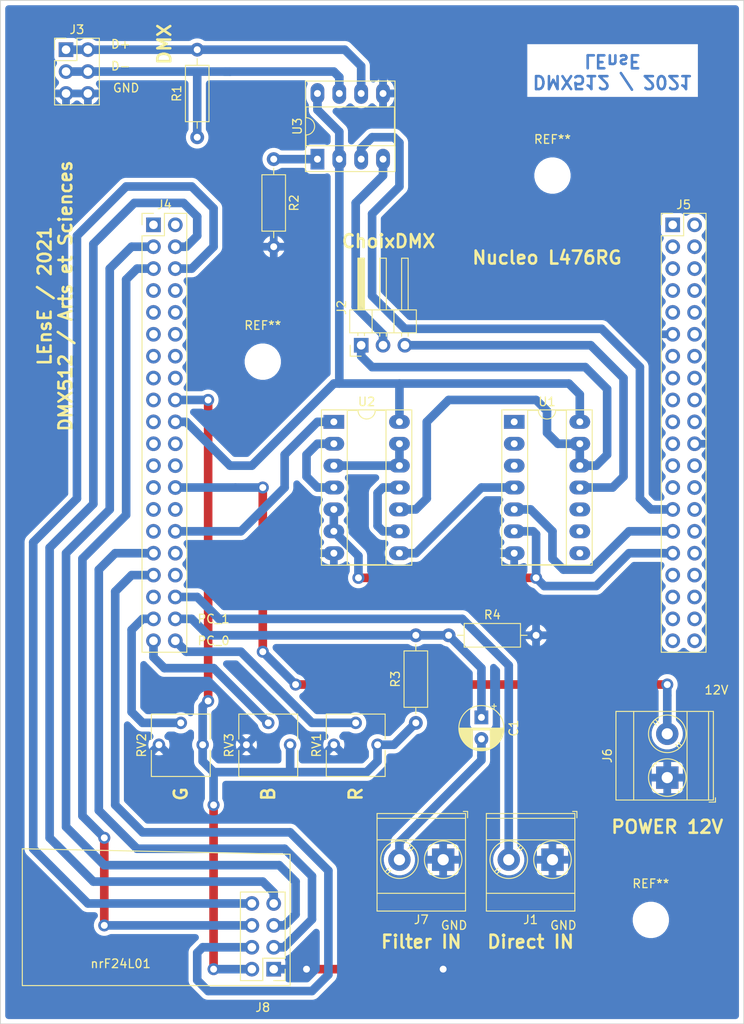
<source format=kicad_pcb>
(kicad_pcb (version 20171130) (host pcbnew "(5.1.6)-1")

  (general
    (thickness 1.6)
    (drawings 28)
    (tracks 244)
    (zones 0)
    (modules 22)
    (nets 91)
  )

  (page A4)
  (layers
    (0 F.Cu signal)
    (31 B.Cu signal)
    (32 B.Adhes user)
    (33 F.Adhes user)
    (34 B.Paste user)
    (35 F.Paste user)
    (36 B.SilkS user)
    (37 F.SilkS user)
    (38 B.Mask user)
    (39 F.Mask user)
    (40 Dwgs.User user)
    (41 Cmts.User user)
    (42 Eco1.User user)
    (43 Eco2.User user)
    (44 Edge.Cuts user)
    (45 Margin user)
    (46 B.CrtYd user)
    (47 F.CrtYd user)
    (48 B.Fab user)
    (49 F.Fab user)
  )

  (setup
    (last_trace_width 0.25)
    (user_trace_width 1)
    (trace_clearance 0.2)
    (zone_clearance 0.508)
    (zone_45_only no)
    (trace_min 0.2)
    (via_size 0.8)
    (via_drill 0.4)
    (via_min_size 0.4)
    (via_min_drill 0.3)
    (user_via 1.4 0.8)
    (uvia_size 0.3)
    (uvia_drill 0.1)
    (uvias_allowed no)
    (uvia_min_size 0.2)
    (uvia_min_drill 0.1)
    (edge_width 0.05)
    (segment_width 0.2)
    (pcb_text_width 0.3)
    (pcb_text_size 1.5 1.5)
    (mod_edge_width 0.12)
    (mod_text_size 1 1)
    (mod_text_width 0.15)
    (pad_size 1.524 1.524)
    (pad_drill 0.762)
    (pad_to_mask_clearance 0.05)
    (solder_mask_min_width 0.25)
    (aux_axis_origin 0 0)
    (grid_origin 187.325 166.37)
    (visible_elements 7FFFFFFF)
    (pcbplotparams
      (layerselection 0x010fc_ffffffff)
      (usegerberextensions false)
      (usegerberattributes true)
      (usegerberadvancedattributes true)
      (creategerberjobfile true)
      (excludeedgelayer true)
      (linewidth 0.100000)
      (plotframeref false)
      (viasonmask false)
      (mode 1)
      (useauxorigin false)
      (hpglpennumber 1)
      (hpglpenspeed 20)
      (hpglpendiameter 15.000000)
      (psnegative false)
      (psa4output false)
      (plotreference true)
      (plotvalue true)
      (plotinvisibletext false)
      (padsonsilk false)
      (subtractmaskfromsilk false)
      (outputformat 1)
      (mirror false)
      (drillshape 0)
      (scaleselection 1)
      (outputdirectory "carteDMX512v3b_gerber"))
  )

  (net 0 "")
  (net 1 AnInB)
  (net 2 AnInG)
  (net 3 AnInR)
  (net 4 out_s)
  (net 5 start)
  (net 6 enable)
  (net 7 TX)
  (net 8 GND)
  (net 9 5V)
  (net 10 3.3V)
  (net 11 "Net-(J2-Pad3)")
  (net 12 DMX_TX)
  (net 13 "Net-(J2-Pad1)")
  (net 14 "Net-(J3-Pad3)")
  (net 15 "Net-(J3-Pad1)")
  (net 16 "Net-(R2-Pad1)")
  (net 17 notstart)
  (net 18 "Net-(U1-Pad4)")
  (net 19 "Net-(J4-Pad7)")
  (net 20 "Net-(J4-Pad8)")
  (net 21 "Net-(J4-Pad9)")
  (net 22 "Net-(J4-Pad10)")
  (net 23 "Net-(J4-Pad11)")
  (net 24 "Net-(J4-Pad12)")
  (net 25 "Net-(J4-Pad13)")
  (net 26 "Net-(J4-Pad14)")
  (net 27 "Net-(J4-Pad15)")
  (net 28 "Net-(J4-Pad16)")
  (net 29 "Net-(J4-Pad17)")
  (net 30 "Net-(J4-Pad19)")
  (net 31 "Net-(J4-Pad23)")
  (net 32 "Net-(J4-Pad25)")
  (net 33 "Net-(J4-Pad27)")
  (net 34 "Net-(J4-Pad28)")
  (net 35 "Net-(J4-Pad29)")
  (net 36 "Net-(J4-Pad32)")
  (net 37 "Net-(J4-Pad34)")
  (net 38 "Net-(J4-Pad35)")
  (net 39 "Net-(J5-Pad40)")
  (net 40 "Net-(J5-Pad39)")
  (net 41 "Net-(J5-Pad38)")
  (net 42 "Net-(J5-Pad37)")
  (net 43 "Net-(J5-Pad36)")
  (net 44 "Net-(J5-Pad35)")
  (net 45 "Net-(J5-Pad34)")
  (net 46 "Net-(J5-Pad33)")
  (net 47 "Net-(J5-Pad32)")
  (net 48 "Net-(J5-Pad30)")
  (net 49 "Net-(J5-Pad28)")
  (net 50 "Net-(J5-Pad26)")
  (net 51 "Net-(J5-Pad24)")
  (net 52 "Net-(J5-Pad23)")
  (net 53 "Net-(J5-Pad21)")
  (net 54 "Net-(J5-Pad20)")
  (net 55 "Net-(J5-Pad19)")
  (net 56 "Net-(J5-Pad18)")
  (net 57 "Net-(J5-Pad17)")
  (net 58 "Net-(J5-Pad16)")
  (net 59 "Net-(J5-Pad15)")
  (net 60 "Net-(J5-Pad14)")
  (net 61 "Net-(J5-Pad13)")
  (net 62 "Net-(J5-Pad12)")
  (net 63 "Net-(J5-Pad10)")
  (net 64 "Net-(J5-Pad9)")
  (net 65 "Net-(J5-Pad8)")
  (net 66 "Net-(J5-Pad7)")
  (net 67 "Net-(J5-Pad5)")
  (net 68 "Net-(J5-Pad4)")
  (net 69 "Net-(J5-Pad3)")
  (net 70 "Net-(J5-Pad2)")
  (net 71 "Net-(J5-Pad1)")
  (net 72 Vinput)
  (net 73 "Net-(J5-Pad25)")
  (net 74 "Net-(U2-Pad11)")
  (net 75 "Net-(U2-Pad12)")
  (net 76 PitchIn)
  (net 77 VolumeIn_Adapt)
  (net 78 VolumeIn)
  (net 79 IRQ_nrF)
  (net 80 CE_nrF)
  (net 81 MOSI_nrF)
  (net 82 MISO_nrF)
  (net 83 SCK_nrF)
  (net 84 CSN_nrF)
  (net 85 "Net-(J5-Pad6)")
  (net 86 "Net-(J4-Pad21)")
  (net 87 "Net-(J4-Pad22)")
  (net 88 "Net-(J4-Pad24)")
  (net 89 "Net-(J4-Pad1)")
  (net 90 "Net-(J4-Pad2)")

  (net_class Default "This is the default net class."
    (clearance 0.2)
    (trace_width 0.25)
    (via_dia 0.8)
    (via_drill 0.4)
    (uvia_dia 0.3)
    (uvia_drill 0.1)
    (add_net 3.3V)
    (add_net 5V)
    (add_net AnInB)
    (add_net AnInG)
    (add_net AnInR)
    (add_net CE_nrF)
    (add_net CSN_nrF)
    (add_net DMX_TX)
    (add_net GND)
    (add_net IRQ_nrF)
    (add_net MISO_nrF)
    (add_net MOSI_nrF)
    (add_net "Net-(J2-Pad1)")
    (add_net "Net-(J2-Pad3)")
    (add_net "Net-(J3-Pad1)")
    (add_net "Net-(J3-Pad3)")
    (add_net "Net-(J4-Pad1)")
    (add_net "Net-(J4-Pad10)")
    (add_net "Net-(J4-Pad11)")
    (add_net "Net-(J4-Pad12)")
    (add_net "Net-(J4-Pad13)")
    (add_net "Net-(J4-Pad14)")
    (add_net "Net-(J4-Pad15)")
    (add_net "Net-(J4-Pad16)")
    (add_net "Net-(J4-Pad17)")
    (add_net "Net-(J4-Pad19)")
    (add_net "Net-(J4-Pad2)")
    (add_net "Net-(J4-Pad21)")
    (add_net "Net-(J4-Pad22)")
    (add_net "Net-(J4-Pad23)")
    (add_net "Net-(J4-Pad24)")
    (add_net "Net-(J4-Pad25)")
    (add_net "Net-(J4-Pad27)")
    (add_net "Net-(J4-Pad28)")
    (add_net "Net-(J4-Pad29)")
    (add_net "Net-(J4-Pad32)")
    (add_net "Net-(J4-Pad34)")
    (add_net "Net-(J4-Pad35)")
    (add_net "Net-(J4-Pad7)")
    (add_net "Net-(J4-Pad8)")
    (add_net "Net-(J4-Pad9)")
    (add_net "Net-(J5-Pad1)")
    (add_net "Net-(J5-Pad10)")
    (add_net "Net-(J5-Pad12)")
    (add_net "Net-(J5-Pad13)")
    (add_net "Net-(J5-Pad14)")
    (add_net "Net-(J5-Pad15)")
    (add_net "Net-(J5-Pad16)")
    (add_net "Net-(J5-Pad17)")
    (add_net "Net-(J5-Pad18)")
    (add_net "Net-(J5-Pad19)")
    (add_net "Net-(J5-Pad2)")
    (add_net "Net-(J5-Pad20)")
    (add_net "Net-(J5-Pad21)")
    (add_net "Net-(J5-Pad23)")
    (add_net "Net-(J5-Pad24)")
    (add_net "Net-(J5-Pad25)")
    (add_net "Net-(J5-Pad26)")
    (add_net "Net-(J5-Pad28)")
    (add_net "Net-(J5-Pad3)")
    (add_net "Net-(J5-Pad30)")
    (add_net "Net-(J5-Pad32)")
    (add_net "Net-(J5-Pad33)")
    (add_net "Net-(J5-Pad34)")
    (add_net "Net-(J5-Pad35)")
    (add_net "Net-(J5-Pad36)")
    (add_net "Net-(J5-Pad37)")
    (add_net "Net-(J5-Pad38)")
    (add_net "Net-(J5-Pad39)")
    (add_net "Net-(J5-Pad4)")
    (add_net "Net-(J5-Pad40)")
    (add_net "Net-(J5-Pad5)")
    (add_net "Net-(J5-Pad6)")
    (add_net "Net-(J5-Pad7)")
    (add_net "Net-(J5-Pad8)")
    (add_net "Net-(J5-Pad9)")
    (add_net "Net-(R2-Pad1)")
    (add_net "Net-(U1-Pad4)")
    (add_net "Net-(U2-Pad11)")
    (add_net "Net-(U2-Pad12)")
    (add_net PitchIn)
    (add_net SCK_nrF)
    (add_net TX)
    (add_net Vinput)
    (add_net VolumeIn)
    (add_net VolumeIn_Adapt)
    (add_net enable)
    (add_net notstart)
    (add_net out_s)
    (add_net start)
  )

  (module Package_DIP:DIP-14_W7.62mm_Socket_LongPads (layer F.Cu) (tedit 5A02E8C5) (tstamp 603FD7DA)
    (at 247.015 96.52)
    (descr "14-lead though-hole mounted DIP package, row spacing 7.62 mm (300 mils), Socket, LongPads")
    (tags "THT DIP DIL PDIP 2.54mm 7.62mm 300mil Socket LongPads")
    (path /601A142D)
    (fp_text reference U1 (at 3.81 -2.33) (layer F.SilkS)
      (effects (font (size 1 1) (thickness 0.15)))
    )
    (fp_text value 4011 (at 3.81 17.57) (layer F.Fab)
      (effects (font (size 1 1) (thickness 0.15)))
    )
    (fp_line (start 9.15 -1.6) (end -1.55 -1.6) (layer F.CrtYd) (width 0.05))
    (fp_line (start 9.15 16.85) (end 9.15 -1.6) (layer F.CrtYd) (width 0.05))
    (fp_line (start -1.55 16.85) (end 9.15 16.85) (layer F.CrtYd) (width 0.05))
    (fp_line (start -1.55 -1.6) (end -1.55 16.85) (layer F.CrtYd) (width 0.05))
    (fp_line (start 9.06 -1.39) (end -1.44 -1.39) (layer F.SilkS) (width 0.12))
    (fp_line (start 9.06 16.63) (end 9.06 -1.39) (layer F.SilkS) (width 0.12))
    (fp_line (start -1.44 16.63) (end 9.06 16.63) (layer F.SilkS) (width 0.12))
    (fp_line (start -1.44 -1.39) (end -1.44 16.63) (layer F.SilkS) (width 0.12))
    (fp_line (start 6.06 -1.33) (end 4.81 -1.33) (layer F.SilkS) (width 0.12))
    (fp_line (start 6.06 16.57) (end 6.06 -1.33) (layer F.SilkS) (width 0.12))
    (fp_line (start 1.56 16.57) (end 6.06 16.57) (layer F.SilkS) (width 0.12))
    (fp_line (start 1.56 -1.33) (end 1.56 16.57) (layer F.SilkS) (width 0.12))
    (fp_line (start 2.81 -1.33) (end 1.56 -1.33) (layer F.SilkS) (width 0.12))
    (fp_line (start 8.89 -1.33) (end -1.27 -1.33) (layer F.Fab) (width 0.1))
    (fp_line (start 8.89 16.57) (end 8.89 -1.33) (layer F.Fab) (width 0.1))
    (fp_line (start -1.27 16.57) (end 8.89 16.57) (layer F.Fab) (width 0.1))
    (fp_line (start -1.27 -1.33) (end -1.27 16.57) (layer F.Fab) (width 0.1))
    (fp_line (start 0.635 -0.27) (end 1.635 -1.27) (layer F.Fab) (width 0.1))
    (fp_line (start 0.635 16.51) (end 0.635 -0.27) (layer F.Fab) (width 0.1))
    (fp_line (start 6.985 16.51) (end 0.635 16.51) (layer F.Fab) (width 0.1))
    (fp_line (start 6.985 -1.27) (end 6.985 16.51) (layer F.Fab) (width 0.1))
    (fp_line (start 1.635 -1.27) (end 6.985 -1.27) (layer F.Fab) (width 0.1))
    (fp_text user %R (at 3.81 7.62) (layer F.Fab)
      (effects (font (size 1 1) (thickness 0.15)))
    )
    (fp_arc (start 3.81 -1.33) (end 2.81 -1.33) (angle -180) (layer F.SilkS) (width 0.12))
    (pad 14 thru_hole oval (at 7.62 0) (size 2.4 1.6) (drill 0.8) (layers *.Cu *.Mask)
      (net 9 5V))
    (pad 7 thru_hole oval (at 0 15.24) (size 2.4 1.6) (drill 0.8) (layers *.Cu *.Mask)
      (net 8 GND))
    (pad 13 thru_hole oval (at 7.62 2.54) (size 2.4 1.6) (drill 0.8) (layers *.Cu *.Mask)
      (net 13 "Net-(J2-Pad1)"))
    (pad 6 thru_hole oval (at 0 12.7) (size 2.4 1.6) (drill 0.8) (layers *.Cu *.Mask)
      (net 5 start))
    (pad 12 thru_hole oval (at 7.62 5.08) (size 2.4 1.6) (drill 0.8) (layers *.Cu *.Mask)
      (net 13 "Net-(J2-Pad1)"))
    (pad 5 thru_hole oval (at 0 10.16) (size 2.4 1.6) (drill 0.8) (layers *.Cu *.Mask)
      (net 4 out_s))
    (pad 11 thru_hole oval (at 7.62 7.62) (size 2.4 1.6) (drill 0.8) (layers *.Cu *.Mask)
      (net 11 "Net-(J2-Pad3)"))
    (pad 4 thru_hole oval (at 0 7.62) (size 2.4 1.6) (drill 0.8) (layers *.Cu *.Mask)
      (net 18 "Net-(U1-Pad4)"))
    (pad 10 thru_hole oval (at 7.62 10.16) (size 2.4 1.6) (drill 0.8) (layers *.Cu *.Mask))
    (pad 3 thru_hole oval (at 0 5.08) (size 2.4 1.6) (drill 0.8) (layers *.Cu *.Mask))
    (pad 9 thru_hole oval (at 7.62 12.7) (size 2.4 1.6) (drill 0.8) (layers *.Cu *.Mask))
    (pad 2 thru_hole oval (at 0 2.54) (size 2.4 1.6) (drill 0.8) (layers *.Cu *.Mask))
    (pad 8 thru_hole oval (at 7.62 15.24) (size 2.4 1.6) (drill 0.8) (layers *.Cu *.Mask))
    (pad 1 thru_hole rect (at 0 0) (size 2.4 1.6) (drill 0.8) (layers *.Cu *.Mask))
    (model ${KISYS3DMOD}/Package_DIP.3dshapes/DIP-14_W7.62mm_Socket.wrl
      (at (xyz 0 0 0))
      (scale (xyz 1 1 1))
      (rotate (xyz 0 0 0))
    )
  )

  (module Connector_PinHeader_2.54mm:PinHeader_2x20_P2.54mm_Vertical (layer F.Cu) (tedit 59FED5CC) (tstamp 603FDA07)
    (at 205.105 73.66)
    (descr "Through hole straight pin header, 2x20, 2.54mm pitch, double rows")
    (tags "Through hole pin header THT 2x20 2.54mm double row")
    (path /60418270)
    (fp_text reference J4 (at 1.27 -2.33) (layer F.SilkS)
      (effects (font (size 1 1) (thickness 0.15)))
    )
    (fp_text value MORPHO_G (at 1.27 50.59) (layer F.Fab)
      (effects (font (size 1 1) (thickness 0.15)))
    )
    (fp_line (start 0 -1.27) (end 3.81 -1.27) (layer F.Fab) (width 0.1))
    (fp_line (start 3.81 -1.27) (end 3.81 49.53) (layer F.Fab) (width 0.1))
    (fp_line (start 3.81 49.53) (end -1.27 49.53) (layer F.Fab) (width 0.1))
    (fp_line (start -1.27 49.53) (end -1.27 0) (layer F.Fab) (width 0.1))
    (fp_line (start -1.27 0) (end 0 -1.27) (layer F.Fab) (width 0.1))
    (fp_line (start -1.33 49.59) (end 3.87 49.59) (layer F.SilkS) (width 0.12))
    (fp_line (start -1.33 1.27) (end -1.33 49.59) (layer F.SilkS) (width 0.12))
    (fp_line (start 3.87 -1.33) (end 3.87 49.59) (layer F.SilkS) (width 0.12))
    (fp_line (start -1.33 1.27) (end 1.27 1.27) (layer F.SilkS) (width 0.12))
    (fp_line (start 1.27 1.27) (end 1.27 -1.33) (layer F.SilkS) (width 0.12))
    (fp_line (start 1.27 -1.33) (end 3.87 -1.33) (layer F.SilkS) (width 0.12))
    (fp_line (start -1.33 0) (end -1.33 -1.33) (layer F.SilkS) (width 0.12))
    (fp_line (start -1.33 -1.33) (end 0 -1.33) (layer F.SilkS) (width 0.12))
    (fp_line (start -1.8 -1.8) (end -1.8 50.05) (layer F.CrtYd) (width 0.05))
    (fp_line (start -1.8 50.05) (end 4.35 50.05) (layer F.CrtYd) (width 0.05))
    (fp_line (start 4.35 50.05) (end 4.35 -1.8) (layer F.CrtYd) (width 0.05))
    (fp_line (start 4.35 -1.8) (end -1.8 -1.8) (layer F.CrtYd) (width 0.05))
    (fp_text user %R (at 1.27 24.13 90) (layer F.Fab)
      (effects (font (size 1 1) (thickness 0.15)))
    )
    (pad 1 thru_hole rect (at 0 0) (size 1.7 1.7) (drill 1) (layers *.Cu *.Mask)
      (net 89 "Net-(J4-Pad1)"))
    (pad 2 thru_hole oval (at 2.54 0) (size 1.7 1.7) (drill 1) (layers *.Cu *.Mask)
      (net 90 "Net-(J4-Pad2)"))
    (pad 3 thru_hole oval (at 0 2.54) (size 1.7 1.7) (drill 1) (layers *.Cu *.Mask)
      (net 83 SCK_nrF))
    (pad 4 thru_hole oval (at 2.54 2.54) (size 1.7 1.7) (drill 1) (layers *.Cu *.Mask)
      (net 82 MISO_nrF))
    (pad 5 thru_hole oval (at 0 5.08) (size 1.7 1.7) (drill 1) (layers *.Cu *.Mask)
      (net 81 MOSI_nrF))
    (pad 6 thru_hole oval (at 2.54 5.08) (size 1.7 1.7) (drill 1) (layers *.Cu *.Mask)
      (net 79 IRQ_nrF))
    (pad 7 thru_hole oval (at 0 7.62) (size 1.7 1.7) (drill 1) (layers *.Cu *.Mask)
      (net 19 "Net-(J4-Pad7)"))
    (pad 8 thru_hole oval (at 2.54 7.62) (size 1.7 1.7) (drill 1) (layers *.Cu *.Mask)
      (net 20 "Net-(J4-Pad8)"))
    (pad 9 thru_hole oval (at 0 10.16) (size 1.7 1.7) (drill 1) (layers *.Cu *.Mask)
      (net 21 "Net-(J4-Pad9)"))
    (pad 10 thru_hole oval (at 2.54 10.16) (size 1.7 1.7) (drill 1) (layers *.Cu *.Mask)
      (net 22 "Net-(J4-Pad10)"))
    (pad 11 thru_hole oval (at 0 12.7) (size 1.7 1.7) (drill 1) (layers *.Cu *.Mask)
      (net 23 "Net-(J4-Pad11)"))
    (pad 12 thru_hole oval (at 2.54 12.7) (size 1.7 1.7) (drill 1) (layers *.Cu *.Mask)
      (net 24 "Net-(J4-Pad12)"))
    (pad 13 thru_hole oval (at 0 15.24) (size 1.7 1.7) (drill 1) (layers *.Cu *.Mask)
      (net 25 "Net-(J4-Pad13)"))
    (pad 14 thru_hole oval (at 2.54 15.24) (size 1.7 1.7) (drill 1) (layers *.Cu *.Mask)
      (net 26 "Net-(J4-Pad14)"))
    (pad 15 thru_hole oval (at 0 17.78) (size 1.7 1.7) (drill 1) (layers *.Cu *.Mask)
      (net 27 "Net-(J4-Pad15)"))
    (pad 16 thru_hole oval (at 2.54 17.78) (size 1.7 1.7) (drill 1) (layers *.Cu *.Mask)
      (net 28 "Net-(J4-Pad16)"))
    (pad 17 thru_hole oval (at 0 20.32) (size 1.7 1.7) (drill 1) (layers *.Cu *.Mask)
      (net 29 "Net-(J4-Pad17)"))
    (pad 18 thru_hole oval (at 2.54 20.32) (size 1.7 1.7) (drill 1) (layers *.Cu *.Mask)
      (net 10 3.3V))
    (pad 19 thru_hole oval (at 0 22.86) (size 1.7 1.7) (drill 1) (layers *.Cu *.Mask)
      (net 30 "Net-(J4-Pad19)"))
    (pad 20 thru_hole oval (at 2.54 22.86) (size 1.7 1.7) (drill 1) (layers *.Cu *.Mask)
      (net 9 5V))
    (pad 21 thru_hole oval (at 0 25.4) (size 1.7 1.7) (drill 1) (layers *.Cu *.Mask)
      (net 86 "Net-(J4-Pad21)"))
    (pad 22 thru_hole oval (at 2.54 25.4) (size 1.7 1.7) (drill 1) (layers *.Cu *.Mask)
      (net 87 "Net-(J4-Pad22)"))
    (pad 23 thru_hole oval (at 0 27.94) (size 1.7 1.7) (drill 1) (layers *.Cu *.Mask)
      (net 31 "Net-(J4-Pad23)"))
    (pad 24 thru_hole oval (at 2.54 27.94) (size 1.7 1.7) (drill 1) (layers *.Cu *.Mask)
      (net 88 "Net-(J4-Pad24)"))
    (pad 25 thru_hole oval (at 0 30.48) (size 1.7 1.7) (drill 1) (layers *.Cu *.Mask)
      (net 32 "Net-(J4-Pad25)"))
    (pad 26 thru_hole oval (at 2.54 30.48) (size 1.7 1.7) (drill 1) (layers *.Cu *.Mask)
      (net 72 Vinput))
    (pad 27 thru_hole oval (at 0 33.02) (size 1.7 1.7) (drill 1) (layers *.Cu *.Mask)
      (net 33 "Net-(J4-Pad27)"))
    (pad 28 thru_hole oval (at 2.54 33.02) (size 1.7 1.7) (drill 1) (layers *.Cu *.Mask)
      (net 34 "Net-(J4-Pad28)"))
    (pad 29 thru_hole oval (at 0 35.56) (size 1.7 1.7) (drill 1) (layers *.Cu *.Mask)
      (net 35 "Net-(J4-Pad29)"))
    (pad 30 thru_hole oval (at 2.54 35.56) (size 1.7 1.7) (drill 1) (layers *.Cu *.Mask)
      (net 7 TX))
    (pad 31 thru_hole oval (at 0 38.1) (size 1.7 1.7) (drill 1) (layers *.Cu *.Mask)
      (net 80 CE_nrF))
    (pad 32 thru_hole oval (at 2.54 38.1) (size 1.7 1.7) (drill 1) (layers *.Cu *.Mask)
      (net 36 "Net-(J4-Pad32)"))
    (pad 33 thru_hole oval (at 0 40.64) (size 1.7 1.7) (drill 1) (layers *.Cu *.Mask)
      (net 84 CSN_nrF))
    (pad 34 thru_hole oval (at 2.54 40.64) (size 1.7 1.7) (drill 1) (layers *.Cu *.Mask)
      (net 37 "Net-(J4-Pad34)"))
    (pad 35 thru_hole oval (at 0 43.18) (size 1.7 1.7) (drill 1) (layers *.Cu *.Mask)
      (net 38 "Net-(J4-Pad35)"))
    (pad 36 thru_hole oval (at 2.54 43.18) (size 1.7 1.7) (drill 1) (layers *.Cu *.Mask)
      (net 76 PitchIn))
    (pad 37 thru_hole oval (at 0 45.72) (size 1.7 1.7) (drill 1) (layers *.Cu *.Mask)
      (net 2 AnInG))
    (pad 38 thru_hole oval (at 2.54 45.72) (size 1.7 1.7) (drill 1) (layers *.Cu *.Mask)
      (net 77 VolumeIn_Adapt))
    (pad 39 thru_hole oval (at 0 48.26) (size 1.7 1.7) (drill 1) (layers *.Cu *.Mask)
      (net 1 AnInB))
    (pad 40 thru_hole oval (at 2.54 48.26) (size 1.7 1.7) (drill 1) (layers *.Cu *.Mask)
      (net 3 AnInR))
    (model ${KISYS3DMOD}/Connector_PinHeader_2.54mm.3dshapes/PinHeader_2x20_P2.54mm_Vertical.wrl
      (at (xyz 0 0 0))
      (scale (xyz 1 1 1))
      (rotate (xyz 0 0 0))
    )
  )

  (module Connector_PinHeader_2.54mm:PinHeader_2x20_P2.54mm_Vertical (layer F.Cu) (tedit 59FED5CC) (tstamp 603FAFEE)
    (at 265.43 73.66)
    (descr "Through hole straight pin header, 2x20, 2.54mm pitch, double rows")
    (tags "Through hole pin header THT 2x20 2.54mm double row")
    (path /6041D09F)
    (fp_text reference J5 (at 1.27 -2.33) (layer F.SilkS)
      (effects (font (size 1 1) (thickness 0.15)))
    )
    (fp_text value MORPHO_D (at 1.27 50.59) (layer F.Fab)
      (effects (font (size 1 1) (thickness 0.15)))
    )
    (fp_line (start 4.35 -1.8) (end -1.8 -1.8) (layer F.CrtYd) (width 0.05))
    (fp_line (start 4.35 50.05) (end 4.35 -1.8) (layer F.CrtYd) (width 0.05))
    (fp_line (start -1.8 50.05) (end 4.35 50.05) (layer F.CrtYd) (width 0.05))
    (fp_line (start -1.8 -1.8) (end -1.8 50.05) (layer F.CrtYd) (width 0.05))
    (fp_line (start -1.33 -1.33) (end 0 -1.33) (layer F.SilkS) (width 0.12))
    (fp_line (start -1.33 0) (end -1.33 -1.33) (layer F.SilkS) (width 0.12))
    (fp_line (start 1.27 -1.33) (end 3.87 -1.33) (layer F.SilkS) (width 0.12))
    (fp_line (start 1.27 1.27) (end 1.27 -1.33) (layer F.SilkS) (width 0.12))
    (fp_line (start -1.33 1.27) (end 1.27 1.27) (layer F.SilkS) (width 0.12))
    (fp_line (start 3.87 -1.33) (end 3.87 49.59) (layer F.SilkS) (width 0.12))
    (fp_line (start -1.33 1.27) (end -1.33 49.59) (layer F.SilkS) (width 0.12))
    (fp_line (start -1.33 49.59) (end 3.87 49.59) (layer F.SilkS) (width 0.12))
    (fp_line (start -1.27 0) (end 0 -1.27) (layer F.Fab) (width 0.1))
    (fp_line (start -1.27 49.53) (end -1.27 0) (layer F.Fab) (width 0.1))
    (fp_line (start 3.81 49.53) (end -1.27 49.53) (layer F.Fab) (width 0.1))
    (fp_line (start 3.81 -1.27) (end 3.81 49.53) (layer F.Fab) (width 0.1))
    (fp_line (start 0 -1.27) (end 3.81 -1.27) (layer F.Fab) (width 0.1))
    (fp_text user %R (at 1.27 24.13 90) (layer F.Fab)
      (effects (font (size 1 1) (thickness 0.15)))
    )
    (pad 40 thru_hole oval (at 2.54 48.26) (size 1.7 1.7) (drill 1) (layers *.Cu *.Mask)
      (net 39 "Net-(J5-Pad40)"))
    (pad 39 thru_hole oval (at 0 48.26) (size 1.7 1.7) (drill 1) (layers *.Cu *.Mask)
      (net 40 "Net-(J5-Pad39)"))
    (pad 38 thru_hole oval (at 2.54 45.72) (size 1.7 1.7) (drill 1) (layers *.Cu *.Mask)
      (net 41 "Net-(J5-Pad38)"))
    (pad 37 thru_hole oval (at 0 45.72) (size 1.7 1.7) (drill 1) (layers *.Cu *.Mask)
      (net 42 "Net-(J5-Pad37)"))
    (pad 36 thru_hole oval (at 2.54 43.18) (size 1.7 1.7) (drill 1) (layers *.Cu *.Mask)
      (net 43 "Net-(J5-Pad36)"))
    (pad 35 thru_hole oval (at 0 43.18) (size 1.7 1.7) (drill 1) (layers *.Cu *.Mask)
      (net 44 "Net-(J5-Pad35)"))
    (pad 34 thru_hole oval (at 2.54 40.64) (size 1.7 1.7) (drill 1) (layers *.Cu *.Mask)
      (net 45 "Net-(J5-Pad34)"))
    (pad 33 thru_hole oval (at 0 40.64) (size 1.7 1.7) (drill 1) (layers *.Cu *.Mask)
      (net 46 "Net-(J5-Pad33)"))
    (pad 32 thru_hole oval (at 2.54 38.1) (size 1.7 1.7) (drill 1) (layers *.Cu *.Mask)
      (net 47 "Net-(J5-Pad32)"))
    (pad 31 thru_hole oval (at 0 38.1) (size 1.7 1.7) (drill 1) (layers *.Cu *.Mask)
      (net 5 start))
    (pad 30 thru_hole oval (at 2.54 35.56) (size 1.7 1.7) (drill 1) (layers *.Cu *.Mask)
      (net 48 "Net-(J5-Pad30)"))
    (pad 29 thru_hole oval (at 0 35.56) (size 1.7 1.7) (drill 1) (layers *.Cu *.Mask)
      (net 4 out_s))
    (pad 28 thru_hole oval (at 2.54 33.02) (size 1.7 1.7) (drill 1) (layers *.Cu *.Mask)
      (net 49 "Net-(J5-Pad28)"))
    (pad 27 thru_hole oval (at 0 33.02) (size 1.7 1.7) (drill 1) (layers *.Cu *.Mask)
      (net 6 enable))
    (pad 26 thru_hole oval (at 2.54 30.48) (size 1.7 1.7) (drill 1) (layers *.Cu *.Mask)
      (net 50 "Net-(J5-Pad26)"))
    (pad 25 thru_hole oval (at 0 30.48) (size 1.7 1.7) (drill 1) (layers *.Cu *.Mask)
      (net 73 "Net-(J5-Pad25)"))
    (pad 24 thru_hole oval (at 2.54 27.94) (size 1.7 1.7) (drill 1) (layers *.Cu *.Mask)
      (net 51 "Net-(J5-Pad24)"))
    (pad 23 thru_hole oval (at 0 27.94) (size 1.7 1.7) (drill 1) (layers *.Cu *.Mask)
      (net 52 "Net-(J5-Pad23)"))
    (pad 22 thru_hole oval (at 2.54 25.4) (size 1.7 1.7) (drill 1) (layers *.Cu *.Mask)
      (net 8 GND))
    (pad 21 thru_hole oval (at 0 25.4) (size 1.7 1.7) (drill 1) (layers *.Cu *.Mask)
      (net 53 "Net-(J5-Pad21)"))
    (pad 20 thru_hole oval (at 2.54 22.86) (size 1.7 1.7) (drill 1) (layers *.Cu *.Mask)
      (net 54 "Net-(J5-Pad20)"))
    (pad 19 thru_hole oval (at 0 22.86) (size 1.7 1.7) (drill 1) (layers *.Cu *.Mask)
      (net 55 "Net-(J5-Pad19)"))
    (pad 18 thru_hole oval (at 2.54 20.32) (size 1.7 1.7) (drill 1) (layers *.Cu *.Mask)
      (net 56 "Net-(J5-Pad18)"))
    (pad 17 thru_hole oval (at 0 20.32) (size 1.7 1.7) (drill 1) (layers *.Cu *.Mask)
      (net 57 "Net-(J5-Pad17)"))
    (pad 16 thru_hole oval (at 2.54 17.78) (size 1.7 1.7) (drill 1) (layers *.Cu *.Mask)
      (net 58 "Net-(J5-Pad16)"))
    (pad 15 thru_hole oval (at 0 17.78) (size 1.7 1.7) (drill 1) (layers *.Cu *.Mask)
      (net 59 "Net-(J5-Pad15)"))
    (pad 14 thru_hole oval (at 2.54 15.24) (size 1.7 1.7) (drill 1) (layers *.Cu *.Mask)
      (net 60 "Net-(J5-Pad14)"))
    (pad 13 thru_hole oval (at 0 15.24) (size 1.7 1.7) (drill 1) (layers *.Cu *.Mask)
      (net 61 "Net-(J5-Pad13)"))
    (pad 12 thru_hole oval (at 2.54 12.7) (size 1.7 1.7) (drill 1) (layers *.Cu *.Mask)
      (net 62 "Net-(J5-Pad12)"))
    (pad 11 thru_hole oval (at 0 12.7) (size 1.7 1.7) (drill 1) (layers *.Cu *.Mask)
      (net 8 GND))
    (pad 10 thru_hole oval (at 2.54 10.16) (size 1.7 1.7) (drill 1) (layers *.Cu *.Mask)
      (net 63 "Net-(J5-Pad10)"))
    (pad 9 thru_hole oval (at 0 10.16) (size 1.7 1.7) (drill 1) (layers *.Cu *.Mask)
      (net 64 "Net-(J5-Pad9)"))
    (pad 8 thru_hole oval (at 2.54 7.62) (size 1.7 1.7) (drill 1) (layers *.Cu *.Mask)
      (net 65 "Net-(J5-Pad8)"))
    (pad 7 thru_hole oval (at 0 7.62) (size 1.7 1.7) (drill 1) (layers *.Cu *.Mask)
      (net 66 "Net-(J5-Pad7)"))
    (pad 6 thru_hole oval (at 2.54 5.08) (size 1.7 1.7) (drill 1) (layers *.Cu *.Mask)
      (net 85 "Net-(J5-Pad6)"))
    (pad 5 thru_hole oval (at 0 5.08) (size 1.7 1.7) (drill 1) (layers *.Cu *.Mask)
      (net 67 "Net-(J5-Pad5)"))
    (pad 4 thru_hole oval (at 2.54 2.54) (size 1.7 1.7) (drill 1) (layers *.Cu *.Mask)
      (net 68 "Net-(J5-Pad4)"))
    (pad 3 thru_hole oval (at 0 2.54) (size 1.7 1.7) (drill 1) (layers *.Cu *.Mask)
      (net 69 "Net-(J5-Pad3)"))
    (pad 2 thru_hole oval (at 2.54 0) (size 1.7 1.7) (drill 1) (layers *.Cu *.Mask)
      (net 70 "Net-(J5-Pad2)"))
    (pad 1 thru_hole rect (at 0 0) (size 1.7 1.7) (drill 1) (layers *.Cu *.Mask)
      (net 71 "Net-(J5-Pad1)"))
    (model ${KISYS3DMOD}/Connector_PinHeader_2.54mm.3dshapes/PinHeader_2x20_P2.54mm_Vertical.wrl
      (at (xyz 0 0 0))
      (scale (xyz 1 1 1))
      (rotate (xyz 0 0 0))
    )
  )

  (module Connector_PinHeader_2.54mm:PinHeader_2x03_P2.54mm_Vertical (layer F.Cu) (tedit 59FED5CC) (tstamp 603FB67F)
    (at 194.945 53.34)
    (descr "Through hole straight pin header, 2x03, 2.54mm pitch, double rows")
    (tags "Through hole pin header THT 2x03 2.54mm double row")
    (path /60199F28)
    (fp_text reference J3 (at 1.27 -2.33) (layer F.SilkS)
      (effects (font (size 1 1) (thickness 0.15)))
    )
    (fp_text value To_Dmx (at 1.27 7.41) (layer F.Fab)
      (effects (font (size 1 1) (thickness 0.15)))
    )
    (fp_line (start 0 -1.27) (end 3.81 -1.27) (layer F.Fab) (width 0.1))
    (fp_line (start 3.81 -1.27) (end 3.81 6.35) (layer F.Fab) (width 0.1))
    (fp_line (start 3.81 6.35) (end -1.27 6.35) (layer F.Fab) (width 0.1))
    (fp_line (start -1.27 6.35) (end -1.27 0) (layer F.Fab) (width 0.1))
    (fp_line (start -1.27 0) (end 0 -1.27) (layer F.Fab) (width 0.1))
    (fp_line (start -1.33 6.41) (end 3.87 6.41) (layer F.SilkS) (width 0.12))
    (fp_line (start -1.33 1.27) (end -1.33 6.41) (layer F.SilkS) (width 0.12))
    (fp_line (start 3.87 -1.33) (end 3.87 6.41) (layer F.SilkS) (width 0.12))
    (fp_line (start -1.33 1.27) (end 1.27 1.27) (layer F.SilkS) (width 0.12))
    (fp_line (start 1.27 1.27) (end 1.27 -1.33) (layer F.SilkS) (width 0.12))
    (fp_line (start 1.27 -1.33) (end 3.87 -1.33) (layer F.SilkS) (width 0.12))
    (fp_line (start -1.33 0) (end -1.33 -1.33) (layer F.SilkS) (width 0.12))
    (fp_line (start -1.33 -1.33) (end 0 -1.33) (layer F.SilkS) (width 0.12))
    (fp_line (start -1.8 -1.8) (end -1.8 6.85) (layer F.CrtYd) (width 0.05))
    (fp_line (start -1.8 6.85) (end 4.35 6.85) (layer F.CrtYd) (width 0.05))
    (fp_line (start 4.35 6.85) (end 4.35 -1.8) (layer F.CrtYd) (width 0.05))
    (fp_line (start 4.35 -1.8) (end -1.8 -1.8) (layer F.CrtYd) (width 0.05))
    (fp_text user %R (at 1.27 2.54 90) (layer F.Fab)
      (effects (font (size 1 1) (thickness 0.15)))
    )
    (pad 1 thru_hole rect (at 0 0) (size 1.7 1.7) (drill 1) (layers *.Cu *.Mask)
      (net 15 "Net-(J3-Pad1)"))
    (pad 2 thru_hole oval (at 2.54 0) (size 1.7 1.7) (drill 1) (layers *.Cu *.Mask)
      (net 15 "Net-(J3-Pad1)"))
    (pad 3 thru_hole oval (at 0 2.54) (size 1.7 1.7) (drill 1) (layers *.Cu *.Mask)
      (net 14 "Net-(J3-Pad3)"))
    (pad 4 thru_hole oval (at 2.54 2.54) (size 1.7 1.7) (drill 1) (layers *.Cu *.Mask)
      (net 14 "Net-(J3-Pad3)"))
    (pad 5 thru_hole oval (at 0 5.08) (size 1.7 1.7) (drill 1) (layers *.Cu *.Mask)
      (net 8 GND))
    (pad 6 thru_hole oval (at 2.54 5.08) (size 1.7 1.7) (drill 1) (layers *.Cu *.Mask)
      (net 8 GND))
    (model ${KISYS3DMOD}/Connector_PinHeader_2.54mm.3dshapes/PinHeader_2x03_P2.54mm_Vertical.wrl
      (at (xyz 0 0 0))
      (scale (xyz 1 1 1))
      (rotate (xyz 0 0 0))
    )
  )

  (module Potentiometer_THT:Potentiometer_Vishay_T73YP_Vertical locked (layer F.Cu) (tedit 5A3D4993) (tstamp 603FB6D0)
    (at 231.14 133.985 90)
    (descr "Potentiometer, vertical, Vishay T73YP, http://www.vishay.com/docs/51016/t73.pdf")
    (tags "Potentiometer vertical Vishay T73YP")
    (path /6018EFA6)
    (fp_text reference RV1 (at -0.06 -7.09 90) (layer F.SilkS)
      (effects (font (size 1 1) (thickness 0.15)))
    )
    (fp_text value PotR (at -0.06 2.01 90) (layer F.Fab)
      (effects (font (size 1 1) (thickness 0.15)))
    )
    (fp_line (start 3.7 -6.1) (end -3.85 -6.1) (layer F.CrtYd) (width 0.05))
    (fp_line (start 3.7 1.05) (end 3.7 -6.1) (layer F.CrtYd) (width 0.05))
    (fp_line (start -3.85 1.05) (end 3.7 1.05) (layer F.CrtYd) (width 0.05))
    (fp_line (start -3.85 -6.1) (end -3.85 1.05) (layer F.CrtYd) (width 0.05))
    (fp_line (start 3.56 -5.96) (end 3.56 0.88) (layer F.SilkS) (width 0.12))
    (fp_line (start -3.68 -5.96) (end -3.68 0.88) (layer F.SilkS) (width 0.12))
    (fp_line (start 0.65 0.88) (end 3.56 0.88) (layer F.SilkS) (width 0.12))
    (fp_line (start -3.68 0.88) (end -0.65 0.88) (layer F.SilkS) (width 0.12))
    (fp_line (start 0.65 -5.96) (end 3.56 -5.96) (layer F.SilkS) (width 0.12))
    (fp_line (start -3.68 -5.96) (end -0.65 -5.96) (layer F.SilkS) (width 0.12))
    (fp_line (start -0.961 -2.464) (end -0.961 -2.616) (layer F.Fab) (width 0.1))
    (fp_line (start 0.164 -2.464) (end -0.961 -2.464) (layer F.Fab) (width 0.1))
    (fp_line (start 0.164 -1.339) (end 0.164 -2.464) (layer F.Fab) (width 0.1))
    (fp_line (start 0.316 -1.339) (end 0.164 -1.339) (layer F.Fab) (width 0.1))
    (fp_line (start 0.316 -2.464) (end 0.316 -1.339) (layer F.Fab) (width 0.1))
    (fp_line (start 1.441 -2.464) (end 0.316 -2.464) (layer F.Fab) (width 0.1))
    (fp_line (start 1.441 -2.616) (end 1.441 -2.464) (layer F.Fab) (width 0.1))
    (fp_line (start 0.316 -2.616) (end 1.441 -2.616) (layer F.Fab) (width 0.1))
    (fp_line (start 0.316 -3.741) (end 0.316 -2.616) (layer F.Fab) (width 0.1))
    (fp_line (start 0.164 -3.741) (end 0.316 -3.741) (layer F.Fab) (width 0.1))
    (fp_line (start 0.164 -2.616) (end 0.164 -3.741) (layer F.Fab) (width 0.1))
    (fp_line (start -0.961 -2.616) (end 0.164 -2.616) (layer F.Fab) (width 0.1))
    (fp_line (start 3.44 -5.84) (end -3.56 -5.84) (layer F.Fab) (width 0.1))
    (fp_line (start 3.44 0.76) (end 3.44 -5.84) (layer F.Fab) (width 0.1))
    (fp_line (start -3.56 0.76) (end 3.44 0.76) (layer F.Fab) (width 0.1))
    (fp_line (start -3.56 -5.84) (end -3.56 0.76) (layer F.Fab) (width 0.1))
    (fp_circle (center 0.24 -2.54) (end 1.74 -2.54) (layer F.Fab) (width 0.1))
    (fp_text user %R (at -2.56 -2.54 180) (layer F.Fab)
      (effects (font (size 1 1) (thickness 0.15)))
    )
    (pad 1 thru_hole circle (at 0 0 90) (size 1.44 1.44) (drill 0.8) (layers *.Cu *.Mask)
      (net 10 3.3V))
    (pad 2 thru_hole circle (at 2.54 -2.54 90) (size 1.44 1.44) (drill 0.8) (layers *.Cu *.Mask)
      (net 3 AnInR))
    (pad 3 thru_hole circle (at 0 -5.08 90) (size 1.44 1.44) (drill 0.8) (layers *.Cu *.Mask)
      (net 8 GND))
    (model ${KISYS3DMOD}/Potentiometer_THT.3dshapes/Potentiometer_Vishay_T73YP_Vertical.wrl
      (at (xyz 0 0 0))
      (scale (xyz 1 1 1))
      (rotate (xyz 0 0 0))
    )
  )

  (module Potentiometer_THT:Potentiometer_Vishay_T73YP_Vertical (layer F.Cu) (tedit 5A3D4993) (tstamp 603FB6F3)
    (at 210.82 133.985 90)
    (descr "Potentiometer, vertical, Vishay T73YP, http://www.vishay.com/docs/51016/t73.pdf")
    (tags "Potentiometer vertical Vishay T73YP")
    (path /6018F437)
    (fp_text reference RV2 (at -0.06 -7.09 90) (layer F.SilkS)
      (effects (font (size 1 1) (thickness 0.15)))
    )
    (fp_text value PotG (at -0.06 2.01 90) (layer F.Fab)
      (effects (font (size 1 1) (thickness 0.15)))
    )
    (fp_circle (center 0.24 -2.54) (end 1.74 -2.54) (layer F.Fab) (width 0.1))
    (fp_line (start -3.56 -5.84) (end -3.56 0.76) (layer F.Fab) (width 0.1))
    (fp_line (start -3.56 0.76) (end 3.44 0.76) (layer F.Fab) (width 0.1))
    (fp_line (start 3.44 0.76) (end 3.44 -5.84) (layer F.Fab) (width 0.1))
    (fp_line (start 3.44 -5.84) (end -3.56 -5.84) (layer F.Fab) (width 0.1))
    (fp_line (start -0.961 -2.616) (end 0.164 -2.616) (layer F.Fab) (width 0.1))
    (fp_line (start 0.164 -2.616) (end 0.164 -3.741) (layer F.Fab) (width 0.1))
    (fp_line (start 0.164 -3.741) (end 0.316 -3.741) (layer F.Fab) (width 0.1))
    (fp_line (start 0.316 -3.741) (end 0.316 -2.616) (layer F.Fab) (width 0.1))
    (fp_line (start 0.316 -2.616) (end 1.441 -2.616) (layer F.Fab) (width 0.1))
    (fp_line (start 1.441 -2.616) (end 1.441 -2.464) (layer F.Fab) (width 0.1))
    (fp_line (start 1.441 -2.464) (end 0.316 -2.464) (layer F.Fab) (width 0.1))
    (fp_line (start 0.316 -2.464) (end 0.316 -1.339) (layer F.Fab) (width 0.1))
    (fp_line (start 0.316 -1.339) (end 0.164 -1.339) (layer F.Fab) (width 0.1))
    (fp_line (start 0.164 -1.339) (end 0.164 -2.464) (layer F.Fab) (width 0.1))
    (fp_line (start 0.164 -2.464) (end -0.961 -2.464) (layer F.Fab) (width 0.1))
    (fp_line (start -0.961 -2.464) (end -0.961 -2.616) (layer F.Fab) (width 0.1))
    (fp_line (start -3.68 -5.96) (end -0.65 -5.96) (layer F.SilkS) (width 0.12))
    (fp_line (start 0.65 -5.96) (end 3.56 -5.96) (layer F.SilkS) (width 0.12))
    (fp_line (start -3.68 0.88) (end -0.65 0.88) (layer F.SilkS) (width 0.12))
    (fp_line (start 0.65 0.88) (end 3.56 0.88) (layer F.SilkS) (width 0.12))
    (fp_line (start -3.68 -5.96) (end -3.68 0.88) (layer F.SilkS) (width 0.12))
    (fp_line (start 3.56 -5.96) (end 3.56 0.88) (layer F.SilkS) (width 0.12))
    (fp_line (start -3.85 -6.1) (end -3.85 1.05) (layer F.CrtYd) (width 0.05))
    (fp_line (start -3.85 1.05) (end 3.7 1.05) (layer F.CrtYd) (width 0.05))
    (fp_line (start 3.7 1.05) (end 3.7 -6.1) (layer F.CrtYd) (width 0.05))
    (fp_line (start 3.7 -6.1) (end -3.85 -6.1) (layer F.CrtYd) (width 0.05))
    (fp_text user %R (at -2.56 -2.54 180) (layer F.Fab)
      (effects (font (size 1 1) (thickness 0.15)))
    )
    (pad 3 thru_hole circle (at 0 -5.08 90) (size 1.44 1.44) (drill 0.8) (layers *.Cu *.Mask)
      (net 8 GND))
    (pad 2 thru_hole circle (at 2.54 -2.54 90) (size 1.44 1.44) (drill 0.8) (layers *.Cu *.Mask)
      (net 2 AnInG))
    (pad 1 thru_hole circle (at 0 0 90) (size 1.44 1.44) (drill 0.8) (layers *.Cu *.Mask)
      (net 10 3.3V))
    (model ${KISYS3DMOD}/Potentiometer_THT.3dshapes/Potentiometer_Vishay_T73YP_Vertical.wrl
      (at (xyz 0 0 0))
      (scale (xyz 1 1 1))
      (rotate (xyz 0 0 0))
    )
  )

  (module Potentiometer_THT:Potentiometer_Vishay_T73YP_Vertical (layer F.Cu) (tedit 5A3D4993) (tstamp 603FB716)
    (at 220.98 133.985 90)
    (descr "Potentiometer, vertical, Vishay T73YP, http://www.vishay.com/docs/51016/t73.pdf")
    (tags "Potentiometer vertical Vishay T73YP")
    (path /6018DF95)
    (fp_text reference RV3 (at -0.06 -7.09 90) (layer F.SilkS)
      (effects (font (size 1 1) (thickness 0.15)))
    )
    (fp_text value PotB (at -0.06 2.01 90) (layer F.Fab)
      (effects (font (size 1 1) (thickness 0.15)))
    )
    (fp_circle (center 0.24 -2.54) (end 1.74 -2.54) (layer F.Fab) (width 0.1))
    (fp_line (start -3.56 -5.84) (end -3.56 0.76) (layer F.Fab) (width 0.1))
    (fp_line (start -3.56 0.76) (end 3.44 0.76) (layer F.Fab) (width 0.1))
    (fp_line (start 3.44 0.76) (end 3.44 -5.84) (layer F.Fab) (width 0.1))
    (fp_line (start 3.44 -5.84) (end -3.56 -5.84) (layer F.Fab) (width 0.1))
    (fp_line (start -0.961 -2.616) (end 0.164 -2.616) (layer F.Fab) (width 0.1))
    (fp_line (start 0.164 -2.616) (end 0.164 -3.741) (layer F.Fab) (width 0.1))
    (fp_line (start 0.164 -3.741) (end 0.316 -3.741) (layer F.Fab) (width 0.1))
    (fp_line (start 0.316 -3.741) (end 0.316 -2.616) (layer F.Fab) (width 0.1))
    (fp_line (start 0.316 -2.616) (end 1.441 -2.616) (layer F.Fab) (width 0.1))
    (fp_line (start 1.441 -2.616) (end 1.441 -2.464) (layer F.Fab) (width 0.1))
    (fp_line (start 1.441 -2.464) (end 0.316 -2.464) (layer F.Fab) (width 0.1))
    (fp_line (start 0.316 -2.464) (end 0.316 -1.339) (layer F.Fab) (width 0.1))
    (fp_line (start 0.316 -1.339) (end 0.164 -1.339) (layer F.Fab) (width 0.1))
    (fp_line (start 0.164 -1.339) (end 0.164 -2.464) (layer F.Fab) (width 0.1))
    (fp_line (start 0.164 -2.464) (end -0.961 -2.464) (layer F.Fab) (width 0.1))
    (fp_line (start -0.961 -2.464) (end -0.961 -2.616) (layer F.Fab) (width 0.1))
    (fp_line (start -3.68 -5.96) (end -0.65 -5.96) (layer F.SilkS) (width 0.12))
    (fp_line (start 0.65 -5.96) (end 3.56 -5.96) (layer F.SilkS) (width 0.12))
    (fp_line (start -3.68 0.88) (end -0.65 0.88) (layer F.SilkS) (width 0.12))
    (fp_line (start 0.65 0.88) (end 3.56 0.88) (layer F.SilkS) (width 0.12))
    (fp_line (start -3.68 -5.96) (end -3.68 0.88) (layer F.SilkS) (width 0.12))
    (fp_line (start 3.56 -5.96) (end 3.56 0.88) (layer F.SilkS) (width 0.12))
    (fp_line (start -3.85 -6.1) (end -3.85 1.05) (layer F.CrtYd) (width 0.05))
    (fp_line (start -3.85 1.05) (end 3.7 1.05) (layer F.CrtYd) (width 0.05))
    (fp_line (start 3.7 1.05) (end 3.7 -6.1) (layer F.CrtYd) (width 0.05))
    (fp_line (start 3.7 -6.1) (end -3.85 -6.1) (layer F.CrtYd) (width 0.05))
    (fp_text user %R (at -2.56 -2.54 180) (layer F.Fab)
      (effects (font (size 1 1) (thickness 0.15)))
    )
    (pad 3 thru_hole circle (at 0 -5.08 90) (size 1.44 1.44) (drill 0.8) (layers *.Cu *.Mask)
      (net 8 GND))
    (pad 2 thru_hole circle (at 2.54 -2.54 90) (size 1.44 1.44) (drill 0.8) (layers *.Cu *.Mask)
      (net 1 AnInB))
    (pad 1 thru_hole circle (at 0 0 90) (size 1.44 1.44) (drill 0.8) (layers *.Cu *.Mask)
      (net 10 3.3V))
    (model ${KISYS3DMOD}/Potentiometer_THT.3dshapes/Potentiometer_Vishay_T73YP_Vertical.wrl
      (at (xyz 0 0 0))
      (scale (xyz 1 1 1))
      (rotate (xyz 0 0 0))
    )
  )

  (module Package_DIP:DIP-8_W7.62mm_Socket_LongPads (layer F.Cu) (tedit 5A02E8C5) (tstamp 603FBED7)
    (at 224.155 66.04 90)
    (descr "8-lead though-hole mounted DIP package, row spacing 7.62 mm (300 mils), Socket, LongPads")
    (tags "THT DIP DIL PDIP 2.54mm 7.62mm 300mil Socket LongPads")
    (path /6018535A)
    (fp_text reference U3 (at 3.81 -2.33 90) (layer F.SilkS)
      (effects (font (size 1 1) (thickness 0.15)))
    )
    (fp_text value MAX485 (at 3.81 9.95 90) (layer F.Fab)
      (effects (font (size 1 1) (thickness 0.15)))
    )
    (fp_line (start 1.635 -1.27) (end 6.985 -1.27) (layer F.Fab) (width 0.1))
    (fp_line (start 6.985 -1.27) (end 6.985 8.89) (layer F.Fab) (width 0.1))
    (fp_line (start 6.985 8.89) (end 0.635 8.89) (layer F.Fab) (width 0.1))
    (fp_line (start 0.635 8.89) (end 0.635 -0.27) (layer F.Fab) (width 0.1))
    (fp_line (start 0.635 -0.27) (end 1.635 -1.27) (layer F.Fab) (width 0.1))
    (fp_line (start -1.27 -1.33) (end -1.27 8.95) (layer F.Fab) (width 0.1))
    (fp_line (start -1.27 8.95) (end 8.89 8.95) (layer F.Fab) (width 0.1))
    (fp_line (start 8.89 8.95) (end 8.89 -1.33) (layer F.Fab) (width 0.1))
    (fp_line (start 8.89 -1.33) (end -1.27 -1.33) (layer F.Fab) (width 0.1))
    (fp_line (start 2.81 -1.33) (end 1.56 -1.33) (layer F.SilkS) (width 0.12))
    (fp_line (start 1.56 -1.33) (end 1.56 8.95) (layer F.SilkS) (width 0.12))
    (fp_line (start 1.56 8.95) (end 6.06 8.95) (layer F.SilkS) (width 0.12))
    (fp_line (start 6.06 8.95) (end 6.06 -1.33) (layer F.SilkS) (width 0.12))
    (fp_line (start 6.06 -1.33) (end 4.81 -1.33) (layer F.SilkS) (width 0.12))
    (fp_line (start -1.44 -1.39) (end -1.44 9.01) (layer F.SilkS) (width 0.12))
    (fp_line (start -1.44 9.01) (end 9.06 9.01) (layer F.SilkS) (width 0.12))
    (fp_line (start 9.06 9.01) (end 9.06 -1.39) (layer F.SilkS) (width 0.12))
    (fp_line (start 9.06 -1.39) (end -1.44 -1.39) (layer F.SilkS) (width 0.12))
    (fp_line (start -1.55 -1.6) (end -1.55 9.2) (layer F.CrtYd) (width 0.05))
    (fp_line (start -1.55 9.2) (end 9.15 9.2) (layer F.CrtYd) (width 0.05))
    (fp_line (start 9.15 9.2) (end 9.15 -1.6) (layer F.CrtYd) (width 0.05))
    (fp_line (start 9.15 -1.6) (end -1.55 -1.6) (layer F.CrtYd) (width 0.05))
    (fp_arc (start 3.81 -1.33) (end 2.81 -1.33) (angle -180) (layer F.SilkS) (width 0.12))
    (fp_text user %R (at 3.81 3.81 90) (layer F.Fab)
      (effects (font (size 1 1) (thickness 0.15)))
    )
    (pad 1 thru_hole rect (at 0 0 90) (size 2.4 1.6) (drill 0.8) (layers *.Cu *.Mask)
      (net 16 "Net-(R2-Pad1)"))
    (pad 5 thru_hole oval (at 7.62 7.62 90) (size 2.4 1.6) (drill 0.8) (layers *.Cu *.Mask)
      (net 8 GND))
    (pad 2 thru_hole oval (at 0 2.54 90) (size 2.4 1.6) (drill 0.8) (layers *.Cu *.Mask)
      (net 9 5V))
    (pad 6 thru_hole oval (at 7.62 5.08 90) (size 2.4 1.6) (drill 0.8) (layers *.Cu *.Mask)
      (net 15 "Net-(J3-Pad1)"))
    (pad 3 thru_hole oval (at 0 5.08 90) (size 2.4 1.6) (drill 0.8) (layers *.Cu *.Mask)
      (net 6 enable))
    (pad 7 thru_hole oval (at 7.62 2.54 90) (size 2.4 1.6) (drill 0.8) (layers *.Cu *.Mask)
      (net 14 "Net-(J3-Pad3)"))
    (pad 4 thru_hole oval (at 0 7.62 90) (size 2.4 1.6) (drill 0.8) (layers *.Cu *.Mask)
      (net 12 DMX_TX))
    (pad 8 thru_hole oval (at 7.62 0 90) (size 2.4 1.6) (drill 0.8) (layers *.Cu *.Mask)
      (net 9 5V))
    (model ${KISYS3DMOD}/Package_DIP.3dshapes/DIP-8_W7.62mm_Socket.wrl
      (at (xyz 0 0 0))
      (scale (xyz 1 1 1))
      (rotate (xyz 0 0 0))
    )
  )

  (module TerminalBlock_Phoenix:TerminalBlock_Phoenix_MKDS-3-2-5.08_1x02_P5.08mm_Horizontal (layer F.Cu) (tedit 5B294F11) (tstamp 603FC3B6)
    (at 264.795 137.795 90)
    (descr "Terminal Block Phoenix MKDS-3-2-5.08, 2 pins, pitch 5.08mm, size 10.2x11.2mm^2, drill diamater 1.3mm, pad diameter 2.6mm, see http://www.farnell.com/datasheets/2138224.pdf, script-generated using https://github.com/pointhi/kicad-footprint-generator/scripts/TerminalBlock_Phoenix")
    (tags "THT Terminal Block Phoenix MKDS-3-2-5.08 pitch 5.08mm size 10.2x11.2mm^2 drill 1.3mm pad 2.6mm")
    (path /6049F305)
    (fp_text reference J6 (at 2.54 -6.96 90) (layer F.SilkS)
      (effects (font (size 1 1) (thickness 0.15)))
    )
    (fp_text value Power (at 2.54 6.36 90) (layer F.Fab)
      (effects (font (size 1 1) (thickness 0.15)))
    )
    (fp_circle (center 0 0) (end 2 0) (layer F.Fab) (width 0.1))
    (fp_circle (center 0 0) (end 2.18 0) (layer F.SilkS) (width 0.12))
    (fp_circle (center 5.08 0) (end 7.08 0) (layer F.Fab) (width 0.1))
    (fp_circle (center 5.08 0) (end 7.26 0) (layer F.SilkS) (width 0.12))
    (fp_line (start -2.54 -5.9) (end 7.62 -5.9) (layer F.Fab) (width 0.1))
    (fp_line (start 7.62 -5.9) (end 7.62 5.3) (layer F.Fab) (width 0.1))
    (fp_line (start 7.62 5.3) (end -2.04 5.3) (layer F.Fab) (width 0.1))
    (fp_line (start -2.04 5.3) (end -2.54 4.8) (layer F.Fab) (width 0.1))
    (fp_line (start -2.54 4.8) (end -2.54 -5.9) (layer F.Fab) (width 0.1))
    (fp_line (start -2.54 4.8) (end 7.62 4.8) (layer F.Fab) (width 0.1))
    (fp_line (start -2.6 4.8) (end 7.68 4.8) (layer F.SilkS) (width 0.12))
    (fp_line (start -2.54 2.3) (end 7.62 2.3) (layer F.Fab) (width 0.1))
    (fp_line (start -2.6 2.3) (end 7.68 2.3) (layer F.SilkS) (width 0.12))
    (fp_line (start -2.54 -3.9) (end 7.62 -3.9) (layer F.Fab) (width 0.1))
    (fp_line (start -2.6 -3.9) (end 7.68 -3.9) (layer F.SilkS) (width 0.12))
    (fp_line (start -2.6 -5.96) (end 7.68 -5.96) (layer F.SilkS) (width 0.12))
    (fp_line (start -2.6 5.36) (end 7.68 5.36) (layer F.SilkS) (width 0.12))
    (fp_line (start -2.6 -5.96) (end -2.6 5.36) (layer F.SilkS) (width 0.12))
    (fp_line (start 7.68 -5.96) (end 7.68 5.36) (layer F.SilkS) (width 0.12))
    (fp_line (start 1.517 -1.273) (end -1.273 1.517) (layer F.Fab) (width 0.1))
    (fp_line (start 1.273 -1.517) (end -1.517 1.273) (layer F.Fab) (width 0.1))
    (fp_line (start 1.654 -1.388) (end 1.547 -1.281) (layer F.SilkS) (width 0.12))
    (fp_line (start -1.282 1.547) (end -1.388 1.654) (layer F.SilkS) (width 0.12))
    (fp_line (start 1.388 -1.654) (end 1.281 -1.547) (layer F.SilkS) (width 0.12))
    (fp_line (start -1.548 1.281) (end -1.654 1.388) (layer F.SilkS) (width 0.12))
    (fp_line (start 6.597 -1.273) (end 3.808 1.517) (layer F.Fab) (width 0.1))
    (fp_line (start 6.353 -1.517) (end 3.564 1.273) (layer F.Fab) (width 0.1))
    (fp_line (start 6.734 -1.388) (end 6.339 -0.992) (layer F.SilkS) (width 0.12))
    (fp_line (start 4.073 1.274) (end 3.693 1.654) (layer F.SilkS) (width 0.12))
    (fp_line (start 6.468 -1.654) (end 6.088 -1.274) (layer F.SilkS) (width 0.12))
    (fp_line (start 3.822 0.992) (end 3.427 1.388) (layer F.SilkS) (width 0.12))
    (fp_line (start -2.84 4.86) (end -2.84 5.6) (layer F.SilkS) (width 0.12))
    (fp_line (start -2.84 5.6) (end -2.34 5.6) (layer F.SilkS) (width 0.12))
    (fp_line (start -3.04 -6.4) (end -3.04 5.8) (layer F.CrtYd) (width 0.05))
    (fp_line (start -3.04 5.8) (end 8.13 5.8) (layer F.CrtYd) (width 0.05))
    (fp_line (start 8.13 5.8) (end 8.13 -6.4) (layer F.CrtYd) (width 0.05))
    (fp_line (start 8.13 -6.4) (end -3.04 -6.4) (layer F.CrtYd) (width 0.05))
    (fp_text user %R (at 2.54 3.1 90) (layer F.Fab)
      (effects (font (size 1 1) (thickness 0.15)))
    )
    (pad 1 thru_hole rect (at 0 0 90) (size 2.6 2.6) (drill 1.3) (layers *.Cu *.Mask)
      (net 8 GND))
    (pad 2 thru_hole circle (at 5.08 0 90) (size 2.6 2.6) (drill 1.3) (layers *.Cu *.Mask)
      (net 72 Vinput))
    (model ${KISYS3DMOD}/TerminalBlock_Phoenix.3dshapes/TerminalBlock_Phoenix_MKDS-3-2-5.08_1x02_P5.08mm_Horizontal.wrl
      (at (xyz 0 0 0))
      (scale (xyz 1 1 1))
      (rotate (xyz 0 0 0))
    )
  )

  (module Connector_PinHeader_2.54mm:PinHeader_1x03_P2.54mm_Horizontal (layer F.Cu) (tedit 59FED5CB) (tstamp 603FD0D7)
    (at 229.235 87.63 90)
    (descr "Through hole angled pin header, 1x03, 2.54mm pitch, 6mm pin length, single row")
    (tags "Through hole angled pin header THT 1x03 2.54mm single row")
    (path /601B1E58)
    (fp_text reference J2 (at 4.385 -2.27 90) (layer F.SilkS)
      (effects (font (size 1 1) (thickness 0.15)))
    )
    (fp_text value ChoixDMX (at 4.385 7.35 90) (layer F.Fab)
      (effects (font (size 1 1) (thickness 0.15)))
    )
    (fp_line (start 2.135 -1.27) (end 4.04 -1.27) (layer F.Fab) (width 0.1))
    (fp_line (start 4.04 -1.27) (end 4.04 6.35) (layer F.Fab) (width 0.1))
    (fp_line (start 4.04 6.35) (end 1.5 6.35) (layer F.Fab) (width 0.1))
    (fp_line (start 1.5 6.35) (end 1.5 -0.635) (layer F.Fab) (width 0.1))
    (fp_line (start 1.5 -0.635) (end 2.135 -1.27) (layer F.Fab) (width 0.1))
    (fp_line (start -0.32 -0.32) (end 1.5 -0.32) (layer F.Fab) (width 0.1))
    (fp_line (start -0.32 -0.32) (end -0.32 0.32) (layer F.Fab) (width 0.1))
    (fp_line (start -0.32 0.32) (end 1.5 0.32) (layer F.Fab) (width 0.1))
    (fp_line (start 4.04 -0.32) (end 10.04 -0.32) (layer F.Fab) (width 0.1))
    (fp_line (start 10.04 -0.32) (end 10.04 0.32) (layer F.Fab) (width 0.1))
    (fp_line (start 4.04 0.32) (end 10.04 0.32) (layer F.Fab) (width 0.1))
    (fp_line (start -0.32 2.22) (end 1.5 2.22) (layer F.Fab) (width 0.1))
    (fp_line (start -0.32 2.22) (end -0.32 2.86) (layer F.Fab) (width 0.1))
    (fp_line (start -0.32 2.86) (end 1.5 2.86) (layer F.Fab) (width 0.1))
    (fp_line (start 4.04 2.22) (end 10.04 2.22) (layer F.Fab) (width 0.1))
    (fp_line (start 10.04 2.22) (end 10.04 2.86) (layer F.Fab) (width 0.1))
    (fp_line (start 4.04 2.86) (end 10.04 2.86) (layer F.Fab) (width 0.1))
    (fp_line (start -0.32 4.76) (end 1.5 4.76) (layer F.Fab) (width 0.1))
    (fp_line (start -0.32 4.76) (end -0.32 5.4) (layer F.Fab) (width 0.1))
    (fp_line (start -0.32 5.4) (end 1.5 5.4) (layer F.Fab) (width 0.1))
    (fp_line (start 4.04 4.76) (end 10.04 4.76) (layer F.Fab) (width 0.1))
    (fp_line (start 10.04 4.76) (end 10.04 5.4) (layer F.Fab) (width 0.1))
    (fp_line (start 4.04 5.4) (end 10.04 5.4) (layer F.Fab) (width 0.1))
    (fp_line (start 1.44 -1.33) (end 1.44 6.41) (layer F.SilkS) (width 0.12))
    (fp_line (start 1.44 6.41) (end 4.1 6.41) (layer F.SilkS) (width 0.12))
    (fp_line (start 4.1 6.41) (end 4.1 -1.33) (layer F.SilkS) (width 0.12))
    (fp_line (start 4.1 -1.33) (end 1.44 -1.33) (layer F.SilkS) (width 0.12))
    (fp_line (start 4.1 -0.38) (end 10.1 -0.38) (layer F.SilkS) (width 0.12))
    (fp_line (start 10.1 -0.38) (end 10.1 0.38) (layer F.SilkS) (width 0.12))
    (fp_line (start 10.1 0.38) (end 4.1 0.38) (layer F.SilkS) (width 0.12))
    (fp_line (start 4.1 -0.32) (end 10.1 -0.32) (layer F.SilkS) (width 0.12))
    (fp_line (start 4.1 -0.2) (end 10.1 -0.2) (layer F.SilkS) (width 0.12))
    (fp_line (start 4.1 -0.08) (end 10.1 -0.08) (layer F.SilkS) (width 0.12))
    (fp_line (start 4.1 0.04) (end 10.1 0.04) (layer F.SilkS) (width 0.12))
    (fp_line (start 4.1 0.16) (end 10.1 0.16) (layer F.SilkS) (width 0.12))
    (fp_line (start 4.1 0.28) (end 10.1 0.28) (layer F.SilkS) (width 0.12))
    (fp_line (start 1.11 -0.38) (end 1.44 -0.38) (layer F.SilkS) (width 0.12))
    (fp_line (start 1.11 0.38) (end 1.44 0.38) (layer F.SilkS) (width 0.12))
    (fp_line (start 1.44 1.27) (end 4.1 1.27) (layer F.SilkS) (width 0.12))
    (fp_line (start 4.1 2.16) (end 10.1 2.16) (layer F.SilkS) (width 0.12))
    (fp_line (start 10.1 2.16) (end 10.1 2.92) (layer F.SilkS) (width 0.12))
    (fp_line (start 10.1 2.92) (end 4.1 2.92) (layer F.SilkS) (width 0.12))
    (fp_line (start 1.042929 2.16) (end 1.44 2.16) (layer F.SilkS) (width 0.12))
    (fp_line (start 1.042929 2.92) (end 1.44 2.92) (layer F.SilkS) (width 0.12))
    (fp_line (start 1.44 3.81) (end 4.1 3.81) (layer F.SilkS) (width 0.12))
    (fp_line (start 4.1 4.7) (end 10.1 4.7) (layer F.SilkS) (width 0.12))
    (fp_line (start 10.1 4.7) (end 10.1 5.46) (layer F.SilkS) (width 0.12))
    (fp_line (start 10.1 5.46) (end 4.1 5.46) (layer F.SilkS) (width 0.12))
    (fp_line (start 1.042929 4.7) (end 1.44 4.7) (layer F.SilkS) (width 0.12))
    (fp_line (start 1.042929 5.46) (end 1.44 5.46) (layer F.SilkS) (width 0.12))
    (fp_line (start -1.27 0) (end -1.27 -1.27) (layer F.SilkS) (width 0.12))
    (fp_line (start -1.27 -1.27) (end 0 -1.27) (layer F.SilkS) (width 0.12))
    (fp_line (start -1.8 -1.8) (end -1.8 6.85) (layer F.CrtYd) (width 0.05))
    (fp_line (start -1.8 6.85) (end 10.55 6.85) (layer F.CrtYd) (width 0.05))
    (fp_line (start 10.55 6.85) (end 10.55 -1.8) (layer F.CrtYd) (width 0.05))
    (fp_line (start 10.55 -1.8) (end -1.8 -1.8) (layer F.CrtYd) (width 0.05))
    (fp_text user %R (at 2.77 2.54) (layer F.Fab)
      (effects (font (size 1 1) (thickness 0.15)))
    )
    (pad 1 thru_hole rect (at 0 0 90) (size 1.7 1.7) (drill 1) (layers *.Cu *.Mask)
      (net 13 "Net-(J2-Pad1)"))
    (pad 2 thru_hole oval (at 0 2.54 90) (size 1.7 1.7) (drill 1) (layers *.Cu *.Mask)
      (net 12 DMX_TX))
    (pad 3 thru_hole oval (at 0 5.08 90) (size 1.7 1.7) (drill 1) (layers *.Cu *.Mask)
      (net 11 "Net-(J2-Pad3)"))
    (model ${KISYS3DMOD}/Connector_PinHeader_2.54mm.3dshapes/PinHeader_1x03_P2.54mm_Horizontal.wrl
      (at (xyz 0 0 0))
      (scale (xyz 1 1 1))
      (rotate (xyz 0 0 0))
    )
  )

  (module Package_DIP:DIP-14_W7.62mm_Socket_LongPads (layer F.Cu) (tedit 5A02E8C5) (tstamp 603FE305)
    (at 226.06 96.52)
    (descr "14-lead though-hole mounted DIP package, row spacing 7.62 mm (300 mils), Socket, LongPads")
    (tags "THT DIP DIL PDIP 2.54mm 7.62mm 300mil Socket LongPads")
    (path /601A3E2D)
    (fp_text reference U2 (at 3.81 -2.33) (layer F.SilkS)
      (effects (font (size 1 1) (thickness 0.15)))
    )
    (fp_text value 4011 (at 3.81 17.57) (layer F.Fab)
      (effects (font (size 1 1) (thickness 0.15)))
    )
    (fp_line (start 1.635 -1.27) (end 6.985 -1.27) (layer F.Fab) (width 0.1))
    (fp_line (start 6.985 -1.27) (end 6.985 16.51) (layer F.Fab) (width 0.1))
    (fp_line (start 6.985 16.51) (end 0.635 16.51) (layer F.Fab) (width 0.1))
    (fp_line (start 0.635 16.51) (end 0.635 -0.27) (layer F.Fab) (width 0.1))
    (fp_line (start 0.635 -0.27) (end 1.635 -1.27) (layer F.Fab) (width 0.1))
    (fp_line (start -1.27 -1.33) (end -1.27 16.57) (layer F.Fab) (width 0.1))
    (fp_line (start -1.27 16.57) (end 8.89 16.57) (layer F.Fab) (width 0.1))
    (fp_line (start 8.89 16.57) (end 8.89 -1.33) (layer F.Fab) (width 0.1))
    (fp_line (start 8.89 -1.33) (end -1.27 -1.33) (layer F.Fab) (width 0.1))
    (fp_line (start 2.81 -1.33) (end 1.56 -1.33) (layer F.SilkS) (width 0.12))
    (fp_line (start 1.56 -1.33) (end 1.56 16.57) (layer F.SilkS) (width 0.12))
    (fp_line (start 1.56 16.57) (end 6.06 16.57) (layer F.SilkS) (width 0.12))
    (fp_line (start 6.06 16.57) (end 6.06 -1.33) (layer F.SilkS) (width 0.12))
    (fp_line (start 6.06 -1.33) (end 4.81 -1.33) (layer F.SilkS) (width 0.12))
    (fp_line (start -1.44 -1.39) (end -1.44 16.63) (layer F.SilkS) (width 0.12))
    (fp_line (start -1.44 16.63) (end 9.06 16.63) (layer F.SilkS) (width 0.12))
    (fp_line (start 9.06 16.63) (end 9.06 -1.39) (layer F.SilkS) (width 0.12))
    (fp_line (start 9.06 -1.39) (end -1.44 -1.39) (layer F.SilkS) (width 0.12))
    (fp_line (start -1.55 -1.6) (end -1.55 16.85) (layer F.CrtYd) (width 0.05))
    (fp_line (start -1.55 16.85) (end 9.15 16.85) (layer F.CrtYd) (width 0.05))
    (fp_line (start 9.15 16.85) (end 9.15 -1.6) (layer F.CrtYd) (width 0.05))
    (fp_line (start 9.15 -1.6) (end -1.55 -1.6) (layer F.CrtYd) (width 0.05))
    (fp_arc (start 3.81 -1.33) (end 2.81 -1.33) (angle -180) (layer F.SilkS) (width 0.12))
    (fp_text user %R (at 3.81 7.62) (layer F.Fab)
      (effects (font (size 1 1) (thickness 0.15)))
    )
    (pad 1 thru_hole rect (at 0 0) (size 2.4 1.6) (drill 0.8) (layers *.Cu *.Mask)
      (net 7 TX))
    (pad 8 thru_hole oval (at 7.62 15.24) (size 2.4 1.6) (drill 0.8) (layers *.Cu *.Mask)
      (net 18 "Net-(U1-Pad4)"))
    (pad 2 thru_hole oval (at 0 2.54) (size 2.4 1.6) (drill 0.8) (layers *.Cu *.Mask)
      (net 17 notstart))
    (pad 9 thru_hole oval (at 7.62 12.7) (size 2.4 1.6) (drill 0.8) (layers *.Cu *.Mask)
      (net 74 "Net-(U2-Pad11)"))
    (pad 3 thru_hole oval (at 0 5.08) (size 2.4 1.6) (drill 0.8) (layers *.Cu *.Mask)
      (net 75 "Net-(U2-Pad12)"))
    (pad 10 thru_hole oval (at 7.62 10.16) (size 2.4 1.6) (drill 0.8) (layers *.Cu *.Mask)
      (net 13 "Net-(J2-Pad1)"))
    (pad 4 thru_hole oval (at 0 7.62) (size 2.4 1.6) (drill 0.8) (layers *.Cu *.Mask)
      (net 17 notstart))
    (pad 11 thru_hole oval (at 7.62 7.62) (size 2.4 1.6) (drill 0.8) (layers *.Cu *.Mask)
      (net 74 "Net-(U2-Pad11)"))
    (pad 5 thru_hole oval (at 0 10.16) (size 2.4 1.6) (drill 0.8) (layers *.Cu *.Mask)
      (net 5 start))
    (pad 12 thru_hole oval (at 7.62 5.08) (size 2.4 1.6) (drill 0.8) (layers *.Cu *.Mask)
      (net 75 "Net-(U2-Pad12)"))
    (pad 6 thru_hole oval (at 0 12.7) (size 2.4 1.6) (drill 0.8) (layers *.Cu *.Mask)
      (net 5 start))
    (pad 13 thru_hole oval (at 7.62 2.54) (size 2.4 1.6) (drill 0.8) (layers *.Cu *.Mask)
      (net 75 "Net-(U2-Pad12)"))
    (pad 7 thru_hole oval (at 0 15.24) (size 2.4 1.6) (drill 0.8) (layers *.Cu *.Mask)
      (net 8 GND))
    (pad 14 thru_hole oval (at 7.62 0) (size 2.4 1.6) (drill 0.8) (layers *.Cu *.Mask)
      (net 9 5V))
    (model ${KISYS3DMOD}/Package_DIP.3dshapes/DIP-14_W7.62mm_Socket.wrl
      (at (xyz 0 0 0))
      (scale (xyz 1 1 1))
      (rotate (xyz 0 0 0))
    )
  )

  (module TerminalBlock_Phoenix:TerminalBlock_Phoenix_MKDS-3-2-5.08_1x02_P5.08mm_Horizontal (layer F.Cu) (tedit 5B294F11) (tstamp 60536C97)
    (at 238.76 147.32 180)
    (descr "Terminal Block Phoenix MKDS-3-2-5.08, 2 pins, pitch 5.08mm, size 10.2x11.2mm^2, drill diamater 1.3mm, pad diameter 2.6mm, see http://www.farnell.com/datasheets/2138224.pdf, script-generated using https://github.com/pointhi/kicad-footprint-generator/scripts/TerminalBlock_Phoenix")
    (tags "THT Terminal Block Phoenix MKDS-3-2-5.08 pitch 5.08mm size 10.2x11.2mm^2 drill 1.3mm pad 2.6mm")
    (path /6054641F)
    (fp_text reference J7 (at 2.54 -6.96) (layer F.SilkS)
      (effects (font (size 1 1) (thickness 0.15)))
    )
    (fp_text value VolumeIn (at 2.54 6.36) (layer F.Fab)
      (effects (font (size 1 1) (thickness 0.15)))
    )
    (fp_line (start 8.13 -6.4) (end -3.04 -6.4) (layer F.CrtYd) (width 0.05))
    (fp_line (start 8.13 5.8) (end 8.13 -6.4) (layer F.CrtYd) (width 0.05))
    (fp_line (start -3.04 5.8) (end 8.13 5.8) (layer F.CrtYd) (width 0.05))
    (fp_line (start -3.04 -6.4) (end -3.04 5.8) (layer F.CrtYd) (width 0.05))
    (fp_line (start -2.84 5.6) (end -2.34 5.6) (layer F.SilkS) (width 0.12))
    (fp_line (start -2.84 4.86) (end -2.84 5.6) (layer F.SilkS) (width 0.12))
    (fp_line (start 3.822 0.992) (end 3.427 1.388) (layer F.SilkS) (width 0.12))
    (fp_line (start 6.468 -1.654) (end 6.088 -1.274) (layer F.SilkS) (width 0.12))
    (fp_line (start 4.073 1.274) (end 3.693 1.654) (layer F.SilkS) (width 0.12))
    (fp_line (start 6.734 -1.388) (end 6.339 -0.992) (layer F.SilkS) (width 0.12))
    (fp_line (start 6.353 -1.517) (end 3.564 1.273) (layer F.Fab) (width 0.1))
    (fp_line (start 6.597 -1.273) (end 3.808 1.517) (layer F.Fab) (width 0.1))
    (fp_line (start -1.548 1.281) (end -1.654 1.388) (layer F.SilkS) (width 0.12))
    (fp_line (start 1.388 -1.654) (end 1.281 -1.547) (layer F.SilkS) (width 0.12))
    (fp_line (start -1.282 1.547) (end -1.388 1.654) (layer F.SilkS) (width 0.12))
    (fp_line (start 1.654 -1.388) (end 1.547 -1.281) (layer F.SilkS) (width 0.12))
    (fp_line (start 1.273 -1.517) (end -1.517 1.273) (layer F.Fab) (width 0.1))
    (fp_line (start 1.517 -1.273) (end -1.273 1.517) (layer F.Fab) (width 0.1))
    (fp_line (start 7.68 -5.96) (end 7.68 5.36) (layer F.SilkS) (width 0.12))
    (fp_line (start -2.6 -5.96) (end -2.6 5.36) (layer F.SilkS) (width 0.12))
    (fp_line (start -2.6 5.36) (end 7.68 5.36) (layer F.SilkS) (width 0.12))
    (fp_line (start -2.6 -5.96) (end 7.68 -5.96) (layer F.SilkS) (width 0.12))
    (fp_line (start -2.6 -3.9) (end 7.68 -3.9) (layer F.SilkS) (width 0.12))
    (fp_line (start -2.54 -3.9) (end 7.62 -3.9) (layer F.Fab) (width 0.1))
    (fp_line (start -2.6 2.3) (end 7.68 2.3) (layer F.SilkS) (width 0.12))
    (fp_line (start -2.54 2.3) (end 7.62 2.3) (layer F.Fab) (width 0.1))
    (fp_line (start -2.6 4.8) (end 7.68 4.8) (layer F.SilkS) (width 0.12))
    (fp_line (start -2.54 4.8) (end 7.62 4.8) (layer F.Fab) (width 0.1))
    (fp_line (start -2.54 4.8) (end -2.54 -5.9) (layer F.Fab) (width 0.1))
    (fp_line (start -2.04 5.3) (end -2.54 4.8) (layer F.Fab) (width 0.1))
    (fp_line (start 7.62 5.3) (end -2.04 5.3) (layer F.Fab) (width 0.1))
    (fp_line (start 7.62 -5.9) (end 7.62 5.3) (layer F.Fab) (width 0.1))
    (fp_line (start -2.54 -5.9) (end 7.62 -5.9) (layer F.Fab) (width 0.1))
    (fp_circle (center 5.08 0) (end 7.26 0) (layer F.SilkS) (width 0.12))
    (fp_circle (center 5.08 0) (end 7.08 0) (layer F.Fab) (width 0.1))
    (fp_circle (center 0 0) (end 2.18 0) (layer F.SilkS) (width 0.12))
    (fp_circle (center 0 0) (end 2 0) (layer F.Fab) (width 0.1))
    (fp_text user %R (at 2.54 3.1) (layer F.Fab)
      (effects (font (size 1 1) (thickness 0.15)))
    )
    (pad 1 thru_hole rect (at 0 0 180) (size 2.6 2.6) (drill 1.3) (layers *.Cu *.Mask)
      (net 8 GND))
    (pad 2 thru_hole circle (at 5.08 0 180) (size 2.6 2.6) (drill 1.3) (layers *.Cu *.Mask)
      (net 78 VolumeIn))
    (model ${KISYS3DMOD}/TerminalBlock_Phoenix.3dshapes/TerminalBlock_Phoenix_MKDS-3-2-5.08_1x02_P5.08mm_Horizontal.wrl
      (at (xyz 0 0 0))
      (scale (xyz 1 1 1))
      (rotate (xyz 0 0 0))
    )
  )

  (module Resistor_THT:R_Axial_DIN0207_L6.3mm_D2.5mm_P10.16mm_Horizontal (layer F.Cu) (tedit 5AE5139B) (tstamp 60536CAE)
    (at 235.585 131.445 90)
    (descr "Resistor, Axial_DIN0207 series, Axial, Horizontal, pin pitch=10.16mm, 0.25W = 1/4W, length*diameter=6.3*2.5mm^2, http://cdn-reichelt.de/documents/datenblatt/B400/1_4W%23YAG.pdf")
    (tags "Resistor Axial_DIN0207 series Axial Horizontal pin pitch 10.16mm 0.25W = 1/4W length 6.3mm diameter 2.5mm")
    (path /6058D20D)
    (fp_text reference R3 (at 5.08 -2.37 90) (layer F.SilkS)
      (effects (font (size 1 1) (thickness 0.15)))
    )
    (fp_text value 10k (at 5.08 2.37 90) (layer F.Fab)
      (effects (font (size 1 1) (thickness 0.15)))
    )
    (fp_line (start 1.93 -1.25) (end 1.93 1.25) (layer F.Fab) (width 0.1))
    (fp_line (start 1.93 1.25) (end 8.23 1.25) (layer F.Fab) (width 0.1))
    (fp_line (start 8.23 1.25) (end 8.23 -1.25) (layer F.Fab) (width 0.1))
    (fp_line (start 8.23 -1.25) (end 1.93 -1.25) (layer F.Fab) (width 0.1))
    (fp_line (start 0 0) (end 1.93 0) (layer F.Fab) (width 0.1))
    (fp_line (start 10.16 0) (end 8.23 0) (layer F.Fab) (width 0.1))
    (fp_line (start 1.81 -1.37) (end 1.81 1.37) (layer F.SilkS) (width 0.12))
    (fp_line (start 1.81 1.37) (end 8.35 1.37) (layer F.SilkS) (width 0.12))
    (fp_line (start 8.35 1.37) (end 8.35 -1.37) (layer F.SilkS) (width 0.12))
    (fp_line (start 8.35 -1.37) (end 1.81 -1.37) (layer F.SilkS) (width 0.12))
    (fp_line (start 1.04 0) (end 1.81 0) (layer F.SilkS) (width 0.12))
    (fp_line (start 9.12 0) (end 8.35 0) (layer F.SilkS) (width 0.12))
    (fp_line (start -1.05 -1.5) (end -1.05 1.5) (layer F.CrtYd) (width 0.05))
    (fp_line (start -1.05 1.5) (end 11.21 1.5) (layer F.CrtYd) (width 0.05))
    (fp_line (start 11.21 1.5) (end 11.21 -1.5) (layer F.CrtYd) (width 0.05))
    (fp_line (start 11.21 -1.5) (end -1.05 -1.5) (layer F.CrtYd) (width 0.05))
    (fp_text user %R (at 5.08 0 90) (layer F.Fab)
      (effects (font (size 1 1) (thickness 0.15)))
    )
    (pad 2 thru_hole oval (at 10.16 0 90) (size 1.6 1.6) (drill 0.8) (layers *.Cu *.Mask)
      (net 77 VolumeIn_Adapt))
    (pad 1 thru_hole circle (at 0 0 90) (size 1.6 1.6) (drill 0.8) (layers *.Cu *.Mask)
      (net 10 3.3V))
    (model ${KISYS3DMOD}/Resistor_THT.3dshapes/R_Axial_DIN0207_L6.3mm_D2.5mm_P10.16mm_Horizontal.wrl
      (at (xyz 0 0 0))
      (scale (xyz 1 1 1))
      (rotate (xyz 0 0 0))
    )
  )

  (module Resistor_THT:R_Axial_DIN0207_L6.3mm_D2.5mm_P10.16mm_Horizontal (layer F.Cu) (tedit 5AE5139B) (tstamp 60536CC5)
    (at 239.395 121.285)
    (descr "Resistor, Axial_DIN0207 series, Axial, Horizontal, pin pitch=10.16mm, 0.25W = 1/4W, length*diameter=6.3*2.5mm^2, http://cdn-reichelt.de/documents/datenblatt/B400/1_4W%23YAG.pdf")
    (tags "Resistor Axial_DIN0207 series Axial Horizontal pin pitch 10.16mm 0.25W = 1/4W length 6.3mm diameter 2.5mm")
    (path /6058D2A5)
    (fp_text reference R4 (at 5.08 -2.37 180) (layer F.SilkS)
      (effects (font (size 1 1) (thickness 0.15)))
    )
    (fp_text value 10k (at 5.08 2.37 180) (layer F.Fab)
      (effects (font (size 1 1) (thickness 0.15)))
    )
    (fp_line (start 11.21 -1.5) (end -1.05 -1.5) (layer F.CrtYd) (width 0.05))
    (fp_line (start 11.21 1.5) (end 11.21 -1.5) (layer F.CrtYd) (width 0.05))
    (fp_line (start -1.05 1.5) (end 11.21 1.5) (layer F.CrtYd) (width 0.05))
    (fp_line (start -1.05 -1.5) (end -1.05 1.5) (layer F.CrtYd) (width 0.05))
    (fp_line (start 9.12 0) (end 8.35 0) (layer F.SilkS) (width 0.12))
    (fp_line (start 1.04 0) (end 1.81 0) (layer F.SilkS) (width 0.12))
    (fp_line (start 8.35 -1.37) (end 1.81 -1.37) (layer F.SilkS) (width 0.12))
    (fp_line (start 8.35 1.37) (end 8.35 -1.37) (layer F.SilkS) (width 0.12))
    (fp_line (start 1.81 1.37) (end 8.35 1.37) (layer F.SilkS) (width 0.12))
    (fp_line (start 1.81 -1.37) (end 1.81 1.37) (layer F.SilkS) (width 0.12))
    (fp_line (start 10.16 0) (end 8.23 0) (layer F.Fab) (width 0.1))
    (fp_line (start 0 0) (end 1.93 0) (layer F.Fab) (width 0.1))
    (fp_line (start 8.23 -1.25) (end 1.93 -1.25) (layer F.Fab) (width 0.1))
    (fp_line (start 8.23 1.25) (end 8.23 -1.25) (layer F.Fab) (width 0.1))
    (fp_line (start 1.93 1.25) (end 8.23 1.25) (layer F.Fab) (width 0.1))
    (fp_line (start 1.93 -1.25) (end 1.93 1.25) (layer F.Fab) (width 0.1))
    (fp_text user %R (at 5.08 0 180) (layer F.Fab)
      (effects (font (size 1 1) (thickness 0.15)))
    )
    (pad 1 thru_hole circle (at 0 0) (size 1.6 1.6) (drill 0.8) (layers *.Cu *.Mask)
      (net 77 VolumeIn_Adapt))
    (pad 2 thru_hole oval (at 10.16 0) (size 1.6 1.6) (drill 0.8) (layers *.Cu *.Mask)
      (net 8 GND))
    (model ${KISYS3DMOD}/Resistor_THT.3dshapes/R_Axial_DIN0207_L6.3mm_D2.5mm_P10.16mm_Horizontal.wrl
      (at (xyz 0 0 0))
      (scale (xyz 1 1 1))
      (rotate (xyz 0 0 0))
    )
  )

  (module TerminalBlock_Phoenix:TerminalBlock_Phoenix_MKDS-3-2-5.08_1x02_P5.08mm_Horizontal (layer F.Cu) (tedit 5B294F11) (tstamp 605370F5)
    (at 251.46 147.32 180)
    (descr "Terminal Block Phoenix MKDS-3-2-5.08, 2 pins, pitch 5.08mm, size 10.2x11.2mm^2, drill diamater 1.3mm, pad diameter 2.6mm, see http://www.farnell.com/datasheets/2138224.pdf, script-generated using https://github.com/pointhi/kicad-footprint-generator/scripts/TerminalBlock_Phoenix")
    (tags "THT Terminal Block Phoenix MKDS-3-2-5.08 pitch 5.08mm size 10.2x11.2mm^2 drill 1.3mm pad 2.6mm")
    (path /60543545)
    (fp_text reference J1 (at 2.54 -6.96) (layer F.SilkS)
      (effects (font (size 1 1) (thickness 0.15)))
    )
    (fp_text value PitchIn (at 2.54 6.36) (layer F.Fab)
      (effects (font (size 1 1) (thickness 0.15)))
    )
    (fp_line (start 8.13 -6.4) (end -3.04 -6.4) (layer F.CrtYd) (width 0.05))
    (fp_line (start 8.13 5.8) (end 8.13 -6.4) (layer F.CrtYd) (width 0.05))
    (fp_line (start -3.04 5.8) (end 8.13 5.8) (layer F.CrtYd) (width 0.05))
    (fp_line (start -3.04 -6.4) (end -3.04 5.8) (layer F.CrtYd) (width 0.05))
    (fp_line (start -2.84 5.6) (end -2.34 5.6) (layer F.SilkS) (width 0.12))
    (fp_line (start -2.84 4.86) (end -2.84 5.6) (layer F.SilkS) (width 0.12))
    (fp_line (start 3.822 0.992) (end 3.427 1.388) (layer F.SilkS) (width 0.12))
    (fp_line (start 6.468 -1.654) (end 6.088 -1.274) (layer F.SilkS) (width 0.12))
    (fp_line (start 4.073 1.274) (end 3.693 1.654) (layer F.SilkS) (width 0.12))
    (fp_line (start 6.734 -1.388) (end 6.339 -0.992) (layer F.SilkS) (width 0.12))
    (fp_line (start 6.353 -1.517) (end 3.564 1.273) (layer F.Fab) (width 0.1))
    (fp_line (start 6.597 -1.273) (end 3.808 1.517) (layer F.Fab) (width 0.1))
    (fp_line (start -1.548 1.281) (end -1.654 1.388) (layer F.SilkS) (width 0.12))
    (fp_line (start 1.388 -1.654) (end 1.281 -1.547) (layer F.SilkS) (width 0.12))
    (fp_line (start -1.282 1.547) (end -1.388 1.654) (layer F.SilkS) (width 0.12))
    (fp_line (start 1.654 -1.388) (end 1.547 -1.281) (layer F.SilkS) (width 0.12))
    (fp_line (start 1.273 -1.517) (end -1.517 1.273) (layer F.Fab) (width 0.1))
    (fp_line (start 1.517 -1.273) (end -1.273 1.517) (layer F.Fab) (width 0.1))
    (fp_line (start 7.68 -5.96) (end 7.68 5.36) (layer F.SilkS) (width 0.12))
    (fp_line (start -2.6 -5.96) (end -2.6 5.36) (layer F.SilkS) (width 0.12))
    (fp_line (start -2.6 5.36) (end 7.68 5.36) (layer F.SilkS) (width 0.12))
    (fp_line (start -2.6 -5.96) (end 7.68 -5.96) (layer F.SilkS) (width 0.12))
    (fp_line (start -2.6 -3.9) (end 7.68 -3.9) (layer F.SilkS) (width 0.12))
    (fp_line (start -2.54 -3.9) (end 7.62 -3.9) (layer F.Fab) (width 0.1))
    (fp_line (start -2.6 2.3) (end 7.68 2.3) (layer F.SilkS) (width 0.12))
    (fp_line (start -2.54 2.3) (end 7.62 2.3) (layer F.Fab) (width 0.1))
    (fp_line (start -2.6 4.8) (end 7.68 4.8) (layer F.SilkS) (width 0.12))
    (fp_line (start -2.54 4.8) (end 7.62 4.8) (layer F.Fab) (width 0.1))
    (fp_line (start -2.54 4.8) (end -2.54 -5.9) (layer F.Fab) (width 0.1))
    (fp_line (start -2.04 5.3) (end -2.54 4.8) (layer F.Fab) (width 0.1))
    (fp_line (start 7.62 5.3) (end -2.04 5.3) (layer F.Fab) (width 0.1))
    (fp_line (start 7.62 -5.9) (end 7.62 5.3) (layer F.Fab) (width 0.1))
    (fp_line (start -2.54 -5.9) (end 7.62 -5.9) (layer F.Fab) (width 0.1))
    (fp_circle (center 5.08 0) (end 7.26 0) (layer F.SilkS) (width 0.12))
    (fp_circle (center 5.08 0) (end 7.08 0) (layer F.Fab) (width 0.1))
    (fp_circle (center 0 0) (end 2.18 0) (layer F.SilkS) (width 0.12))
    (fp_circle (center 0 0) (end 2 0) (layer F.Fab) (width 0.1))
    (fp_text user %R (at 2.54 3.1) (layer F.Fab)
      (effects (font (size 1 1) (thickness 0.15)))
    )
    (pad 1 thru_hole rect (at 0 0 180) (size 2.6 2.6) (drill 1.3) (layers *.Cu *.Mask)
      (net 8 GND))
    (pad 2 thru_hole circle (at 5.08 0 180) (size 2.6 2.6) (drill 1.3) (layers *.Cu *.Mask)
      (net 76 PitchIn))
    (model ${KISYS3DMOD}/TerminalBlock_Phoenix.3dshapes/TerminalBlock_Phoenix_MKDS-3-2-5.08_1x02_P5.08mm_Horizontal.wrl
      (at (xyz 0 0 0))
      (scale (xyz 1 1 1))
      (rotate (xyz 0 0 0))
    )
  )

  (module Connector_PinHeader_2.54mm:PinHeader_2x04_P2.54mm_Vertical (layer F.Cu) (tedit 59FED5CC) (tstamp 6149ED0B)
    (at 219.075 160.02 180)
    (descr "Through hole straight pin header, 2x04, 2.54mm pitch, double rows")
    (tags "Through hole pin header THT 2x04 2.54mm double row")
    (path /614A2725)
    (fp_text reference J8 (at 1.27 -4.445) (layer F.SilkS)
      (effects (font (size 1 1) (thickness 0.15)))
    )
    (fp_text value Conn_02x04_Odd_Even (at 1.27 9.95) (layer F.Fab)
      (effects (font (size 1 1) (thickness 0.15)))
    )
    (fp_line (start 0 -1.27) (end 3.81 -1.27) (layer F.Fab) (width 0.1))
    (fp_line (start 3.81 -1.27) (end 3.81 8.89) (layer F.Fab) (width 0.1))
    (fp_line (start 3.81 8.89) (end -1.27 8.89) (layer F.Fab) (width 0.1))
    (fp_line (start -1.27 8.89) (end -1.27 0) (layer F.Fab) (width 0.1))
    (fp_line (start -1.27 0) (end 0 -1.27) (layer F.Fab) (width 0.1))
    (fp_line (start -1.33 8.95) (end 3.87 8.95) (layer F.SilkS) (width 0.12))
    (fp_line (start -1.33 1.27) (end -1.33 8.95) (layer F.SilkS) (width 0.12))
    (fp_line (start 3.87 -1.33) (end 3.87 8.95) (layer F.SilkS) (width 0.12))
    (fp_line (start -1.33 1.27) (end 1.27 1.27) (layer F.SilkS) (width 0.12))
    (fp_line (start 1.27 1.27) (end 1.27 -1.33) (layer F.SilkS) (width 0.12))
    (fp_line (start 1.27 -1.33) (end 3.87 -1.33) (layer F.SilkS) (width 0.12))
    (fp_line (start -1.33 0) (end -1.33 -1.33) (layer F.SilkS) (width 0.12))
    (fp_line (start -1.33 -1.33) (end 0 -1.33) (layer F.SilkS) (width 0.12))
    (fp_line (start -1.8 -1.8) (end -1.8 9.4) (layer F.CrtYd) (width 0.05))
    (fp_line (start -1.8 9.4) (end 4.35 9.4) (layer F.CrtYd) (width 0.05))
    (fp_line (start 4.35 9.4) (end 4.35 -1.8) (layer F.CrtYd) (width 0.05))
    (fp_line (start 4.35 -1.8) (end -1.8 -1.8) (layer F.CrtYd) (width 0.05))
    (fp_text user %R (at 1.27 3.81 90) (layer F.Fab)
      (effects (font (size 1 1) (thickness 0.15)))
    )
    (pad 1 thru_hole rect (at 0 0 180) (size 1.7 1.7) (drill 1) (layers *.Cu *.Mask)
      (net 8 GND))
    (pad 2 thru_hole oval (at 2.54 0 180) (size 1.7 1.7) (drill 1) (layers *.Cu *.Mask)
      (net 10 3.3V))
    (pad 3 thru_hole oval (at 0 2.54 180) (size 1.7 1.7) (drill 1) (layers *.Cu *.Mask)
      (net 80 CE_nrF))
    (pad 4 thru_hole oval (at 2.54 2.54 180) (size 1.7 1.7) (drill 1) (layers *.Cu *.Mask)
      (net 84 CSN_nrF))
    (pad 5 thru_hole oval (at 0 5.08 180) (size 1.7 1.7) (drill 1) (layers *.Cu *.Mask)
      (net 83 SCK_nrF))
    (pad 6 thru_hole oval (at 2.54 5.08 180) (size 1.7 1.7) (drill 1) (layers *.Cu *.Mask)
      (net 81 MOSI_nrF))
    (pad 7 thru_hole oval (at 0 7.62 180) (size 1.7 1.7) (drill 1) (layers *.Cu *.Mask)
      (net 82 MISO_nrF))
    (pad 8 thru_hole oval (at 2.54 7.62 180) (size 1.7 1.7) (drill 1) (layers *.Cu *.Mask)
      (net 79 IRQ_nrF))
    (model ${KISYS3DMOD}/Connector_PinHeader_2.54mm.3dshapes/PinHeader_2x04_P2.54mm_Vertical.wrl
      (at (xyz 0 0 0))
      (scale (xyz 1 1 1))
      (rotate (xyz 0 0 0))
    )
  )

  (module Capacitor_THT:CP_Radial_D5.0mm_P2.50mm (layer F.Cu) (tedit 5AE50EF0) (tstamp 6158AEA0)
    (at 243.205 130.81 270)
    (descr "CP, Radial series, Radial, pin pitch=2.50mm, , diameter=5mm, Electrolytic Capacitor")
    (tags "CP Radial series Radial pin pitch 2.50mm  diameter 5mm Electrolytic Capacitor")
    (path /614689FB)
    (fp_text reference C1 (at 1.25 -3.75 270) (layer F.SilkS)
      (effects (font (size 1 1) (thickness 0.15)))
    )
    (fp_text value 10uF (at 1.25 3.75 270) (layer F.Fab)
      (effects (font (size 1 1) (thickness 0.15)))
    )
    (fp_circle (center 1.25 0) (end 3.75 0) (layer F.Fab) (width 0.1))
    (fp_circle (center 1.25 0) (end 3.87 0) (layer F.SilkS) (width 0.12))
    (fp_circle (center 1.25 0) (end 4 0) (layer F.CrtYd) (width 0.05))
    (fp_line (start -0.883605 -1.0875) (end -0.383605 -1.0875) (layer F.Fab) (width 0.1))
    (fp_line (start -0.633605 -1.3375) (end -0.633605 -0.8375) (layer F.Fab) (width 0.1))
    (fp_line (start 1.25 -2.58) (end 1.25 2.58) (layer F.SilkS) (width 0.12))
    (fp_line (start 1.29 -2.58) (end 1.29 2.58) (layer F.SilkS) (width 0.12))
    (fp_line (start 1.33 -2.579) (end 1.33 2.579) (layer F.SilkS) (width 0.12))
    (fp_line (start 1.37 -2.578) (end 1.37 2.578) (layer F.SilkS) (width 0.12))
    (fp_line (start 1.41 -2.576) (end 1.41 2.576) (layer F.SilkS) (width 0.12))
    (fp_line (start 1.45 -2.573) (end 1.45 2.573) (layer F.SilkS) (width 0.12))
    (fp_line (start 1.49 -2.569) (end 1.49 -1.04) (layer F.SilkS) (width 0.12))
    (fp_line (start 1.49 1.04) (end 1.49 2.569) (layer F.SilkS) (width 0.12))
    (fp_line (start 1.53 -2.565) (end 1.53 -1.04) (layer F.SilkS) (width 0.12))
    (fp_line (start 1.53 1.04) (end 1.53 2.565) (layer F.SilkS) (width 0.12))
    (fp_line (start 1.57 -2.561) (end 1.57 -1.04) (layer F.SilkS) (width 0.12))
    (fp_line (start 1.57 1.04) (end 1.57 2.561) (layer F.SilkS) (width 0.12))
    (fp_line (start 1.61 -2.556) (end 1.61 -1.04) (layer F.SilkS) (width 0.12))
    (fp_line (start 1.61 1.04) (end 1.61 2.556) (layer F.SilkS) (width 0.12))
    (fp_line (start 1.65 -2.55) (end 1.65 -1.04) (layer F.SilkS) (width 0.12))
    (fp_line (start 1.65 1.04) (end 1.65 2.55) (layer F.SilkS) (width 0.12))
    (fp_line (start 1.69 -2.543) (end 1.69 -1.04) (layer F.SilkS) (width 0.12))
    (fp_line (start 1.69 1.04) (end 1.69 2.543) (layer F.SilkS) (width 0.12))
    (fp_line (start 1.73 -2.536) (end 1.73 -1.04) (layer F.SilkS) (width 0.12))
    (fp_line (start 1.73 1.04) (end 1.73 2.536) (layer F.SilkS) (width 0.12))
    (fp_line (start 1.77 -2.528) (end 1.77 -1.04) (layer F.SilkS) (width 0.12))
    (fp_line (start 1.77 1.04) (end 1.77 2.528) (layer F.SilkS) (width 0.12))
    (fp_line (start 1.81 -2.52) (end 1.81 -1.04) (layer F.SilkS) (width 0.12))
    (fp_line (start 1.81 1.04) (end 1.81 2.52) (layer F.SilkS) (width 0.12))
    (fp_line (start 1.85 -2.511) (end 1.85 -1.04) (layer F.SilkS) (width 0.12))
    (fp_line (start 1.85 1.04) (end 1.85 2.511) (layer F.SilkS) (width 0.12))
    (fp_line (start 1.89 -2.501) (end 1.89 -1.04) (layer F.SilkS) (width 0.12))
    (fp_line (start 1.89 1.04) (end 1.89 2.501) (layer F.SilkS) (width 0.12))
    (fp_line (start 1.93 -2.491) (end 1.93 -1.04) (layer F.SilkS) (width 0.12))
    (fp_line (start 1.93 1.04) (end 1.93 2.491) (layer F.SilkS) (width 0.12))
    (fp_line (start 1.971 -2.48) (end 1.971 -1.04) (layer F.SilkS) (width 0.12))
    (fp_line (start 1.971 1.04) (end 1.971 2.48) (layer F.SilkS) (width 0.12))
    (fp_line (start 2.011 -2.468) (end 2.011 -1.04) (layer F.SilkS) (width 0.12))
    (fp_line (start 2.011 1.04) (end 2.011 2.468) (layer F.SilkS) (width 0.12))
    (fp_line (start 2.051 -2.455) (end 2.051 -1.04) (layer F.SilkS) (width 0.12))
    (fp_line (start 2.051 1.04) (end 2.051 2.455) (layer F.SilkS) (width 0.12))
    (fp_line (start 2.091 -2.442) (end 2.091 -1.04) (layer F.SilkS) (width 0.12))
    (fp_line (start 2.091 1.04) (end 2.091 2.442) (layer F.SilkS) (width 0.12))
    (fp_line (start 2.131 -2.428) (end 2.131 -1.04) (layer F.SilkS) (width 0.12))
    (fp_line (start 2.131 1.04) (end 2.131 2.428) (layer F.SilkS) (width 0.12))
    (fp_line (start 2.171 -2.414) (end 2.171 -1.04) (layer F.SilkS) (width 0.12))
    (fp_line (start 2.171 1.04) (end 2.171 2.414) (layer F.SilkS) (width 0.12))
    (fp_line (start 2.211 -2.398) (end 2.211 -1.04) (layer F.SilkS) (width 0.12))
    (fp_line (start 2.211 1.04) (end 2.211 2.398) (layer F.SilkS) (width 0.12))
    (fp_line (start 2.251 -2.382) (end 2.251 -1.04) (layer F.SilkS) (width 0.12))
    (fp_line (start 2.251 1.04) (end 2.251 2.382) (layer F.SilkS) (width 0.12))
    (fp_line (start 2.291 -2.365) (end 2.291 -1.04) (layer F.SilkS) (width 0.12))
    (fp_line (start 2.291 1.04) (end 2.291 2.365) (layer F.SilkS) (width 0.12))
    (fp_line (start 2.331 -2.348) (end 2.331 -1.04) (layer F.SilkS) (width 0.12))
    (fp_line (start 2.331 1.04) (end 2.331 2.348) (layer F.SilkS) (width 0.12))
    (fp_line (start 2.371 -2.329) (end 2.371 -1.04) (layer F.SilkS) (width 0.12))
    (fp_line (start 2.371 1.04) (end 2.371 2.329) (layer F.SilkS) (width 0.12))
    (fp_line (start 2.411 -2.31) (end 2.411 -1.04) (layer F.SilkS) (width 0.12))
    (fp_line (start 2.411 1.04) (end 2.411 2.31) (layer F.SilkS) (width 0.12))
    (fp_line (start 2.451 -2.29) (end 2.451 -1.04) (layer F.SilkS) (width 0.12))
    (fp_line (start 2.451 1.04) (end 2.451 2.29) (layer F.SilkS) (width 0.12))
    (fp_line (start 2.491 -2.268) (end 2.491 -1.04) (layer F.SilkS) (width 0.12))
    (fp_line (start 2.491 1.04) (end 2.491 2.268) (layer F.SilkS) (width 0.12))
    (fp_line (start 2.531 -2.247) (end 2.531 -1.04) (layer F.SilkS) (width 0.12))
    (fp_line (start 2.531 1.04) (end 2.531 2.247) (layer F.SilkS) (width 0.12))
    (fp_line (start 2.571 -2.224) (end 2.571 -1.04) (layer F.SilkS) (width 0.12))
    (fp_line (start 2.571 1.04) (end 2.571 2.224) (layer F.SilkS) (width 0.12))
    (fp_line (start 2.611 -2.2) (end 2.611 -1.04) (layer F.SilkS) (width 0.12))
    (fp_line (start 2.611 1.04) (end 2.611 2.2) (layer F.SilkS) (width 0.12))
    (fp_line (start 2.651 -2.175) (end 2.651 -1.04) (layer F.SilkS) (width 0.12))
    (fp_line (start 2.651 1.04) (end 2.651 2.175) (layer F.SilkS) (width 0.12))
    (fp_line (start 2.691 -2.149) (end 2.691 -1.04) (layer F.SilkS) (width 0.12))
    (fp_line (start 2.691 1.04) (end 2.691 2.149) (layer F.SilkS) (width 0.12))
    (fp_line (start 2.731 -2.122) (end 2.731 -1.04) (layer F.SilkS) (width 0.12))
    (fp_line (start 2.731 1.04) (end 2.731 2.122) (layer F.SilkS) (width 0.12))
    (fp_line (start 2.771 -2.095) (end 2.771 -1.04) (layer F.SilkS) (width 0.12))
    (fp_line (start 2.771 1.04) (end 2.771 2.095) (layer F.SilkS) (width 0.12))
    (fp_line (start 2.811 -2.065) (end 2.811 -1.04) (layer F.SilkS) (width 0.12))
    (fp_line (start 2.811 1.04) (end 2.811 2.065) (layer F.SilkS) (width 0.12))
    (fp_line (start 2.851 -2.035) (end 2.851 -1.04) (layer F.SilkS) (width 0.12))
    (fp_line (start 2.851 1.04) (end 2.851 2.035) (layer F.SilkS) (width 0.12))
    (fp_line (start 2.891 -2.004) (end 2.891 -1.04) (layer F.SilkS) (width 0.12))
    (fp_line (start 2.891 1.04) (end 2.891 2.004) (layer F.SilkS) (width 0.12))
    (fp_line (start 2.931 -1.971) (end 2.931 -1.04) (layer F.SilkS) (width 0.12))
    (fp_line (start 2.931 1.04) (end 2.931 1.971) (layer F.SilkS) (width 0.12))
    (fp_line (start 2.971 -1.937) (end 2.971 -1.04) (layer F.SilkS) (width 0.12))
    (fp_line (start 2.971 1.04) (end 2.971 1.937) (layer F.SilkS) (width 0.12))
    (fp_line (start 3.011 -1.901) (end 3.011 -1.04) (layer F.SilkS) (width 0.12))
    (fp_line (start 3.011 1.04) (end 3.011 1.901) (layer F.SilkS) (width 0.12))
    (fp_line (start 3.051 -1.864) (end 3.051 -1.04) (layer F.SilkS) (width 0.12))
    (fp_line (start 3.051 1.04) (end 3.051 1.864) (layer F.SilkS) (width 0.12))
    (fp_line (start 3.091 -1.826) (end 3.091 -1.04) (layer F.SilkS) (width 0.12))
    (fp_line (start 3.091 1.04) (end 3.091 1.826) (layer F.SilkS) (width 0.12))
    (fp_line (start 3.131 -1.785) (end 3.131 -1.04) (layer F.SilkS) (width 0.12))
    (fp_line (start 3.131 1.04) (end 3.131 1.785) (layer F.SilkS) (width 0.12))
    (fp_line (start 3.171 -1.743) (end 3.171 -1.04) (layer F.SilkS) (width 0.12))
    (fp_line (start 3.171 1.04) (end 3.171 1.743) (layer F.SilkS) (width 0.12))
    (fp_line (start 3.211 -1.699) (end 3.211 -1.04) (layer F.SilkS) (width 0.12))
    (fp_line (start 3.211 1.04) (end 3.211 1.699) (layer F.SilkS) (width 0.12))
    (fp_line (start 3.251 -1.653) (end 3.251 -1.04) (layer F.SilkS) (width 0.12))
    (fp_line (start 3.251 1.04) (end 3.251 1.653) (layer F.SilkS) (width 0.12))
    (fp_line (start 3.291 -1.605) (end 3.291 -1.04) (layer F.SilkS) (width 0.12))
    (fp_line (start 3.291 1.04) (end 3.291 1.605) (layer F.SilkS) (width 0.12))
    (fp_line (start 3.331 -1.554) (end 3.331 -1.04) (layer F.SilkS) (width 0.12))
    (fp_line (start 3.331 1.04) (end 3.331 1.554) (layer F.SilkS) (width 0.12))
    (fp_line (start 3.371 -1.5) (end 3.371 -1.04) (layer F.SilkS) (width 0.12))
    (fp_line (start 3.371 1.04) (end 3.371 1.5) (layer F.SilkS) (width 0.12))
    (fp_line (start 3.411 -1.443) (end 3.411 -1.04) (layer F.SilkS) (width 0.12))
    (fp_line (start 3.411 1.04) (end 3.411 1.443) (layer F.SilkS) (width 0.12))
    (fp_line (start 3.451 -1.383) (end 3.451 -1.04) (layer F.SilkS) (width 0.12))
    (fp_line (start 3.451 1.04) (end 3.451 1.383) (layer F.SilkS) (width 0.12))
    (fp_line (start 3.491 -1.319) (end 3.491 -1.04) (layer F.SilkS) (width 0.12))
    (fp_line (start 3.491 1.04) (end 3.491 1.319) (layer F.SilkS) (width 0.12))
    (fp_line (start 3.531 -1.251) (end 3.531 -1.04) (layer F.SilkS) (width 0.12))
    (fp_line (start 3.531 1.04) (end 3.531 1.251) (layer F.SilkS) (width 0.12))
    (fp_line (start 3.571 -1.178) (end 3.571 1.178) (layer F.SilkS) (width 0.12))
    (fp_line (start 3.611 -1.098) (end 3.611 1.098) (layer F.SilkS) (width 0.12))
    (fp_line (start 3.651 -1.011) (end 3.651 1.011) (layer F.SilkS) (width 0.12))
    (fp_line (start 3.691 -0.915) (end 3.691 0.915) (layer F.SilkS) (width 0.12))
    (fp_line (start 3.731 -0.805) (end 3.731 0.805) (layer F.SilkS) (width 0.12))
    (fp_line (start 3.771 -0.677) (end 3.771 0.677) (layer F.SilkS) (width 0.12))
    (fp_line (start 3.811 -0.518) (end 3.811 0.518) (layer F.SilkS) (width 0.12))
    (fp_line (start 3.851 -0.284) (end 3.851 0.284) (layer F.SilkS) (width 0.12))
    (fp_line (start -1.554775 -1.475) (end -1.054775 -1.475) (layer F.SilkS) (width 0.12))
    (fp_line (start -1.304775 -1.725) (end -1.304775 -1.225) (layer F.SilkS) (width 0.12))
    (fp_text user %R (at 1.25 0 270) (layer F.Fab)
      (effects (font (size 1 1) (thickness 0.15)))
    )
    (pad 1 thru_hole rect (at 0 0 270) (size 1.6 1.6) (drill 0.8) (layers *.Cu *.Mask)
      (net 77 VolumeIn_Adapt))
    (pad 2 thru_hole circle (at 2.5 0 270) (size 1.6 1.6) (drill 0.8) (layers *.Cu *.Mask)
      (net 78 VolumeIn))
    (model ${KISYS3DMOD}/Capacitor_THT.3dshapes/CP_Radial_D5.0mm_P2.50mm.wrl
      (at (xyz 0 0 0))
      (scale (xyz 1 1 1))
      (rotate (xyz 0 0 0))
    )
  )

  (module MountingHole:MountingHole_3.2mm_M3 (layer F.Cu) (tedit 56D1B4CB) (tstamp 61632A00)
    (at 251.46 67.945)
    (descr "Mounting Hole 3.2mm, no annular, M3")
    (tags "mounting hole 3.2mm no annular m3")
    (attr virtual)
    (fp_text reference REF** (at 0 -4.2) (layer F.SilkS)
      (effects (font (size 1 1) (thickness 0.15)))
    )
    (fp_text value MountingHole_3.2mm_M3 (at 0 4.2) (layer F.Fab)
      (effects (font (size 1 1) (thickness 0.15)))
    )
    (fp_circle (center 0 0) (end 3.45 0) (layer F.CrtYd) (width 0.05))
    (fp_circle (center 0 0) (end 3.2 0) (layer Cmts.User) (width 0.15))
    (fp_text user %R (at 0.3 0) (layer F.Fab)
      (effects (font (size 1 1) (thickness 0.15)))
    )
    (pad 1 np_thru_hole circle (at 0 0) (size 3.2 3.2) (drill 3.2) (layers *.Cu *.Mask))
  )

  (module MountingHole:MountingHole_3.2mm_M3 (layer F.Cu) (tedit 56D1B4CB) (tstamp 61632A1D)
    (at 262.89 154.305)
    (descr "Mounting Hole 3.2mm, no annular, M3")
    (tags "mounting hole 3.2mm no annular m3")
    (attr virtual)
    (fp_text reference REF** (at 0 -4.2) (layer F.SilkS)
      (effects (font (size 1 1) (thickness 0.15)))
    )
    (fp_text value MountingHole_3.2mm_M3 (at 0 4.2) (layer F.Fab)
      (effects (font (size 1 1) (thickness 0.15)))
    )
    (fp_circle (center 0 0) (end 3.45 0) (layer F.CrtYd) (width 0.05))
    (fp_circle (center 0 0) (end 3.2 0) (layer Cmts.User) (width 0.15))
    (fp_text user %R (at 0.3 0) (layer F.Fab)
      (effects (font (size 1 1) (thickness 0.15)))
    )
    (pad 1 np_thru_hole circle (at 0 0) (size 3.2 3.2) (drill 3.2) (layers *.Cu *.Mask))
  )

  (module MountingHole:MountingHole_3.2mm_M3 (layer F.Cu) (tedit 56D1B4CB) (tstamp 61632A33)
    (at 217.805 89.535)
    (descr "Mounting Hole 3.2mm, no annular, M3")
    (tags "mounting hole 3.2mm no annular m3")
    (attr virtual)
    (fp_text reference REF** (at 0 -4.2) (layer F.SilkS)
      (effects (font (size 1 1) (thickness 0.15)))
    )
    (fp_text value MountingHole_3.2mm_M3 (at 0 4.2) (layer F.Fab)
      (effects (font (size 1 1) (thickness 0.15)))
    )
    (fp_circle (center 0 0) (end 3.45 0) (layer F.CrtYd) (width 0.05))
    (fp_circle (center 0 0) (end 3.2 0) (layer Cmts.User) (width 0.15))
    (fp_text user %R (at 0.3 0) (layer F.Fab)
      (effects (font (size 1 1) (thickness 0.15)))
    )
    (pad 1 np_thru_hole circle (at 0 0) (size 3.2 3.2) (drill 3.2) (layers *.Cu *.Mask))
  )

  (module Resistor_THT:R_Axial_DIN0207_L6.3mm_D2.5mm_P10.16mm_Horizontal (layer F.Cu) (tedit 5AE5139B) (tstamp 616D8A24)
    (at 210.185 63.5 90)
    (descr "Resistor, Axial_DIN0207 series, Axial, Horizontal, pin pitch=10.16mm, 0.25W = 1/4W, length*diameter=6.3*2.5mm^2, http://cdn-reichelt.de/documents/datenblatt/B400/1_4W%23YAG.pdf")
    (tags "Resistor Axial_DIN0207 series Axial Horizontal pin pitch 10.16mm 0.25W = 1/4W length 6.3mm diameter 2.5mm")
    (path /6019E031)
    (fp_text reference R1 (at 5.08 -2.37 90) (layer F.SilkS)
      (effects (font (size 1 1) (thickness 0.15)))
    )
    (fp_text value 120 (at 5.08 2.37 90) (layer F.Fab)
      (effects (font (size 1 1) (thickness 0.15)))
    )
    (fp_line (start 11.21 -1.5) (end -1.05 -1.5) (layer F.CrtYd) (width 0.05))
    (fp_line (start 11.21 1.5) (end 11.21 -1.5) (layer F.CrtYd) (width 0.05))
    (fp_line (start -1.05 1.5) (end 11.21 1.5) (layer F.CrtYd) (width 0.05))
    (fp_line (start -1.05 -1.5) (end -1.05 1.5) (layer F.CrtYd) (width 0.05))
    (fp_line (start 9.12 0) (end 8.35 0) (layer F.SilkS) (width 0.12))
    (fp_line (start 1.04 0) (end 1.81 0) (layer F.SilkS) (width 0.12))
    (fp_line (start 8.35 -1.37) (end 1.81 -1.37) (layer F.SilkS) (width 0.12))
    (fp_line (start 8.35 1.37) (end 8.35 -1.37) (layer F.SilkS) (width 0.12))
    (fp_line (start 1.81 1.37) (end 8.35 1.37) (layer F.SilkS) (width 0.12))
    (fp_line (start 1.81 -1.37) (end 1.81 1.37) (layer F.SilkS) (width 0.12))
    (fp_line (start 10.16 0) (end 8.23 0) (layer F.Fab) (width 0.1))
    (fp_line (start 0 0) (end 1.93 0) (layer F.Fab) (width 0.1))
    (fp_line (start 8.23 -1.25) (end 1.93 -1.25) (layer F.Fab) (width 0.1))
    (fp_line (start 8.23 1.25) (end 8.23 -1.25) (layer F.Fab) (width 0.1))
    (fp_line (start 1.93 1.25) (end 8.23 1.25) (layer F.Fab) (width 0.1))
    (fp_line (start 1.93 -1.25) (end 1.93 1.25) (layer F.Fab) (width 0.1))
    (fp_text user %R (at 5.08 0 90) (layer F.Fab)
      (effects (font (size 1 1) (thickness 0.15)))
    )
    (pad 2 thru_hole oval (at 10.16 0 90) (size 1.6 1.6) (drill 0.8) (layers *.Cu *.Mask)
      (net 15 "Net-(J3-Pad1)"))
    (pad 1 thru_hole circle (at 0 0 90) (size 1.6 1.6) (drill 0.8) (layers *.Cu *.Mask)
      (net 14 "Net-(J3-Pad3)"))
    (model ${KISYS3DMOD}/Resistor_THT.3dshapes/R_Axial_DIN0207_L6.3mm_D2.5mm_P10.16mm_Horizontal.wrl
      (at (xyz 0 0 0))
      (scale (xyz 1 1 1))
      (rotate (xyz 0 0 0))
    )
  )

  (module Resistor_THT:R_Axial_DIN0207_L6.3mm_D2.5mm_P10.16mm_Horizontal (layer F.Cu) (tedit 5AE5139B) (tstamp 616D8A3A)
    (at 219.075 66.04 270)
    (descr "Resistor, Axial_DIN0207 series, Axial, Horizontal, pin pitch=10.16mm, 0.25W = 1/4W, length*diameter=6.3*2.5mm^2, http://cdn-reichelt.de/documents/datenblatt/B400/1_4W%23YAG.pdf")
    (tags "Resistor Axial_DIN0207 series Axial Horizontal pin pitch 10.16mm 0.25W = 1/4W length 6.3mm diameter 2.5mm")
    (path /601C92C8)
    (fp_text reference R2 (at 5.08 -2.37 90) (layer F.SilkS)
      (effects (font (size 1 1) (thickness 0.15)))
    )
    (fp_text value 120 (at 5.08 2.37 90) (layer F.Fab)
      (effects (font (size 1 1) (thickness 0.15)))
    )
    (fp_line (start 1.93 -1.25) (end 1.93 1.25) (layer F.Fab) (width 0.1))
    (fp_line (start 1.93 1.25) (end 8.23 1.25) (layer F.Fab) (width 0.1))
    (fp_line (start 8.23 1.25) (end 8.23 -1.25) (layer F.Fab) (width 0.1))
    (fp_line (start 8.23 -1.25) (end 1.93 -1.25) (layer F.Fab) (width 0.1))
    (fp_line (start 0 0) (end 1.93 0) (layer F.Fab) (width 0.1))
    (fp_line (start 10.16 0) (end 8.23 0) (layer F.Fab) (width 0.1))
    (fp_line (start 1.81 -1.37) (end 1.81 1.37) (layer F.SilkS) (width 0.12))
    (fp_line (start 1.81 1.37) (end 8.35 1.37) (layer F.SilkS) (width 0.12))
    (fp_line (start 8.35 1.37) (end 8.35 -1.37) (layer F.SilkS) (width 0.12))
    (fp_line (start 8.35 -1.37) (end 1.81 -1.37) (layer F.SilkS) (width 0.12))
    (fp_line (start 1.04 0) (end 1.81 0) (layer F.SilkS) (width 0.12))
    (fp_line (start 9.12 0) (end 8.35 0) (layer F.SilkS) (width 0.12))
    (fp_line (start -1.05 -1.5) (end -1.05 1.5) (layer F.CrtYd) (width 0.05))
    (fp_line (start -1.05 1.5) (end 11.21 1.5) (layer F.CrtYd) (width 0.05))
    (fp_line (start 11.21 1.5) (end 11.21 -1.5) (layer F.CrtYd) (width 0.05))
    (fp_line (start 11.21 -1.5) (end -1.05 -1.5) (layer F.CrtYd) (width 0.05))
    (fp_text user %R (at 5.08 0 90) (layer F.Fab)
      (effects (font (size 1 1) (thickness 0.15)))
    )
    (pad 1 thru_hole circle (at 0 0 270) (size 1.6 1.6) (drill 0.8) (layers *.Cu *.Mask)
      (net 16 "Net-(R2-Pad1)"))
    (pad 2 thru_hole oval (at 10.16 0 270) (size 1.6 1.6) (drill 0.8) (layers *.Cu *.Mask)
      (net 8 GND))
    (model ${KISYS3DMOD}/Resistor_THT.3dshapes/R_Axial_DIN0207_L6.3mm_D2.5mm_P10.16mm_Horizontal.wrl
      (at (xyz 0 0 0))
      (scale (xyz 1 1 1))
      (rotate (xyz 0 0 0))
    )
  )

  (gr_text GND (at 240.03 154.94) (layer F.SilkS)
    (effects (font (size 1 1) (thickness 0.15)))
  )
  (gr_text GND (at 252.73 154.94) (layer F.SilkS)
    (effects (font (size 1 1) (thickness 0.15)))
  )
  (gr_line (start 220.98 146.685) (end 220.98 161.925) (layer F.SilkS) (width 0.12) (tstamp 6149FE93))
  (gr_line (start 189.865 146.05) (end 220.98 146.685) (layer F.SilkS) (width 0.12))
  (gr_line (start 189.865 161.925) (end 189.865 146.05) (layer F.SilkS) (width 0.12))
  (gr_line (start 220.98 161.925) (end 189.865 161.925) (layer F.SilkS) (width 0.12))
  (gr_text 12V (at 270.51 127.635) (layer F.SilkS)
    (effects (font (size 1 1) (thickness 0.15)))
  )
  (gr_text nrF24L01 (at 201.295 159.385) (layer F.SilkS)
    (effects (font (size 1 1) (thickness 0.15)))
  )
  (gr_text "Nucleo L476RG" (at 250.825 77.47) (layer F.SilkS)
    (effects (font (size 1.5 1.5) (thickness 0.3)))
  )
  (gr_text DMX (at 206.375 52.705 90) (layer F.SilkS)
    (effects (font (size 1.5 1.5) (thickness 0.3)))
  )
  (gr_text ChoixDMX (at 232.41 75.565) (layer F.SilkS)
    (effects (font (size 1.5 1.5) (thickness 0.3)))
  )
  (gr_text B (at 218.44 139.7 90) (layer F.SilkS)
    (effects (font (size 1.5 1.5) (thickness 0.3)))
  )
  (gr_text G (at 208.28 139.7 90) (layer F.SilkS)
    (effects (font (size 1.5 1.5) (thickness 0.3)))
  )
  (gr_text R (at 228.6 139.7 90) (layer F.SilkS)
    (effects (font (size 1.5 1.5) (thickness 0.3)))
  )
  (gr_text "POWER 12V" (at 264.795 143.51) (layer F.SilkS)
    (effects (font (size 1.5 1.5) (thickness 0.3)))
  )
  (gr_text "Direct IN" (at 248.92 156.845) (layer F.SilkS)
    (effects (font (size 1.5 1.5) (thickness 0.3)))
  )
  (gr_text "Filter IN" (at 236.22 156.845) (layer F.SilkS)
    (effects (font (size 1.5 1.5) (thickness 0.3)))
  )
  (gr_text "LEnsE / 2021\nDMX512 / Arts et Sciences" (at 193.675 81.915 90) (layer F.SilkS)
    (effects (font (size 1.5 1.5) (thickness 0.3)))
  )
  (gr_text "DMX512 / 2021\nLEnsE" (at 258.445 55.88 180) (layer B.Cu)
    (effects (font (size 1.5 1.5) (thickness 0.3)) (justify mirror))
  )
  (gr_text D- (at 201.295 55.245) (layer F.SilkS)
    (effects (font (size 1 1) (thickness 0.15)))
  )
  (gr_text D+ (at 201.295 52.705) (layer F.SilkS)
    (effects (font (size 1 1) (thickness 0.15)))
  )
  (gr_text "GND\n" (at 201.93 57.785) (layer F.SilkS)
    (effects (font (size 1 1) (thickness 0.15)))
  )
  (gr_text PC_1 (at 212.09 119.38) (layer F.SilkS)
    (effects (font (size 1 1) (thickness 0.15)))
  )
  (gr_text PC_0 (at 212.09 121.92) (layer F.SilkS)
    (effects (font (size 1 1) (thickness 0.15)))
  )
  (gr_line (start 273.685 47.625) (end 273.685 166.37) (layer Edge.Cuts) (width 0.1))
  (gr_line (start 187.325 47.625) (end 273.685 47.625) (layer Edge.Cuts) (width 0.1))
  (gr_line (start 187.325 166.37) (end 187.325 47.625) (layer Edge.Cuts) (width 0.1))
  (gr_line (start 273.685 166.37) (end 187.325 166.37) (layer Edge.Cuts) (width 0.1))

  (segment (start 205.105 121.92) (end 205.105 123.825) (width 1) (layer B.Cu) (net 1))
  (segment (start 205.105 123.825) (end 206.375 125.095) (width 1) (layer B.Cu) (net 1))
  (segment (start 212.09 125.095) (end 218.44 131.445) (width 1) (layer B.Cu) (net 1))
  (segment (start 206.375 125.095) (end 212.09 125.095) (width 1) (layer B.Cu) (net 1))
  (segment (start 202.565 120.65) (end 203.835 119.38) (width 1) (layer B.Cu) (net 2))
  (segment (start 202.565 130.175) (end 202.565 120.65) (width 1) (layer B.Cu) (net 2))
  (segment (start 203.835 119.38) (end 205.105 119.38) (width 1) (layer B.Cu) (net 2))
  (segment (start 208.28 131.445) (end 203.835 131.445) (width 1) (layer B.Cu) (net 2))
  (segment (start 203.835 131.445) (end 202.565 130.175) (width 1) (layer B.Cu) (net 2))
  (segment (start 215.265 123.19) (end 223.52 131.445) (width 1) (layer B.Cu) (net 3))
  (segment (start 223.52 131.445) (end 228.6 131.445) (width 1) (layer B.Cu) (net 3))
  (segment (start 207.645 121.92) (end 208.915 123.19) (width 1) (layer B.Cu) (net 3))
  (segment (start 208.915 123.19) (end 215.265 123.19) (width 1) (layer B.Cu) (net 3))
  (segment (start 260.35 109.22) (end 265.43 109.22) (width 1) (layer B.Cu) (net 4))
  (segment (start 255.905 113.665) (end 260.35 109.22) (width 1) (layer B.Cu) (net 4))
  (segment (start 248.92 106.68) (end 251.46 109.22) (width 1) (layer B.Cu) (net 4))
  (segment (start 252.73 113.665) (end 255.905 113.665) (width 1) (layer B.Cu) (net 4))
  (segment (start 247.015 106.68) (end 248.92 106.68) (width 1) (layer B.Cu) (net 4))
  (segment (start 251.46 109.22) (end 251.46 112.395) (width 1) (layer B.Cu) (net 4))
  (segment (start 251.46 112.395) (end 252.73 113.665) (width 1) (layer B.Cu) (net 4))
  (segment (start 226.06 106.68) (end 226.06 109.22) (width 1) (layer B.Cu) (net 5))
  (via (at 228.9175 114.617502) (size 1.4) (drill 0.8) (layers F.Cu B.Cu) (net 5))
  (segment (start 226.06 109.22) (end 228.9175 112.0775) (width 1) (layer B.Cu) (net 5))
  (segment (start 228.9175 112.0775) (end 228.9175 114.617502) (width 1) (layer B.Cu) (net 5))
  (segment (start 228.9175 114.617502) (end 229.90745 114.617501) (width 1) (layer F.Cu) (net 5))
  (segment (start 229.90745 114.617501) (end 249.555 114.617501) (width 1) (layer F.Cu) (net 5))
  (segment (start 247.015 109.22) (end 249.215 109.22) (width 1) (layer B.Cu) (net 5))
  (segment (start 249.555 109.56) (end 249.555 114.617501) (width 1) (layer B.Cu) (net 5))
  (segment (start 249.215 109.22) (end 249.555 109.56) (width 1) (layer B.Cu) (net 5))
  (via (at 249.555 114.617501) (size 1.4) (drill 0.8) (layers F.Cu B.Cu) (net 5))
  (segment (start 250.507499 115.57) (end 249.555 114.617501) (width 1) (layer B.Cu) (net 5))
  (segment (start 256.54 115.57) (end 250.507499 115.57) (width 1) (layer B.Cu) (net 5))
  (segment (start 265.43 111.76) (end 260.35 111.76) (width 1) (layer B.Cu) (net 5))
  (segment (start 260.35 111.76) (end 256.54 115.57) (width 1) (layer B.Cu) (net 5))
  (segment (start 262.89 106.68) (end 264.16 106.68) (width 1) (layer B.Cu) (net 6))
  (segment (start 261.62 105.41) (end 262.89 106.68) (width 1) (layer B.Cu) (net 6))
  (segment (start 233.045 63.5) (end 233.68 64.135) (width 1) (layer B.Cu) (net 6))
  (segment (start 229.235 66.04) (end 229.235 64.77) (width 1) (layer B.Cu) (net 6))
  (segment (start 230.505 63.5) (end 233.045 63.5) (width 1) (layer B.Cu) (net 6))
  (segment (start 264.16 106.68) (end 265.43 106.68) (width 1) (layer B.Cu) (net 6))
  (segment (start 229.235 64.77) (end 230.505 63.5) (width 1) (layer B.Cu) (net 6))
  (segment (start 233.68 69.215) (end 230.505 72.39) (width 1) (layer B.Cu) (net 6))
  (segment (start 261.62 90.17) (end 261.62 105.41) (width 1) (layer B.Cu) (net 6))
  (segment (start 230.505 72.39) (end 230.505 81.915) (width 1) (layer B.Cu) (net 6))
  (segment (start 233.68 64.135) (end 233.68 69.215) (width 1) (layer B.Cu) (net 6))
  (segment (start 234.315 85.725) (end 257.175 85.725) (width 1) (layer B.Cu) (net 6))
  (segment (start 257.175 85.725) (end 261.62 90.17) (width 1) (layer B.Cu) (net 6))
  (segment (start 230.505 81.915) (end 234.315 85.725) (width 1) (layer B.Cu) (net 6))
  (segment (start 224.155 96.52) (end 226.06 96.52) (width 1) (layer B.Cu) (net 7))
  (segment (start 220.345 100.33) (end 224.155 96.52) (width 1) (layer B.Cu) (net 7))
  (segment (start 220.345 104.14) (end 220.345 100.33) (width 1) (layer B.Cu) (net 7))
  (segment (start 207.645 109.22) (end 215.265 109.22) (width 1) (layer B.Cu) (net 7))
  (segment (start 215.265 109.22) (end 220.345 104.14) (width 1) (layer B.Cu) (net 7))
  (segment (start 219.075 160.02) (end 222.885 160.02) (width 1) (layer B.Cu) (net 8))
  (via (at 222.885 160.02) (size 1.4) (drill 0.8) (layers F.Cu B.Cu) (net 8))
  (segment (start 222.885 160.02) (end 238.76 160.02) (width 1) (layer F.Cu) (net 8))
  (via (at 238.76 160.02) (size 1.4) (drill 0.8) (layers F.Cu B.Cu) (net 8))
  (segment (start 224.155 58.42) (end 224.155 60.325) (width 1) (layer B.Cu) (net 9))
  (segment (start 224.155 60.325) (end 226.695 62.865) (width 1) (layer B.Cu) (net 9))
  (segment (start 226.695 62.865) (end 226.695 66.04) (width 1) (layer B.Cu) (net 9))
  (segment (start 254.635 93.345) (end 254.635 96.52) (width 1) (layer B.Cu) (net 9))
  (segment (start 253.365 92.075) (end 254.635 93.345) (width 1) (layer B.Cu) (net 9))
  (segment (start 233.68 96.52) (end 233.68 92.075) (width 1) (layer B.Cu) (net 9))
  (segment (start 233.68 92.075) (end 253.365 92.075) (width 1) (layer B.Cu) (net 9))
  (segment (start 226.695 66.04) (end 226.695 92.075) (width 1) (layer B.Cu) (net 9))
  (segment (start 226.695 92.075) (end 233.68 92.075) (width 1) (layer B.Cu) (net 9))
  (segment (start 216.535 101.6) (end 226.06 92.075) (width 1) (layer B.Cu) (net 9))
  (segment (start 207.645 96.52) (end 208.915 96.52) (width 1) (layer B.Cu) (net 9))
  (segment (start 226.06 92.075) (end 226.695 92.075) (width 1) (layer B.Cu) (net 9))
  (segment (start 213.995 101.6) (end 216.535 101.6) (width 1) (layer B.Cu) (net 9))
  (segment (start 208.915 96.52) (end 213.995 101.6) (width 1) (layer B.Cu) (net 9))
  (segment (start 210.82 133.985) (end 210.82 135.89) (width 1) (layer B.Cu) (net 10))
  (segment (start 210.82 135.89) (end 212.09 137.16) (width 1) (layer B.Cu) (net 10))
  (segment (start 212.09 137.16) (end 220.98 137.16) (width 1) (layer B.Cu) (net 10))
  (segment (start 220.98 137.16) (end 220.98 133.985) (width 1) (layer B.Cu) (net 10))
  (segment (start 220.98 137.16) (end 229.87 137.16) (width 1) (layer B.Cu) (net 10))
  (segment (start 231.14 135.89) (end 231.14 133.985) (width 1) (layer B.Cu) (net 10))
  (segment (start 229.87 137.16) (end 231.14 135.89) (width 1) (layer B.Cu) (net 10))
  (segment (start 216.535 160.02) (end 212.09 160.02) (width 1) (layer B.Cu) (net 10))
  (via (at 212.09 160.02) (size 1.4) (drill 0.8) (layers F.Cu B.Cu) (net 10))
  (segment (start 207.645 93.98) (end 211.455 93.98) (width 1) (layer B.Cu) (net 10))
  (via (at 211.455 93.98) (size 1.4) (drill 0.8) (layers F.Cu B.Cu) (net 10))
  (segment (start 210.82 133.985) (end 210.82 129.54) (width 1) (layer B.Cu) (net 10))
  (via (at 211.455 128.905) (size 1.4) (drill 0.8) (layers F.Cu B.Cu) (net 10))
  (segment (start 211.455 93.98) (end 211.455 128.905) (width 1) (layer F.Cu) (net 10))
  (segment (start 210.82 129.54) (end 211.455 128.905) (width 1) (layer B.Cu) (net 10))
  (segment (start 212.09 137.16) (end 212.09 140.97) (width 1) (layer B.Cu) (net 10))
  (segment (start 212.09 160.02) (end 212.09 140.97) (width 1) (layer F.Cu) (net 10))
  (via (at 212.09 140.97) (size 1.4) (drill 0.8) (layers F.Cu B.Cu) (net 10))
  (segment (start 233.045 133.985) (end 235.585 131.445) (width 1) (layer B.Cu) (net 10))
  (segment (start 231.14 133.985) (end 233.045 133.985) (width 1) (layer B.Cu) (net 10))
  (segment (start 255.905 87.63) (end 234.315 87.63) (width 1) (layer B.Cu) (net 11))
  (segment (start 259.715 91.44) (end 255.905 87.63) (width 1) (layer B.Cu) (net 11))
  (segment (start 259.715 102.87) (end 259.715 91.44) (width 1) (layer B.Cu) (net 11))
  (segment (start 254.635 104.14) (end 258.445 104.14) (width 1) (layer B.Cu) (net 11))
  (segment (start 258.445 104.14) (end 259.715 102.87) (width 1) (layer B.Cu) (net 11))
  (segment (start 231.775 86.36) (end 231.775 87.63) (width 1) (layer B.Cu) (net 12))
  (segment (start 228.6 83.185) (end 231.775 86.36) (width 1) (layer B.Cu) (net 12))
  (segment (start 228.6 71.12) (end 228.6 83.185) (width 1) (layer B.Cu) (net 12))
  (segment (start 231.775 66.04) (end 231.775 67.945) (width 1) (layer B.Cu) (net 12))
  (segment (start 231.775 67.945) (end 228.6 71.12) (width 1) (layer B.Cu) (net 12))
  (segment (start 254.635 101.6) (end 254.635 99.06) (width 1) (layer B.Cu) (net 13))
  (segment (start 252.095 99.06) (end 254.635 99.06) (width 1) (layer B.Cu) (net 13))
  (segment (start 250.825 97.79) (end 252.095 99.06) (width 1) (layer B.Cu) (net 13))
  (segment (start 250.825 95.25) (end 250.825 97.79) (width 1) (layer B.Cu) (net 13))
  (segment (start 249.555 93.98) (end 250.825 95.25) (width 1) (layer B.Cu) (net 13))
  (segment (start 235.585 106.68) (end 236.855 105.41) (width 1) (layer B.Cu) (net 13))
  (segment (start 233.68 106.68) (end 235.585 106.68) (width 1) (layer B.Cu) (net 13))
  (segment (start 236.855 105.41) (end 236.855 96.52) (width 1) (layer B.Cu) (net 13))
  (segment (start 239.395 93.98) (end 249.555 93.98) (width 1) (layer B.Cu) (net 13))
  (segment (start 236.855 96.52) (end 239.395 93.98) (width 1) (layer B.Cu) (net 13))
  (segment (start 257.81 100.33) (end 256.54 101.6) (width 1) (layer B.Cu) (net 13))
  (segment (start 256.54 101.6) (end 254.635 101.6) (width 1) (layer B.Cu) (net 13))
  (segment (start 229.235 88.9) (end 230.505 90.17) (width 1) (layer B.Cu) (net 13))
  (segment (start 230.505 90.17) (end 255.27 90.17) (width 1) (layer B.Cu) (net 13))
  (segment (start 229.235 87.63) (end 229.235 88.9) (width 1) (layer B.Cu) (net 13))
  (segment (start 257.81 92.71) (end 257.81 100.33) (width 1) (layer B.Cu) (net 13))
  (segment (start 255.27 90.17) (end 257.81 92.71) (width 1) (layer B.Cu) (net 13))
  (segment (start 194.945 55.88) (end 197.485 55.88) (width 1) (layer B.Cu) (net 14))
  (segment (start 226.695 56.515) (end 226.695 58.42) (width 1) (layer B.Cu) (net 14))
  (segment (start 226.06 55.88) (end 226.695 56.515) (width 1) (layer B.Cu) (net 14))
  (segment (start 213.995 55.88) (end 226.06 55.88) (width 1) (layer B.Cu) (net 14))
  (segment (start 213.36 55.88) (end 213.995 55.88) (width 1) (layer B.Cu) (net 14))
  (segment (start 210.185 63.5) (end 210.185 55.88) (width 1) (layer B.Cu) (net 14))
  (segment (start 197.485 55.88) (end 210.185 55.88) (width 1) (layer B.Cu) (net 14))
  (segment (start 210.185 55.88) (end 213.995 55.88) (width 1) (layer B.Cu) (net 14))
  (segment (start 194.945 53.34) (end 197.485 53.34) (width 1) (layer B.Cu) (net 15))
  (segment (start 229.235 55.245) (end 229.235 57.15) (width 1) (layer B.Cu) (net 15))
  (segment (start 197.485 53.34) (end 227.33 53.34) (width 1) (layer B.Cu) (net 15))
  (segment (start 229.235 57.15) (end 229.235 58.42) (width 1) (layer B.Cu) (net 15))
  (segment (start 227.33 53.34) (end 229.235 55.245) (width 1) (layer B.Cu) (net 15))
  (segment (start 219.075 66.04) (end 224.155 66.04) (width 1) (layer B.Cu) (net 16))
  (segment (start 224.155 99.06) (end 226.06 99.06) (width 1) (layer B.Cu) (net 17))
  (segment (start 222.885 100.33) (end 224.155 99.06) (width 1) (layer B.Cu) (net 17))
  (segment (start 222.885 102.87) (end 222.885 100.33) (width 1) (layer B.Cu) (net 17))
  (segment (start 226.06 104.14) (end 224.155 104.14) (width 1) (layer B.Cu) (net 17))
  (segment (start 224.155 104.14) (end 222.885 102.87) (width 1) (layer B.Cu) (net 17))
  (segment (start 243.205 104.14) (end 247.015 104.14) (width 1) (layer B.Cu) (net 18))
  (segment (start 233.68 111.76) (end 235.585 111.76) (width 1) (layer B.Cu) (net 18))
  (segment (start 235.585 111.76) (end 243.205 104.14) (width 1) (layer B.Cu) (net 18))
  (via (at 217.805 104.14) (size 1.4) (drill 0.8) (layers F.Cu B.Cu) (net 72))
  (segment (start 207.645 104.14) (end 214.63 104.14) (width 1) (layer B.Cu) (net 72))
  (segment (start 214.63 104.14) (end 217.805 104.14) (width 1) (layer B.Cu) (net 72))
  (segment (start 264.795 132.715) (end 264.795 128.27) (width 1) (layer B.Cu) (net 72))
  (segment (start 264.795 128.27) (end 264.795 127.000006) (width 1) (layer B.Cu) (net 72))
  (segment (start 264.795 127.000006) (end 264.794994 127) (width 1) (layer B.Cu) (net 72))
  (via (at 264.794994 127) (size 1.4) (drill 0.8) (layers F.Cu B.Cu) (net 72))
  (via (at 217.805 123.19) (size 1.4) (drill 0.8) (layers F.Cu B.Cu) (net 72))
  (segment (start 217.805 104.14) (end 217.805 123.19) (width 1) (layer F.Cu) (net 72))
  (segment (start 221.615 127) (end 221.615 127.000004) (width 1) (layer B.Cu) (net 72))
  (via (at 221.615 127.000004) (size 1.4) (drill 0.8) (layers F.Cu B.Cu) (net 72))
  (segment (start 264.794994 127) (end 221.615004 127) (width 1) (layer F.Cu) (net 72))
  (segment (start 217.805 123.19) (end 221.615 127) (width 1) (layer B.Cu) (net 72))
  (segment (start 221.615004 127) (end 221.615 127.000004) (width 1) (layer F.Cu) (net 72))
  (segment (start 233.68 109.22) (end 231.775 109.22) (width 1) (layer B.Cu) (net 74))
  (segment (start 231.775 109.22) (end 231.14 108.585) (width 1) (layer B.Cu) (net 74))
  (segment (start 231.14 108.585) (end 231.14 104.775) (width 1) (layer B.Cu) (net 74))
  (segment (start 231.775 104.14) (end 233.68 104.14) (width 1) (layer B.Cu) (net 74))
  (segment (start 231.14 104.775) (end 231.775 104.14) (width 1) (layer B.Cu) (net 74))
  (segment (start 226.06 101.6) (end 233.68 101.6) (width 1) (layer B.Cu) (net 75))
  (segment (start 233.68 101.6) (end 233.68 99.06) (width 1) (layer B.Cu) (net 75))
  (segment (start 212.725 119.38) (end 210.185 116.84) (width 1) (layer B.Cu) (net 76))
  (segment (start 210.185 116.84) (end 207.645 116.84) (width 1) (layer B.Cu) (net 76))
  (segment (start 240.9825 119.38) (end 212.725 119.38) (width 1) (layer B.Cu) (net 76))
  (segment (start 246.38 147.32) (end 246.38 124.7775) (width 1) (layer B.Cu) (net 76))
  (segment (start 246.38 124.7775) (end 240.9825 119.38) (width 1) (layer B.Cu) (net 76))
  (segment (start 243.205 125.73) (end 243.205 130.81) (width 1) (layer B.Cu) (net 77))
  (segment (start 207.645 119.38) (end 209.55 119.38) (width 1) (layer B.Cu) (net 77))
  (segment (start 211.455 121.285) (end 234.95 121.285) (width 1) (layer B.Cu) (net 77))
  (segment (start 209.55 119.38) (end 211.455 121.285) (width 1) (layer B.Cu) (net 77))
  (segment (start 235.585 121.285) (end 239.395 121.285) (width 1) (layer B.Cu) (net 77))
  (segment (start 243.205 125.095) (end 243.205 125.73) (width 1) (layer B.Cu) (net 77))
  (segment (start 239.395 121.285) (end 243.205 125.095) (width 1) (layer B.Cu) (net 77))
  (segment (start 243.205 135.255) (end 243.205 133.31) (width 1) (layer B.Cu) (net 78))
  (segment (start 243.205 135.77) (end 243.205 135.255) (width 1) (layer B.Cu) (net 78))
  (segment (start 233.68 147.32) (end 233.68 145.295) (width 1) (layer B.Cu) (net 78))
  (segment (start 233.68 145.295) (end 243.205 135.77) (width 1) (layer B.Cu) (net 78))
  (segment (start 209.55 78.74) (end 207.645 78.74) (width 1) (layer B.Cu) (net 79))
  (segment (start 212.09 71.755) (end 212.09 76.2) (width 1) (layer B.Cu) (net 79))
  (segment (start 209.55 69.215) (end 212.09 71.755) (width 1) (layer B.Cu) (net 79))
  (segment (start 201.93 69.215) (end 209.55 69.215) (width 1) (layer B.Cu) (net 79))
  (segment (start 197.485 152.4) (end 191.135 146.05) (width 1) (layer B.Cu) (net 79))
  (segment (start 216.535 152.4) (end 197.485 152.4) (width 1) (layer B.Cu) (net 79))
  (segment (start 196.215 74.93) (end 201.93 69.215) (width 1) (layer B.Cu) (net 79))
  (segment (start 191.135 146.05) (end 191.135 110.49) (width 1) (layer B.Cu) (net 79))
  (segment (start 191.135 110.49) (end 196.215 105.41) (width 1) (layer B.Cu) (net 79))
  (segment (start 212.09 76.2) (end 209.55 78.74) (width 1) (layer B.Cu) (net 79))
  (segment (start 196.215 105.41) (end 196.215 74.93) (width 1) (layer B.Cu) (net 79))
  (segment (start 200.66 111.76) (end 205.105 111.76) (width 1) (layer B.Cu) (net 80))
  (segment (start 198.755 113.665) (end 200.66 111.76) (width 1) (layer B.Cu) (net 80))
  (segment (start 198.755 141.605) (end 198.755 113.665) (width 1) (layer B.Cu) (net 80))
  (segment (start 203.2 146.05) (end 198.755 141.605) (width 1) (layer B.Cu) (net 80))
  (segment (start 220.277081 157.48) (end 223.52 154.237081) (width 1) (layer B.Cu) (net 80))
  (segment (start 223.52 149.225) (end 220.345 146.05) (width 1) (layer B.Cu) (net 80))
  (segment (start 219.075 157.48) (end 220.277081 157.48) (width 1) (layer B.Cu) (net 80))
  (segment (start 223.52 154.237081) (end 223.52 149.225) (width 1) (layer B.Cu) (net 80))
  (segment (start 220.345 146.05) (end 203.2 146.05) (width 1) (layer B.Cu) (net 80))
  (via (at 199.39 144.78) (size 1.4) (drill 0.8) (layers F.Cu B.Cu) (net 81))
  (segment (start 216.535 154.94) (end 199.39 154.94) (width 1) (layer B.Cu) (net 81))
  (via (at 199.39 154.94) (size 1.4) (drill 0.8) (layers F.Cu B.Cu) (net 81))
  (segment (start 199.39 154.94) (end 199.39 144.78) (width 1) (layer F.Cu) (net 81))
  (segment (start 196.85 142.24) (end 199.39 144.78) (width 1) (layer B.Cu) (net 81))
  (segment (start 203.2 78.74) (end 201.93 80.01) (width 1) (layer B.Cu) (net 81))
  (segment (start 205.105 78.74) (end 203.2 78.74) (width 1) (layer B.Cu) (net 81))
  (segment (start 201.93 80.01) (end 201.93 107.315) (width 1) (layer B.Cu) (net 81))
  (segment (start 196.85 112.395) (end 196.85 142.24) (width 1) (layer B.Cu) (net 81))
  (segment (start 201.93 107.315) (end 196.85 112.395) (width 1) (layer B.Cu) (net 81))
  (segment (start 210.185 74.93) (end 208.915 76.2) (width 1) (layer B.Cu) (net 82))
  (segment (start 208.915 76.2) (end 207.645 76.2) (width 1) (layer B.Cu) (net 82))
  (segment (start 219.075 151.13) (end 217.805 149.86) (width 1) (layer B.Cu) (net 82))
  (segment (start 217.805 149.86) (end 198.12 149.86) (width 1) (layer B.Cu) (net 82))
  (segment (start 198.12 149.86) (end 193.04 144.78) (width 1) (layer B.Cu) (net 82))
  (segment (start 219.075 152.4) (end 219.075 151.13) (width 1) (layer B.Cu) (net 82))
  (segment (start 193.04 144.78) (end 193.04 111.125) (width 1) (layer B.Cu) (net 82))
  (segment (start 193.04 111.125) (end 198.12 106.045) (width 1) (layer B.Cu) (net 82))
  (segment (start 198.12 106.045) (end 198.12 75.8825) (width 1) (layer B.Cu) (net 82))
  (segment (start 202.8825 71.12) (end 208.5975 71.12) (width 1) (layer B.Cu) (net 82))
  (segment (start 198.12 75.8825) (end 202.8825 71.12) (width 1) (layer B.Cu) (net 82))
  (segment (start 210.185 72.7075) (end 210.185 74.93) (width 1) (layer B.Cu) (net 82))
  (segment (start 208.5975 71.12) (end 210.185 72.7075) (width 1) (layer B.Cu) (net 82))
  (segment (start 219.71 147.955) (end 221.615 149.86) (width 1) (layer B.Cu) (net 83))
  (segment (start 199.39 147.955) (end 219.71 147.955) (width 1) (layer B.Cu) (net 83))
  (segment (start 220.345 154.94) (end 219.075 154.94) (width 1) (layer B.Cu) (net 83))
  (segment (start 194.945 143.51) (end 199.39 147.955) (width 1) (layer B.Cu) (net 83))
  (segment (start 202.565 76.2) (end 200.025 78.74) (width 1) (layer B.Cu) (net 83))
  (segment (start 205.105 76.2) (end 202.565 76.2) (width 1) (layer B.Cu) (net 83))
  (segment (start 221.615 153.67) (end 220.345 154.94) (width 1) (layer B.Cu) (net 83))
  (segment (start 221.615 149.86) (end 221.615 153.67) (width 1) (layer B.Cu) (net 83))
  (segment (start 200.025 78.74) (end 200.025 106.68) (width 1) (layer B.Cu) (net 83))
  (segment (start 194.945 111.76) (end 194.945 143.51) (width 1) (layer B.Cu) (net 83))
  (segment (start 200.025 106.68) (end 194.945 111.76) (width 1) (layer B.Cu) (net 83))
  (segment (start 200.66 116.205) (end 202.565 114.3) (width 1) (layer B.Cu) (net 84))
  (segment (start 211.455 162.56) (end 223.52 162.56) (width 1) (layer B.Cu) (net 84))
  (segment (start 210.185 161.29) (end 211.455 162.56) (width 1) (layer B.Cu) (net 84))
  (segment (start 225.425 160.655) (end 225.425 148.59) (width 1) (layer B.Cu) (net 84))
  (segment (start 210.185 158.115) (end 210.185 161.29) (width 1) (layer B.Cu) (net 84))
  (segment (start 216.535 157.48) (end 210.82 157.48) (width 1) (layer B.Cu) (net 84))
  (segment (start 210.82 157.48) (end 210.185 158.115) (width 1) (layer B.Cu) (net 84))
  (segment (start 200.66 140.97) (end 200.66 116.205) (width 1) (layer B.Cu) (net 84))
  (segment (start 223.52 162.56) (end 225.425 160.655) (width 1) (layer B.Cu) (net 84))
  (segment (start 225.425 148.59) (end 220.98 144.145) (width 1) (layer B.Cu) (net 84))
  (segment (start 203.835 144.145) (end 200.66 140.97) (width 1) (layer B.Cu) (net 84))
  (segment (start 202.565 114.3) (end 205.105 114.3) (width 1) (layer B.Cu) (net 84))
  (segment (start 220.98 144.145) (end 203.835 144.145) (width 1) (layer B.Cu) (net 84))

  (zone (net 8) (net_name GND) (layer B.Cu) (tstamp 616D8AC2) (hatch edge 0.508)
    (connect_pads (clearance 0.508))
    (min_thickness 0.8)
    (fill yes (arc_segments 32) (thermal_gap 0.508) (thermal_bridge_width 0.9))
    (polygon
      (pts
        (xy 273.716965 166.37) (xy 234.315 166.37) (xy 187.356965 166.37) (xy 187.356965 47.625) (xy 273.716965 47.625)
      )
    )
    (filled_polygon
      (pts
        (xy 272.727001 165.412) (xy 188.283 165.412) (xy 188.283 110.49) (xy 189.720189 110.49) (xy 189.727001 110.559164)
        (xy 189.727 145.980846) (xy 189.720189 146.05) (xy 189.727 146.119154) (xy 189.727 146.119163) (xy 189.747373 146.326015)
        (xy 189.827884 146.591424) (xy 189.858063 146.647884) (xy 189.958627 146.836027) (xy 190.090488 146.9967) (xy 190.090491 146.996703)
        (xy 190.134577 147.050422) (xy 190.188297 147.094509) (xy 196.440491 153.346704) (xy 196.484577 153.400423) (xy 196.538296 153.444509)
        (xy 196.538299 153.444512) (xy 196.698972 153.576373) (xy 196.804697 153.632884) (xy 196.943575 153.707116) (xy 197.208984 153.787627)
        (xy 197.415836 153.808) (xy 197.415845 153.808) (xy 197.484999 153.814811) (xy 197.554153 153.808) (xy 198.247945 153.808)
        (xy 198.140985 153.91496) (xy 197.965009 154.178327) (xy 197.843795 154.470964) (xy 197.782 154.781626) (xy 197.782 155.098374)
        (xy 197.843795 155.409036) (xy 197.965009 155.701673) (xy 198.140985 155.96504) (xy 198.36496 156.189015) (xy 198.628327 156.364991)
        (xy 198.920964 156.486205) (xy 199.231626 156.548) (xy 199.548374 156.548) (xy 199.859036 156.486205) (xy 200.151673 156.364991)
        (xy 200.177102 156.348) (xy 209.979904 156.348) (xy 209.819577 156.479577) (xy 209.775483 156.533306) (xy 209.238298 157.07049)
        (xy 209.184577 157.114578) (xy 209.140491 157.168297) (xy 209.140488 157.1683) (xy 209.008627 157.328973) (xy 208.938744 157.459716)
        (xy 208.877884 157.573576) (xy 208.797373 157.838985) (xy 208.777 158.045837) (xy 208.777 158.045846) (xy 208.770189 158.115)
        (xy 208.777 158.184154) (xy 208.777001 161.220837) (xy 208.770189 161.29) (xy 208.797374 161.566016) (xy 208.877885 161.831425)
        (xy 209.008627 162.076027) (xy 209.140488 162.2367) (xy 209.140492 162.236704) (xy 209.184578 162.290423) (xy 209.238296 162.334509)
        (xy 210.410491 163.506704) (xy 210.454577 163.560423) (xy 210.508296 163.604509) (xy 210.508299 163.604512) (xy 210.668972 163.736373)
        (xy 210.799715 163.806256) (xy 210.913575 163.867116) (xy 211.178984 163.947627) (xy 211.385836 163.968) (xy 211.385845 163.968)
        (xy 211.454999 163.974811) (xy 211.524153 163.968) (xy 223.450846 163.968) (xy 223.52 163.974811) (xy 223.589154 163.968)
        (xy 223.589164 163.968) (xy 223.796016 163.947627) (xy 224.061425 163.867116) (xy 224.306027 163.736373) (xy 224.520423 163.560423)
        (xy 224.564513 163.506699) (xy 226.371703 161.699509) (xy 226.425422 161.655423) (xy 226.469512 161.6017) (xy 226.601373 161.441028)
        (xy 226.732115 161.196426) (xy 226.732116 161.196425) (xy 226.812627 160.931016) (xy 226.833 160.724164) (xy 226.833 160.724154)
        (xy 226.839811 160.655) (xy 226.833 160.585846) (xy 226.833 154.057984) (xy 260.382 154.057984) (xy 260.382 154.552016)
        (xy 260.478381 155.036557) (xy 260.667439 155.492983) (xy 260.941909 155.903757) (xy 261.291243 156.253091) (xy 261.702017 156.527561)
        (xy 262.158443 156.716619) (xy 262.642984 156.813) (xy 263.137016 156.813) (xy 263.621557 156.716619) (xy 264.077983 156.527561)
        (xy 264.488757 156.253091) (xy 264.838091 155.903757) (xy 265.112561 155.492983) (xy 265.301619 155.036557) (xy 265.398 154.552016)
        (xy 265.398 154.057984) (xy 265.301619 153.573443) (xy 265.112561 153.117017) (xy 264.838091 152.706243) (xy 264.488757 152.356909)
        (xy 264.077983 152.082439) (xy 263.621557 151.893381) (xy 263.137016 151.797) (xy 262.642984 151.797) (xy 262.158443 151.893381)
        (xy 261.702017 152.082439) (xy 261.291243 152.356909) (xy 260.941909 152.706243) (xy 260.667439 153.117017) (xy 260.478381 153.573443)
        (xy 260.382 154.057984) (xy 226.833 154.057984) (xy 226.833 148.659153) (xy 226.839811 148.589999) (xy 226.833 148.520845)
        (xy 226.833 148.520836) (xy 226.812627 148.313984) (xy 226.732116 148.048575) (xy 226.632082 147.861425) (xy 226.601373 147.803972)
        (xy 226.469512 147.643299) (xy 226.469509 147.643296) (xy 226.425423 147.589577) (xy 226.371704 147.545491) (xy 222.024511 143.198299)
        (xy 221.980423 143.144577) (xy 221.766027 142.968627) (xy 221.521425 142.837884) (xy 221.256016 142.757373) (xy 221.049164 142.737)
        (xy 221.049154 142.737) (xy 220.98 142.730189) (xy 220.910846 142.737) (xy 204.418213 142.737) (xy 202.068 140.386788)
        (xy 202.068 135.015954) (xy 204.779757 135.015954) (xy 204.819355 135.337223) (xy 205.100851 135.49085) (xy 205.406909 135.586607)
        (xy 205.725767 135.620815) (xy 206.045172 135.59216) (xy 206.35285 135.501742) (xy 206.636976 135.353037) (xy 206.660645 135.337223)
        (xy 206.700243 135.015954) (xy 205.74 134.055711) (xy 204.779757 135.015954) (xy 202.068 135.015954) (xy 202.068 131.669212)
        (xy 202.790491 132.391704) (xy 202.834577 132.445423) (xy 202.888296 132.489509) (xy 202.888299 132.489512) (xy 203.048972 132.621373)
        (xy 203.154697 132.677884) (xy 203.293575 132.752116) (xy 203.558984 132.832627) (xy 203.765836 132.853) (xy 203.765845 132.853)
        (xy 203.834999 132.859811) (xy 203.904153 132.853) (xy 204.561257 132.853) (xy 204.549272 132.864985) (xy 204.709044 133.024757)
        (xy 204.387777 133.064355) (xy 204.23415 133.345851) (xy 204.138393 133.651909) (xy 204.104185 133.970767) (xy 204.13284 134.290172)
        (xy 204.223258 134.59785) (xy 204.371963 134.881976) (xy 204.387777 134.905645) (xy 204.709046 134.945243) (xy 205.669289 133.985)
        (xy 205.655147 133.970858) (xy 205.725858 133.900147) (xy 205.74 133.914289) (xy 205.754142 133.900147) (xy 205.824853 133.970858)
        (xy 205.810711 133.985) (xy 206.770954 134.945243) (xy 207.092223 134.905645) (xy 207.24585 134.624149) (xy 207.341607 134.318091)
        (xy 207.375815 133.999233) (xy 207.34716 133.679828) (xy 207.256742 133.37215) (xy 207.108037 133.088024) (xy 207.092223 133.064355)
        (xy 206.770956 133.024757) (xy 206.930728 132.864985) (xy 206.918743 132.853) (xy 207.456898 132.853) (xy 207.508853 132.887715)
        (xy 207.80513 133.010437) (xy 208.119656 133.073) (xy 208.440344 133.073) (xy 208.75487 133.010437) (xy 209.051147 132.887715)
        (xy 209.317789 132.70955) (xy 209.412 132.615339) (xy 209.412 133.161898) (xy 209.377285 133.213853) (xy 209.254563 133.51013)
        (xy 209.192 133.824656) (xy 209.192 134.145344) (xy 209.254563 134.45987) (xy 209.377285 134.756147) (xy 209.412 134.808102)
        (xy 209.412001 135.820837) (xy 209.405189 135.89) (xy 209.432374 136.166016) (xy 209.512885 136.431425) (xy 209.643627 136.676027)
        (xy 209.775488 136.8367) (xy 209.775492 136.836704) (xy 209.819578 136.890423) (xy 209.873296 136.934509) (xy 210.682 137.743213)
        (xy 210.682001 140.182897) (xy 210.665009 140.208327) (xy 210.543795 140.500964) (xy 210.482 140.811626) (xy 210.482 141.128374)
        (xy 210.543795 141.439036) (xy 210.665009 141.731673) (xy 210.840985 141.99504) (xy 211.06496 142.219015) (xy 211.328327 142.394991)
        (xy 211.620964 142.516205) (xy 211.931626 142.578) (xy 212.248374 142.578) (xy 212.559036 142.516205) (xy 212.851673 142.394991)
        (xy 213.11504 142.219015) (xy 213.339015 141.99504) (xy 213.514991 141.731673) (xy 213.636205 141.439036) (xy 213.698 141.128374)
        (xy 213.698 140.811626) (xy 213.636205 140.500964) (xy 213.514991 140.208327) (xy 213.498 140.182898) (xy 213.498 138.568)
        (xy 220.910836 138.568) (xy 220.98 138.574812) (xy 221.049164 138.568) (xy 229.800846 138.568) (xy 229.87 138.574811)
        (xy 229.939154 138.568) (xy 229.939164 138.568) (xy 230.146016 138.547627) (xy 230.411425 138.467116) (xy 230.656027 138.336373)
        (xy 230.870423 138.160423) (xy 230.914513 138.106699) (xy 232.086708 136.934505) (xy 232.140422 136.890423) (xy 232.184505 136.836708)
        (xy 232.184512 136.836701) (xy 232.316373 136.676028) (xy 232.447115 136.431426) (xy 232.447116 136.431425) (xy 232.527627 136.166016)
        (xy 232.548 135.959164) (xy 232.548 135.959155) (xy 232.554811 135.890001) (xy 232.548 135.820847) (xy 232.548 135.393)
        (xy 232.975846 135.393) (xy 233.045 135.399811) (xy 233.114154 135.393) (xy 233.114164 135.393) (xy 233.321016 135.372627)
        (xy 233.586425 135.292116) (xy 233.831027 135.161373) (xy 234.045423 134.985423) (xy 234.089513 134.931699) (xy 235.896765 133.124447)
        (xy 236.083205 133.087362) (xy 236.394041 132.95861) (xy 236.673786 132.77169) (xy 236.91169 132.533786) (xy 237.09861 132.254041)
        (xy 237.227362 131.943205) (xy 237.293 131.613223) (xy 237.293 131.276777) (xy 237.227362 130.946795) (xy 237.09861 130.635959)
        (xy 236.91169 130.356214) (xy 236.673786 130.11831) (xy 236.394041 129.93139) (xy 236.083205 129.802638) (xy 235.753223 129.737)
        (xy 235.416777 129.737) (xy 235.086795 129.802638) (xy 234.775959 129.93139) (xy 234.496214 130.11831) (xy 234.25831 130.356214)
        (xy 234.07139 130.635959) (xy 233.942638 130.946795) (xy 233.905553 131.133235) (xy 232.461788 132.577) (xy 231.963102 132.577)
        (xy 231.911147 132.542285) (xy 231.61487 132.419563) (xy 231.300344 132.357) (xy 230.979656 132.357) (xy 230.66513 132.419563)
        (xy 230.368853 132.542285) (xy 230.102211 132.72045) (xy 229.87545 132.947211) (xy 229.697285 133.213853) (xy 229.574563 133.51013)
        (xy 229.512 133.824656) (xy 229.512 134.145344) (xy 229.574563 134.45987) (xy 229.697285 134.756147) (xy 229.732001 134.808102)
        (xy 229.732 135.306787) (xy 229.286788 135.752) (xy 222.388 135.752) (xy 222.388 135.015954) (xy 225.099757 135.015954)
        (xy 225.139355 135.337223) (xy 225.420851 135.49085) (xy 225.726909 135.586607) (xy 226.045767 135.620815) (xy 226.365172 135.59216)
        (xy 226.67285 135.501742) (xy 226.956976 135.353037) (xy 226.980645 135.337223) (xy 227.020243 135.015954) (xy 226.06 134.055711)
        (xy 225.099757 135.015954) (xy 222.388 135.015954) (xy 222.388 134.808102) (xy 222.422715 134.756147) (xy 222.545437 134.45987)
        (xy 222.608 134.145344) (xy 222.608 133.824656) (xy 222.545437 133.51013) (xy 222.422715 133.213853) (xy 222.24455 132.947211)
        (xy 222.017789 132.72045) (xy 221.751147 132.542285) (xy 221.45487 132.419563) (xy 221.140344 132.357) (xy 220.819656 132.357)
        (xy 220.50513 132.419563) (xy 220.208853 132.542285) (xy 219.942211 132.72045) (xy 219.71545 132.947211) (xy 219.537285 133.213853)
        (xy 219.414563 133.51013) (xy 219.352 133.824656) (xy 219.352 134.145344) (xy 219.414563 134.45987) (xy 219.537285 134.756147)
        (xy 219.572001 134.808103) (xy 219.572 135.752) (xy 212.673213 135.752) (xy 212.228 135.306788) (xy 212.228 135.015954)
        (xy 214.939757 135.015954) (xy 214.979355 135.337223) (xy 215.260851 135.49085) (xy 215.566909 135.586607) (xy 215.885767 135.620815)
        (xy 216.205172 135.59216) (xy 216.51285 135.501742) (xy 216.796976 135.353037) (xy 216.820645 135.337223) (xy 216.860243 135.015954)
        (xy 215.9 134.055711) (xy 214.939757 135.015954) (xy 212.228 135.015954) (xy 212.228 134.808102) (xy 212.262715 134.756147)
        (xy 212.385437 134.45987) (xy 212.448 134.145344) (xy 212.448 133.970767) (xy 214.264185 133.970767) (xy 214.29284 134.290172)
        (xy 214.383258 134.59785) (xy 214.531963 134.881976) (xy 214.547777 134.905645) (xy 214.869046 134.945243) (xy 215.829289 133.985)
        (xy 215.970711 133.985) (xy 216.930954 134.945243) (xy 217.252223 134.905645) (xy 217.40585 134.624149) (xy 217.501607 134.318091)
        (xy 217.535815 133.999233) (xy 217.50716 133.679828) (xy 217.416742 133.37215) (xy 217.268037 133.088024) (xy 217.252223 133.064355)
        (xy 216.930954 133.024757) (xy 215.970711 133.985) (xy 215.829289 133.985) (xy 214.869046 133.024757) (xy 214.547777 133.064355)
        (xy 214.39415 133.345851) (xy 214.298393 133.651909) (xy 214.264185 133.970767) (xy 212.448 133.970767) (xy 212.448 133.824656)
        (xy 212.385437 133.51013) (xy 212.262715 133.213853) (xy 212.228 133.161898) (xy 212.228 132.954046) (xy 214.939757 132.954046)
        (xy 215.9 133.914289) (xy 216.860243 132.954046) (xy 216.820645 132.632777) (xy 216.539149 132.47915) (xy 216.233091 132.383393)
        (xy 215.914233 132.349185) (xy 215.594828 132.37784) (xy 215.28715 132.468258) (xy 215.003024 132.616963) (xy 214.979355 132.632777)
        (xy 214.939757 132.954046) (xy 212.228 132.954046) (xy 212.228 130.322423) (xy 212.48004 130.154015) (xy 212.704015 129.93004)
        (xy 212.879991 129.666673) (xy 213.001205 129.374036) (xy 213.063 129.063374) (xy 213.063 128.746626) (xy 213.001205 128.435964)
        (xy 212.879991 128.143327) (xy 212.704015 127.87996) (xy 212.48004 127.655985) (xy 212.216673 127.480009) (xy 211.924036 127.358795)
        (xy 211.613374 127.297) (xy 211.296626 127.297) (xy 210.985964 127.358795) (xy 210.693327 127.480009) (xy 210.42996 127.655985)
        (xy 210.205985 127.87996) (xy 210.030009 128.143327) (xy 209.908795 128.435964) (xy 209.902828 128.46596) (xy 209.873298 128.49549)
        (xy 209.819578 128.539577) (xy 209.775492 128.593296) (xy 209.775488 128.5933) (xy 209.643627 128.753973) (xy 209.512885 128.998575)
        (xy 209.432374 129.263984) (xy 209.405189 129.54) (xy 209.412001 129.609164) (xy 209.412001 130.274662) (xy 209.317789 130.18045)
        (xy 209.051147 130.002285) (xy 208.75487 129.879563) (xy 208.440344 129.817) (xy 208.119656 129.817) (xy 207.80513 129.879563)
        (xy 207.508853 130.002285) (xy 207.456898 130.037) (xy 204.418213 130.037) (xy 203.973 129.591788) (xy 203.973 124.665096)
        (xy 204.060488 124.7717) (xy 204.060492 124.771704) (xy 204.104578 124.825423) (xy 204.158296 124.869509) (xy 205.330491 126.041704)
        (xy 205.374577 126.095423) (xy 205.428296 126.139509) (xy 205.428299 126.139512) (xy 205.588972 126.271373) (xy 205.719715 126.341256)
        (xy 205.833575 126.402116) (xy 206.098984 126.482627) (xy 206.305836 126.503) (xy 206.305845 126.503) (xy 206.374999 126.509811)
        (xy 206.444153 126.503) (xy 211.506788 126.503) (xy 216.862373 131.858586) (xy 216.874563 131.91987) (xy 216.997285 132.216147)
        (xy 217.17545 132.482789) (xy 217.402211 132.70955) (xy 217.668853 132.887715) (xy 217.96513 133.010437) (xy 218.279656 133.073)
        (xy 218.600344 133.073) (xy 218.91487 133.010437) (xy 219.211147 132.887715) (xy 219.477789 132.70955) (xy 219.70455 132.482789)
        (xy 219.882715 132.216147) (xy 220.005437 131.91987) (xy 220.068 131.605344) (xy 220.068 131.284656) (xy 220.005437 130.97013)
        (xy 219.882715 130.673853) (xy 219.70455 130.407211) (xy 219.477789 130.18045) (xy 219.211147 130.002285) (xy 218.91487 129.879563)
        (xy 218.853586 129.867373) (xy 213.584212 124.598) (xy 214.681788 124.598) (xy 222.475487 132.391699) (xy 222.519577 132.445423)
        (xy 222.5733 132.489512) (xy 222.733972 132.621373) (xy 222.839697 132.677884) (xy 222.978575 132.752116) (xy 223.243984 132.832627)
        (xy 223.450836 132.853) (xy 223.450846 132.853) (xy 223.52 132.859811) (xy 223.589154 132.853) (xy 224.881257 132.853)
        (xy 224.869272 132.864985) (xy 225.029044 133.024757) (xy 224.707777 133.064355) (xy 224.55415 133.345851) (xy 224.458393 133.651909)
        (xy 224.424185 133.970767) (xy 224.45284 134.290172) (xy 224.543258 134.59785) (xy 224.691963 134.881976) (xy 224.707777 134.905645)
        (xy 225.029046 134.945243) (xy 225.989289 133.985) (xy 225.975147 133.970858) (xy 226.045858 133.900147) (xy 226.06 133.914289)
        (xy 226.074142 133.900147) (xy 226.144853 133.970858) (xy 226.130711 133.985) (xy 227.090954 134.945243) (xy 227.412223 134.905645)
        (xy 227.56585 134.624149) (xy 227.661607 134.318091) (xy 227.695815 133.999233) (xy 227.66716 133.679828) (xy 227.576742 133.37215)
        (xy 227.428037 133.088024) (xy 227.412223 133.064355) (xy 227.090956 133.024757) (xy 227.250728 132.864985) (xy 227.238743 132.853)
        (xy 227.776898 132.853) (xy 227.828853 132.887715) (xy 228.12513 133.010437) (xy 228.439656 133.073) (xy 228.760344 133.073)
        (xy 229.07487 133.010437) (xy 229.371147 132.887715) (xy 229.637789 132.70955) (xy 229.86455 132.482789) (xy 230.042715 132.216147)
        (xy 230.165437 131.91987) (xy 230.228 131.605344) (xy 230.228 131.284656) (xy 230.165437 130.97013) (xy 230.042715 130.673853)
        (xy 229.86455 130.407211) (xy 229.637789 130.18045) (xy 229.371147 130.002285) (xy 229.07487 129.879563) (xy 228.760344 129.817)
        (xy 228.439656 129.817) (xy 228.12513 129.879563) (xy 227.828853 130.002285) (xy 227.776898 130.037) (xy 224.103212 130.037)
        (xy 222.445331 128.379119) (xy 222.64004 128.249019) (xy 222.864015 128.025044) (xy 223.039991 127.761677) (xy 223.161205 127.46904)
        (xy 223.223 127.158378) (xy 223.223 126.84163) (xy 223.161205 126.530968) (xy 223.039991 126.238331) (xy 222.864015 125.974964)
        (xy 222.64004 125.750989) (xy 222.376673 125.575013) (xy 222.084036 125.453799) (xy 222.054045 125.447833) (xy 219.357172 122.75096)
        (xy 219.351205 122.720964) (xy 219.339622 122.693) (xy 234.617903 122.693) (xy 234.775959 122.79861) (xy 235.086795 122.927362)
        (xy 235.416777 122.993) (xy 235.753223 122.993) (xy 236.083205 122.927362) (xy 236.394041 122.79861) (xy 236.552097 122.693)
        (xy 238.427903 122.693) (xy 238.585959 122.79861) (xy 238.896795 122.927362) (xy 239.083236 122.964448) (xy 241.797 125.678212)
        (xy 241.797001 129.334345) (xy 241.759841 129.364841) (xy 241.646373 129.503102) (xy 241.562059 129.660842) (xy 241.510138 129.832001)
        (xy 241.492607 130.01) (xy 241.492607 131.61) (xy 241.510138 131.787999) (xy 241.562059 131.959158) (xy 241.646373 132.116898)
        (xy 241.759841 132.255159) (xy 241.821705 132.305929) (xy 241.69139 132.500959) (xy 241.562638 132.811795) (xy 241.497 133.141777)
        (xy 241.497 133.478223) (xy 241.562638 133.808205) (xy 241.69139 134.119041) (xy 241.797001 134.277098) (xy 241.797 135.185835)
        (xy 241.797 135.186787) (xy 232.733297 144.250491) (xy 232.679578 144.294577) (xy 232.635492 144.348296) (xy 232.635488 144.3483)
        (xy 232.503627 144.508973) (xy 232.372885 144.753575) (xy 232.292374 145.018984) (xy 232.265189 145.295) (xy 232.272001 145.364163)
        (xy 232.272001 145.605415) (xy 231.964934 145.912482) (xy 231.723295 146.27412) (xy 231.556852 146.67595) (xy 231.472 147.102531)
        (xy 231.472 147.537469) (xy 231.556852 147.96405) (xy 231.723295 148.36588) (xy 231.964934 148.727518) (xy 232.272482 149.035066)
        (xy 232.63412 149.276705) (xy 233.03595 149.443148) (xy 233.462531 149.528) (xy 233.897469 149.528) (xy 234.32405 149.443148)
        (xy 234.72588 149.276705) (xy 235.087518 149.035066) (xy 235.395066 148.727518) (xy 235.466907 148.62) (xy 236.547607 148.62)
        (xy 236.565138 148.797999) (xy 236.617059 148.969158) (xy 236.701373 149.126898) (xy 236.814841 149.265159) (xy 236.953102 149.378627)
        (xy 237.110842 149.462941) (xy 237.282001 149.514862) (xy 237.46 149.532393) (xy 238.483 149.528) (xy 238.71 149.301)
        (xy 238.71 147.37) (xy 238.81 147.37) (xy 238.81 149.301) (xy 239.037 149.528) (xy 240.06 149.532393)
        (xy 240.237999 149.514862) (xy 240.409158 149.462941) (xy 240.566898 149.378627) (xy 240.705159 149.265159) (xy 240.818627 149.126898)
        (xy 240.902941 148.969158) (xy 240.954862 148.797999) (xy 240.972393 148.62) (xy 240.968 147.597) (xy 240.741 147.37)
        (xy 238.81 147.37) (xy 238.71 147.37) (xy 236.779 147.37) (xy 236.552 147.597) (xy 236.547607 148.62)
        (xy 235.466907 148.62) (xy 235.636705 148.36588) (xy 235.803148 147.96405) (xy 235.888 147.537469) (xy 235.888 147.102531)
        (xy 235.803148 146.67595) (xy 235.636705 146.27412) (xy 235.466908 146.02) (xy 236.547607 146.02) (xy 236.552 147.043)
        (xy 236.779 147.27) (xy 238.71 147.27) (xy 238.71 145.339) (xy 238.81 145.339) (xy 238.81 147.27)
        (xy 240.741 147.27) (xy 240.968 147.043) (xy 240.972393 146.02) (xy 240.954862 145.842001) (xy 240.902941 145.670842)
        (xy 240.818627 145.513102) (xy 240.705159 145.374841) (xy 240.566898 145.261373) (xy 240.409158 145.177059) (xy 240.237999 145.125138)
        (xy 240.06 145.107607) (xy 239.037 145.112) (xy 238.81 145.339) (xy 238.71 145.339) (xy 238.483 145.112)
        (xy 237.46 145.107607) (xy 237.282001 145.125138) (xy 237.110842 145.177059) (xy 236.953102 145.261373) (xy 236.814841 145.374841)
        (xy 236.701373 145.513102) (xy 236.617059 145.670842) (xy 236.565138 145.842001) (xy 236.547607 146.02) (xy 235.466908 146.02)
        (xy 235.395066 145.912482) (xy 235.224398 145.741814) (xy 244.151709 136.814504) (xy 244.205422 136.770423) (xy 244.249505 136.716708)
        (xy 244.249512 136.716701) (xy 244.381373 136.556028) (xy 244.478684 136.373972) (xy 244.512116 136.311425) (xy 244.592627 136.046016)
        (xy 244.613 135.839164) (xy 244.613 135.839155) (xy 244.619811 135.770001) (xy 244.613 135.700847) (xy 244.613 134.277097)
        (xy 244.71861 134.119041) (xy 244.847362 133.808205) (xy 244.913 133.478223) (xy 244.913 133.141777) (xy 244.847362 132.811795)
        (xy 244.71861 132.500959) (xy 244.588295 132.305929) (xy 244.650159 132.255159) (xy 244.763627 132.116898) (xy 244.847941 131.959158)
        (xy 244.899862 131.787999) (xy 244.917393 131.61) (xy 244.917393 130.01) (xy 244.899862 129.832001) (xy 244.847941 129.660842)
        (xy 244.763627 129.503102) (xy 244.650159 129.364841) (xy 244.613 129.334345) (xy 244.613 125.164161) (xy 244.619812 125.095)
        (xy 244.613 125.025836) (xy 244.610364 124.999076) (xy 244.972001 125.360713) (xy 244.972 145.605416) (xy 244.664934 145.912482)
        (xy 244.423295 146.27412) (xy 244.256852 146.67595) (xy 244.172 147.102531) (xy 244.172 147.537469) (xy 244.256852 147.96405)
        (xy 244.423295 148.36588) (xy 244.664934 148.727518) (xy 244.972482 149.035066) (xy 245.33412 149.276705) (xy 245.73595 149.443148)
        (xy 246.162531 149.528) (xy 246.597469 149.528) (xy 247.02405 149.443148) (xy 247.42588 149.276705) (xy 247.787518 149.035066)
        (xy 248.095066 148.727518) (xy 248.166907 148.62) (xy 249.247607 148.62) (xy 249.265138 148.797999) (xy 249.317059 148.969158)
        (xy 249.401373 149.126898) (xy 249.514841 149.265159) (xy 249.653102 149.378627) (xy 249.810842 149.462941) (xy 249.982001 149.514862)
        (xy 250.16 149.532393) (xy 251.183 149.528) (xy 251.41 149.301) (xy 251.41 147.37) (xy 251.51 147.37)
        (xy 251.51 149.301) (xy 251.737 149.528) (xy 252.76 149.532393) (xy 252.937999 149.514862) (xy 253.109158 149.462941)
        (xy 253.266898 149.378627) (xy 253.405159 149.265159) (xy 253.518627 149.126898) (xy 253.602941 148.969158) (xy 253.654862 148.797999)
        (xy 253.672393 148.62) (xy 253.668 147.597) (xy 253.441 147.37) (xy 251.51 147.37) (xy 251.41 147.37)
        (xy 249.479 147.37) (xy 249.252 147.597) (xy 249.247607 148.62) (xy 248.166907 148.62) (xy 248.336705 148.36588)
        (xy 248.503148 147.96405) (xy 248.588 147.537469) (xy 248.588 147.102531) (xy 248.503148 146.67595) (xy 248.336705 146.27412)
        (xy 248.166908 146.02) (xy 249.247607 146.02) (xy 249.252 147.043) (xy 249.479 147.27) (xy 251.41 147.27)
        (xy 251.41 145.339) (xy 251.51 145.339) (xy 251.51 147.27) (xy 253.441 147.27) (xy 253.668 147.043)
        (xy 253.672393 146.02) (xy 253.654862 145.842001) (xy 253.602941 145.670842) (xy 253.518627 145.513102) (xy 253.405159 145.374841)
        (xy 253.266898 145.261373) (xy 253.109158 145.177059) (xy 252.937999 145.125138) (xy 252.76 145.107607) (xy 251.737 145.112)
        (xy 251.51 145.339) (xy 251.41 145.339) (xy 251.183 145.112) (xy 250.16 145.107607) (xy 249.982001 145.125138)
        (xy 249.810842 145.177059) (xy 249.653102 145.261373) (xy 249.514841 145.374841) (xy 249.401373 145.513102) (xy 249.317059 145.670842)
        (xy 249.265138 145.842001) (xy 249.247607 146.02) (xy 248.166908 146.02) (xy 248.095066 145.912482) (xy 247.788 145.605416)
        (xy 247.788 139.095) (xy 262.582607 139.095) (xy 262.600138 139.272999) (xy 262.652059 139.444158) (xy 262.736373 139.601898)
        (xy 262.849841 139.740159) (xy 262.988102 139.853627) (xy 263.145842 139.937941) (xy 263.317001 139.989862) (xy 263.495 140.007393)
        (xy 264.518 140.003) (xy 264.745 139.776) (xy 264.745 137.845) (xy 264.845 137.845) (xy 264.845 139.776)
        (xy 265.072 140.003) (xy 266.095 140.007393) (xy 266.272999 139.989862) (xy 266.444158 139.937941) (xy 266.601898 139.853627)
        (xy 266.740159 139.740159) (xy 266.853627 139.601898) (xy 266.937941 139.444158) (xy 266.989862 139.272999) (xy 267.007393 139.095)
        (xy 267.003 138.072) (xy 266.776 137.845) (xy 264.845 137.845) (xy 264.745 137.845) (xy 262.814 137.845)
        (xy 262.587 138.072) (xy 262.582607 139.095) (xy 247.788 139.095) (xy 247.788 136.495) (xy 262.582607 136.495)
        (xy 262.587 137.518) (xy 262.814 137.745) (xy 264.745 137.745) (xy 264.745 135.814) (xy 264.845 135.814)
        (xy 264.845 137.745) (xy 266.776 137.745) (xy 267.003 137.518) (xy 267.007393 136.495) (xy 266.989862 136.317001)
        (xy 266.937941 136.145842) (xy 266.853627 135.988102) (xy 266.740159 135.849841) (xy 266.601898 135.736373) (xy 266.444158 135.652059)
        (xy 266.272999 135.600138) (xy 266.095 135.582607) (xy 265.072 135.587) (xy 264.845 135.814) (xy 264.745 135.814)
        (xy 264.518 135.587) (xy 263.495 135.582607) (xy 263.317001 135.600138) (xy 263.145842 135.652059) (xy 262.988102 135.736373)
        (xy 262.849841 135.849841) (xy 262.736373 135.988102) (xy 262.652059 136.145842) (xy 262.600138 136.317001) (xy 262.582607 136.495)
        (xy 247.788 136.495) (xy 247.788 132.497531) (xy 262.587 132.497531) (xy 262.587 132.932469) (xy 262.671852 133.35905)
        (xy 262.838295 133.76088) (xy 263.079934 134.122518) (xy 263.387482 134.430066) (xy 263.74912 134.671705) (xy 264.15095 134.838148)
        (xy 264.577531 134.923) (xy 265.012469 134.923) (xy 265.43905 134.838148) (xy 265.84088 134.671705) (xy 266.202518 134.430066)
        (xy 266.510066 134.122518) (xy 266.751705 133.76088) (xy 266.918148 133.35905) (xy 267.003 132.932469) (xy 267.003 132.497531)
        (xy 266.918148 132.07095) (xy 266.751705 131.66912) (xy 266.510066 131.307482) (xy 266.203 131.000416) (xy 266.203 127.787093)
        (xy 266.219985 127.761673) (xy 266.341199 127.469036) (xy 266.402994 127.158374) (xy 266.402994 126.841626) (xy 266.341199 126.530964)
        (xy 266.219985 126.238327) (xy 266.044009 125.97496) (xy 265.820034 125.750985) (xy 265.556667 125.575009) (xy 265.26403 125.453795)
        (xy 264.953368 125.392) (xy 264.63662 125.392) (xy 264.325958 125.453795) (xy 264.033321 125.575009) (xy 263.769954 125.750985)
        (xy 263.545979 125.97496) (xy 263.370003 126.238327) (xy 263.248789 126.530964) (xy 263.186994 126.841626) (xy 263.186994 127.158374)
        (xy 263.248789 127.469036) (xy 263.370003 127.761673) (xy 263.387 127.787111) (xy 263.387 128.339163) (xy 263.387001 128.339173)
        (xy 263.387 131.000416) (xy 263.079934 131.307482) (xy 262.838295 131.66912) (xy 262.671852 132.07095) (xy 262.587 132.497531)
        (xy 247.788 132.497531) (xy 247.788 124.846654) (xy 247.794811 124.7775) (xy 247.788 124.708346) (xy 247.788 124.708336)
        (xy 247.767627 124.501484) (xy 247.687116 124.236075) (xy 247.687116 124.236074) (xy 247.556373 123.991472) (xy 247.424512 123.8308)
        (xy 247.380423 123.777077) (xy 247.326699 123.732987) (xy 245.195172 121.60146) (xy 247.876573 121.60146) (xy 247.88323 121.634937)
        (xy 247.983622 121.954359) (xy 248.144401 122.248058) (xy 248.359388 122.504747) (xy 248.620322 122.714562) (xy 248.917175 122.86944)
        (xy 249.23854 122.963429) (xy 249.505 122.76527) (xy 249.505 121.335) (xy 249.605 121.335) (xy 249.605 122.76527)
        (xy 249.87146 122.963429) (xy 250.192825 122.86944) (xy 250.489678 122.714562) (xy 250.750612 122.504747) (xy 250.965599 122.248058)
        (xy 251.126378 121.954359) (xy 251.22677 121.634937) (xy 251.233427 121.60146) (xy 251.035156 121.335) (xy 249.605 121.335)
        (xy 249.505 121.335) (xy 248.074844 121.335) (xy 247.876573 121.60146) (xy 245.195172 121.60146) (xy 244.562252 120.96854)
        (xy 247.876573 120.96854) (xy 248.074844 121.235) (xy 249.505 121.235) (xy 249.505 119.80473) (xy 249.605 119.80473)
        (xy 249.605 121.235) (xy 251.035156 121.235) (xy 251.233427 120.96854) (xy 251.22677 120.935063) (xy 251.126378 120.615641)
        (xy 250.965599 120.321942) (xy 250.750612 120.065253) (xy 250.489678 119.855438) (xy 250.192825 119.70056) (xy 249.87146 119.606571)
        (xy 249.605 119.80473) (xy 249.505 119.80473) (xy 249.23854 119.606571) (xy 248.917175 119.70056) (xy 248.620322 119.855438)
        (xy 248.359388 120.065253) (xy 248.144401 120.321942) (xy 247.983622 120.615641) (xy 247.88323 120.935063) (xy 247.876573 120.96854)
        (xy 244.562252 120.96854) (xy 242.027011 118.433299) (xy 241.982923 118.379577) (xy 241.768527 118.203627) (xy 241.523925 118.072884)
        (xy 241.258516 117.992373) (xy 241.051664 117.972) (xy 241.051654 117.972) (xy 240.9825 117.965189) (xy 240.913346 117.972)
        (xy 213.308213 117.972) (xy 211.229513 115.893301) (xy 211.185423 115.839577) (xy 210.971027 115.663627) (xy 210.726425 115.532884)
        (xy 210.461016 115.452373) (xy 210.254164 115.432) (xy 210.254154 115.432) (xy 210.185 115.425189) (xy 210.115846 115.432)
        (xy 208.999188 115.432) (xy 209.010528 115.42066) (xy 209.202919 115.132725) (xy 209.335441 114.81279) (xy 209.403 114.473148)
        (xy 209.403 114.126852) (xy 209.335441 113.78721) (xy 209.202919 113.467275) (xy 209.010528 113.17934) (xy 208.861188 113.03)
        (xy 209.010528 112.88066) (xy 209.202919 112.592725) (xy 209.335441 112.27279) (xy 209.374493 112.07646) (xy 223.981573 112.07646)
        (xy 224.062879 112.367428) (xy 224.212071 112.667339) (xy 224.416906 112.932382) (xy 224.669512 113.152371) (xy 224.960182 113.318852)
        (xy 225.277746 113.425427) (xy 225.61 113.468) (xy 226.01 113.468) (xy 226.01 111.81) (xy 224.179844 111.81)
        (xy 223.981573 112.07646) (xy 209.374493 112.07646) (xy 209.403 111.933148) (xy 209.403 111.586852) (xy 209.335441 111.24721)
        (xy 209.202919 110.927275) (xy 209.010528 110.63934) (xy 208.999188 110.628) (xy 215.195846 110.628) (xy 215.265 110.634811)
        (xy 215.334154 110.628) (xy 215.334164 110.628) (xy 215.541016 110.607627) (xy 215.806425 110.527116) (xy 216.051027 110.396373)
        (xy 216.265423 110.220423) (xy 216.309513 110.166699) (xy 221.291703 105.184509) (xy 221.345422 105.140423) (xy 221.389512 105.0867)
        (xy 221.521373 104.926028) (xy 221.652115 104.681426) (xy 221.652116 104.681425) (xy 221.732627 104.416016) (xy 221.753 104.209164)
        (xy 221.753 104.209154) (xy 221.759811 104.14) (xy 221.753 104.070846) (xy 221.753 103.710096) (xy 221.840488 103.8167)
        (xy 221.840489 103.816701) (xy 221.884577 103.870422) (xy 221.938297 103.914509) (xy 223.110491 105.086704) (xy 223.154577 105.140423)
        (xy 223.208296 105.184509) (xy 223.208299 105.184512) (xy 223.368972 105.316373) (xy 223.474697 105.372884) (xy 223.613575 105.447116)
        (xy 223.878984 105.527627) (xy 224.085836 105.548) (xy 224.085845 105.548) (xy 224.154999 105.554811) (xy 224.224153 105.548)
        (xy 224.379466 105.548) (xy 224.232979 105.726495) (xy 224.074379 106.023214) (xy 223.976714 106.345174) (xy 223.943736 106.68)
        (xy 223.976714 107.014826) (xy 224.074379 107.336786) (xy 224.232979 107.633505) (xy 224.446418 107.893582) (xy 224.515164 107.95)
        (xy 224.446418 108.006418) (xy 224.232979 108.266495) (xy 224.074379 108.563214) (xy 223.976714 108.885174) (xy 223.943736 109.22)
        (xy 223.976714 109.554826) (xy 224.074379 109.876786) (xy 224.232979 110.173505) (xy 224.446418 110.433582) (xy 224.522286 110.495845)
        (xy 224.416906 110.587618) (xy 224.212071 110.852661) (xy 224.062879 111.152572) (xy 223.981573 111.44354) (xy 224.179844 111.71)
        (xy 226.01 111.71) (xy 226.01 111.69) (xy 226.11 111.69) (xy 226.11 111.71) (xy 226.13 111.71)
        (xy 226.13 111.81) (xy 226.11 111.81) (xy 226.11 113.468) (xy 226.51 113.468) (xy 226.842254 113.425427)
        (xy 227.159818 113.318852) (xy 227.450488 113.152371) (xy 227.5095 113.100978) (xy 227.509501 113.830399) (xy 227.492509 113.855829)
        (xy 227.371295 114.148466) (xy 227.3095 114.459128) (xy 227.3095 114.775876) (xy 227.371295 115.086538) (xy 227.492509 115.379175)
        (xy 227.668485 115.642542) (xy 227.89246 115.866517) (xy 228.155827 116.042493) (xy 228.448464 116.163707) (xy 228.759126 116.225502)
        (xy 229.075874 116.225502) (xy 229.386536 116.163707) (xy 229.679173 116.042493) (xy 229.94254 115.866517) (xy 230.166515 115.642542)
        (xy 230.342491 115.379175) (xy 230.463705 115.086538) (xy 230.5255 114.775876) (xy 230.5255 114.459128) (xy 230.463705 114.148466)
        (xy 230.342491 113.855829) (xy 230.3255 113.8304) (xy 230.3255 112.146653) (xy 230.332311 112.077499) (xy 230.3255 112.008345)
        (xy 230.3255 112.008336) (xy 230.305127 111.801484) (xy 230.224616 111.536075) (xy 230.148984 111.394578) (xy 230.093873 111.291472)
        (xy 229.962012 111.130799) (xy 229.962005 111.130792) (xy 229.917922 111.077077) (xy 229.864208 111.032996) (xy 228.165052 109.333839)
        (xy 228.176264 109.22) (xy 228.143286 108.885174) (xy 228.045621 108.563214) (xy 227.887021 108.266495) (xy 227.673582 108.006418)
        (xy 227.604836 107.95) (xy 227.673582 107.893582) (xy 227.887021 107.633505) (xy 228.045621 107.336786) (xy 228.143286 107.014826)
        (xy 228.176264 106.68) (xy 228.143286 106.345174) (xy 228.045621 106.023214) (xy 227.887021 105.726495) (xy 227.673582 105.466418)
        (xy 227.604836 105.41) (xy 227.673582 105.353582) (xy 227.887021 105.093505) (xy 228.045621 104.796786) (xy 228.143286 104.474826)
        (xy 228.176264 104.14) (xy 228.143286 103.805174) (xy 228.045621 103.483214) (xy 227.887021 103.186495) (xy 227.740534 103.008)
        (xy 230.934904 103.008) (xy 230.774577 103.139577) (xy 230.730483 103.193306) (xy 230.193298 103.73049) (xy 230.139578 103.774577)
        (xy 230.095492 103.828296) (xy 230.095488 103.8283) (xy 229.963627 103.988973) (xy 229.832885 104.233575) (xy 229.752374 104.498984)
        (xy 229.725189 104.775) (xy 229.732001 104.844164) (xy 229.732 108.515846) (xy 229.725189 108.585) (xy 229.732 108.654154)
        (xy 229.732 108.654163) (xy 229.752373 108.861015) (xy 229.832884 109.126424) (xy 229.832885 109.126425) (xy 229.963627 109.371027)
        (xy 230.095488 109.5317) (xy 230.095491 109.531703) (xy 230.139577 109.585422) (xy 230.193298 109.62951) (xy 230.730483 110.166694)
        (xy 230.774577 110.220423) (xy 230.959729 110.372373) (xy 230.988973 110.396373) (xy 231.233574 110.527116) (xy 231.297205 110.546418)
        (xy 231.498984 110.607627) (xy 231.705836 110.628) (xy 231.705838 110.628) (xy 231.775 110.634812) (xy 231.844161 110.628)
        (xy 231.999466 110.628) (xy 231.852979 110.806495) (xy 231.694379 111.103214) (xy 231.596714 111.425174) (xy 231.563736 111.76)
        (xy 231.596714 112.094826) (xy 231.694379 112.416786) (xy 231.852979 112.713505) (xy 232.066418 112.973582) (xy 232.326495 113.187021)
        (xy 232.623214 113.345621) (xy 232.945174 113.443286) (xy 233.196096 113.468) (xy 234.163904 113.468) (xy 234.414826 113.443286)
        (xy 234.736786 113.345621) (xy 235.033505 113.187021) (xy 235.056682 113.168) (xy 235.515846 113.168) (xy 235.585 113.174811)
        (xy 235.654154 113.168) (xy 235.654164 113.168) (xy 235.861016 113.147627) (xy 236.126425 113.067116) (xy 236.371027 112.936373)
        (xy 236.585423 112.760423) (xy 236.629513 112.706699) (xy 237.259752 112.07646) (xy 244.936573 112.07646) (xy 245.017879 112.367428)
        (xy 245.167071 112.667339) (xy 245.371906 112.932382) (xy 245.624512 113.152371) (xy 245.915182 113.318852) (xy 246.232746 113.425427)
        (xy 246.565 113.468) (xy 246.965 113.468) (xy 246.965 111.81) (xy 245.134844 111.81) (xy 244.936573 112.07646)
        (xy 237.259752 112.07646) (xy 243.788213 105.548) (xy 245.334466 105.548) (xy 245.187979 105.726495) (xy 245.029379 106.023214)
        (xy 244.931714 106.345174) (xy 244.898736 106.68) (xy 244.931714 107.014826) (xy 245.029379 107.336786) (xy 245.187979 107.633505)
        (xy 245.401418 107.893582) (xy 245.470164 107.95) (xy 245.401418 108.006418) (xy 245.187979 108.266495) (xy 245.029379 108.563214)
        (xy 244.931714 108.885174) (xy 244.898736 109.22) (xy 244.931714 109.554826) (xy 245.029379 109.876786) (xy 245.187979 110.173505)
        (xy 245.401418 110.433582) (xy 245.477286 110.495845) (xy 245.371906 110.587618) (xy 245.167071 110.852661) (xy 245.017879 111.152572)
        (xy 244.936573 111.44354) (xy 245.134844 111.71) (xy 246.965 111.71) (xy 246.965 111.69) (xy 247.065 111.69)
        (xy 247.065 111.71) (xy 247.085 111.71) (xy 247.085 111.81) (xy 247.065 111.81) (xy 247.065 113.468)
        (xy 247.465 113.468) (xy 247.797254 113.425427) (xy 248.114818 113.318852) (xy 248.147001 113.300419) (xy 248.147001 113.830398)
        (xy 248.130009 113.855828) (xy 248.008795 114.148465) (xy 247.947 114.459127) (xy 247.947 114.775875) (xy 248.008795 115.086537)
        (xy 248.130009 115.379174) (xy 248.305985 115.642541) (xy 248.52996 115.866516) (xy 248.793327 116.042492) (xy 249.085964 116.163706)
        (xy 249.115959 116.169672) (xy 249.46299 116.516704) (xy 249.507076 116.570423) (xy 249.560795 116.614509) (xy 249.560798 116.614512)
        (xy 249.721471 116.746373) (xy 249.852214 116.816256) (xy 249.966074 116.877116) (xy 250.231483 116.957627) (xy 250.438335 116.978)
        (xy 250.438344 116.978) (xy 250.507498 116.984811) (xy 250.576652 116.978) (xy 256.470846 116.978) (xy 256.54 116.984811)
        (xy 256.609154 116.978) (xy 256.609164 116.978) (xy 256.816016 116.957627) (xy 257.081425 116.877116) (xy 257.326027 116.746373)
        (xy 257.540423 116.570423) (xy 257.584513 116.516699) (xy 260.933212 113.168) (xy 264.075812 113.168) (xy 264.064472 113.17934)
        (xy 263.872081 113.467275) (xy 263.739559 113.78721) (xy 263.672 114.126852) (xy 263.672 114.473148) (xy 263.739559 114.81279)
        (xy 263.872081 115.132725) (xy 264.064472 115.42066) (xy 264.213812 115.57) (xy 264.064472 115.71934) (xy 263.872081 116.007275)
        (xy 263.739559 116.32721) (xy 263.672 116.666852) (xy 263.672 117.013148) (xy 263.739559 117.35279) (xy 263.872081 117.672725)
        (xy 264.064472 117.96066) (xy 264.213812 118.11) (xy 264.064472 118.25934) (xy 263.872081 118.547275) (xy 263.739559 118.86721)
        (xy 263.672 119.206852) (xy 263.672 119.553148) (xy 263.739559 119.89279) (xy 263.872081 120.212725) (xy 264.064472 120.50066)
        (xy 264.213812 120.65) (xy 264.064472 120.79934) (xy 263.872081 121.087275) (xy 263.739559 121.40721) (xy 263.672 121.746852)
        (xy 263.672 122.093148) (xy 263.739559 122.43279) (xy 263.872081 122.752725) (xy 264.064472 123.04066) (xy 264.30934 123.285528)
        (xy 264.597275 123.477919) (xy 264.91721 123.610441) (xy 265.256852 123.678) (xy 265.603148 123.678) (xy 265.94279 123.610441)
        (xy 266.262725 123.477919) (xy 266.55066 123.285528) (xy 266.7 123.136188) (xy 266.84934 123.285528) (xy 267.137275 123.477919)
        (xy 267.45721 123.610441) (xy 267.796852 123.678) (xy 268.143148 123.678) (xy 268.48279 123.610441) (xy 268.802725 123.477919)
        (xy 269.09066 123.285528) (xy 269.335528 123.04066) (xy 269.527919 122.752725) (xy 269.660441 122.43279) (xy 269.728 122.093148)
        (xy 269.728 121.746852) (xy 269.660441 121.40721) (xy 269.527919 121.087275) (xy 269.335528 120.79934) (xy 269.186188 120.65)
        (xy 269.335528 120.50066) (xy 269.527919 120.212725) (xy 269.660441 119.89279) (xy 269.728 119.553148) (xy 269.728 119.206852)
        (xy 269.660441 118.86721) (xy 269.527919 118.547275) (xy 269.335528 118.25934) (xy 269.186188 118.11) (xy 269.335528 117.96066)
        (xy 269.527919 117.672725) (xy 269.660441 117.35279) (xy 269.728 117.013148) (xy 269.728 116.666852) (xy 269.660441 116.32721)
        (xy 269.527919 116.007275) (xy 269.335528 115.71934) (xy 269.186188 115.57) (xy 269.335528 115.42066) (xy 269.527919 115.132725)
        (xy 269.660441 114.81279) (xy 269.728 114.473148) (xy 269.728 114.126852) (xy 269.660441 113.78721) (xy 269.527919 113.467275)
        (xy 269.335528 113.17934) (xy 269.186188 113.03) (xy 269.335528 112.88066) (xy 269.527919 112.592725) (xy 269.660441 112.27279)
        (xy 269.728 111.933148) (xy 269.728 111.586852) (xy 269.660441 111.24721) (xy 269.527919 110.927275) (xy 269.335528 110.63934)
        (xy 269.186188 110.49) (xy 269.335528 110.34066) (xy 269.527919 110.052725) (xy 269.660441 109.73279) (xy 269.728 109.393148)
        (xy 269.728 109.046852) (xy 269.660441 108.70721) (xy 269.527919 108.387275) (xy 269.335528 108.09934) (xy 269.186188 107.95)
        (xy 269.335528 107.80066) (xy 269.527919 107.512725) (xy 269.660441 107.19279) (xy 269.728 106.853148) (xy 269.728 106.506852)
        (xy 269.660441 106.16721) (xy 269.527919 105.847275) (xy 269.335528 105.55934) (xy 269.186188 105.41) (xy 269.335528 105.26066)
        (xy 269.527919 104.972725) (xy 269.660441 104.65279) (xy 269.728 104.313148) (xy 269.728 103.966852) (xy 269.660441 103.62721)
        (xy 269.527919 103.307275) (xy 269.335528 103.01934) (xy 269.186188 102.87) (xy 269.335528 102.72066) (xy 269.527919 102.432725)
        (xy 269.660441 102.11279) (xy 269.728 101.773148) (xy 269.728 101.426852) (xy 269.660441 101.08721) (xy 269.527919 100.767275)
        (xy 269.335528 100.47934) (xy 269.184644 100.328456) (xy 269.199565 100.316478) (xy 269.421066 100.052459) (xy 269.586803 99.7503)
        (xy 269.690407 99.421613) (xy 269.697832 99.384285) (xy 269.500183 99.11) (xy 268.02 99.11) (xy 268.02 99.13)
        (xy 267.92 99.13) (xy 267.92 99.11) (xy 267.9 99.11) (xy 267.9 99.01) (xy 267.92 99.01)
        (xy 267.92 98.99) (xy 268.02 98.99) (xy 268.02 99.01) (xy 269.500183 99.01) (xy 269.697832 98.735715)
        (xy 269.690407 98.698387) (xy 269.586803 98.3697) (xy 269.421066 98.067541) (xy 269.199565 97.803522) (xy 269.184644 97.791544)
        (xy 269.335528 97.64066) (xy 269.527919 97.352725) (xy 269.660441 97.03279) (xy 269.728 96.693148) (xy 269.728 96.346852)
        (xy 269.660441 96.00721) (xy 269.527919 95.687275) (xy 269.335528 95.39934) (xy 269.186188 95.25) (xy 269.335528 95.10066)
        (xy 269.527919 94.812725) (xy 269.660441 94.49279) (xy 269.728 94.153148) (xy 269.728 93.806852) (xy 269.660441 93.46721)
        (xy 269.527919 93.147275) (xy 269.335528 92.85934) (xy 269.186188 92.71) (xy 269.335528 92.56066) (xy 269.527919 92.272725)
        (xy 269.660441 91.95279) (xy 269.728 91.613148) (xy 269.728 91.266852) (xy 269.660441 90.92721) (xy 269.527919 90.607275)
        (xy 269.335528 90.31934) (xy 269.186188 90.17) (xy 269.335528 90.02066) (xy 269.527919 89.732725) (xy 269.660441 89.41279)
        (xy 269.728 89.073148) (xy 269.728 88.726852) (xy 269.660441 88.38721) (xy 269.527919 88.067275) (xy 269.335528 87.77934)
        (xy 269.186188 87.63) (xy 269.335528 87.48066) (xy 269.527919 87.192725) (xy 269.660441 86.87279) (xy 269.728 86.533148)
        (xy 269.728 86.186852) (xy 269.660441 85.84721) (xy 269.527919 85.527275) (xy 269.335528 85.23934) (xy 269.186188 85.09)
        (xy 269.335528 84.94066) (xy 269.527919 84.652725) (xy 269.660441 84.33279) (xy 269.728 83.993148) (xy 269.728 83.646852)
        (xy 269.660441 83.30721) (xy 269.527919 82.987275) (xy 269.335528 82.69934) (xy 269.186188 82.55) (xy 269.335528 82.40066)
        (xy 269.527919 82.112725) (xy 269.660441 81.79279) (xy 269.728 81.453148) (xy 269.728 81.106852) (xy 269.660441 80.76721)
        (xy 269.527919 80.447275) (xy 269.335528 80.15934) (xy 269.186188 80.01) (xy 269.335528 79.86066) (xy 269.527919 79.572725)
        (xy 269.660441 79.25279) (xy 269.728 78.913148) (xy 269.728 78.566852) (xy 269.660441 78.22721) (xy 269.527919 77.907275)
        (xy 269.335528 77.61934) (xy 269.186188 77.47) (xy 269.335528 77.32066) (xy 269.527919 77.032725) (xy 269.660441 76.71279)
        (xy 269.728 76.373148) (xy 269.728 76.026852) (xy 269.660441 75.68721) (xy 269.527919 75.367275) (xy 269.335528 75.07934)
        (xy 269.186188 74.93) (xy 269.335528 74.78066) (xy 269.527919 74.492725) (xy 269.660441 74.17279) (xy 269.728 73.833148)
        (xy 269.728 73.486852) (xy 269.660441 73.14721) (xy 269.527919 72.827275) (xy 269.335528 72.53934) (xy 269.09066 72.294472)
        (xy 268.802725 72.102081) (xy 268.48279 71.969559) (xy 268.143148 71.902) (xy 267.796852 71.902) (xy 267.45721 71.969559)
        (xy 267.137275 72.102081) (xy 266.967016 72.215844) (xy 266.925159 72.164841) (xy 266.786898 72.051373) (xy 266.629158 71.967059)
        (xy 266.457999 71.915138) (xy 266.28 71.897607) (xy 264.58 71.897607) (xy 264.402001 71.915138) (xy 264.230842 71.967059)
        (xy 264.073102 72.051373) (xy 263.934841 72.164841) (xy 263.821373 72.303102) (xy 263.737059 72.460842) (xy 263.685138 72.632001)
        (xy 263.667607 72.81) (xy 263.667607 74.51) (xy 263.685138 74.687999) (xy 263.737059 74.859158) (xy 263.821373 75.016898)
        (xy 263.934841 75.155159) (xy 263.985844 75.197016) (xy 263.872081 75.367275) (xy 263.739559 75.68721) (xy 263.672 76.026852)
        (xy 263.672 76.373148) (xy 263.739559 76.71279) (xy 263.872081 77.032725) (xy 264.064472 77.32066) (xy 264.213812 77.47)
        (xy 264.064472 77.61934) (xy 263.872081 77.907275) (xy 263.739559 78.22721) (xy 263.672 78.566852) (xy 263.672 78.913148)
        (xy 263.739559 79.25279) (xy 263.872081 79.572725) (xy 264.064472 79.86066) (xy 264.213812 80.01) (xy 264.064472 80.15934)
        (xy 263.872081 80.447275) (xy 263.739559 80.76721) (xy 263.672 81.106852) (xy 263.672 81.453148) (xy 263.739559 81.79279)
        (xy 263.872081 82.112725) (xy 264.064472 82.40066) (xy 264.213812 82.55) (xy 264.064472 82.69934) (xy 263.872081 82.987275)
        (xy 263.739559 83.30721) (xy 263.672 83.646852) (xy 263.672 83.993148) (xy 263.739559 84.33279) (xy 263.872081 84.652725)
        (xy 264.064472 84.94066) (xy 264.215356 85.091544) (xy 264.200435 85.103522) (xy 263.978934 85.367541) (xy 263.813197 85.6697)
        (xy 263.709593 85.998387) (xy 263.702168 86.035715) (xy 263.899817 86.31) (xy 265.38 86.31) (xy 265.38 86.29)
        (xy 265.48 86.29) (xy 265.48 86.31) (xy 265.5 86.31) (xy 265.5 86.41) (xy 265.48 86.41)
        (xy 265.48 86.43) (xy 265.38 86.43) (xy 265.38 86.41) (xy 263.899817 86.41) (xy 263.702168 86.684285)
        (xy 263.709593 86.721613) (xy 263.813197 87.0503) (xy 263.978934 87.352459) (xy 264.200435 87.616478) (xy 264.215356 87.628456)
        (xy 264.064472 87.77934) (xy 263.872081 88.067275) (xy 263.739559 88.38721) (xy 263.672 88.726852) (xy 263.672 89.073148)
        (xy 263.739559 89.41279) (xy 263.872081 89.732725) (xy 264.064472 90.02066) (xy 264.213812 90.17) (xy 264.064472 90.31934)
        (xy 263.872081 90.607275) (xy 263.739559 90.92721) (xy 263.672 91.266852) (xy 263.672 91.613148) (xy 263.739559 91.95279)
        (xy 263.872081 92.272725) (xy 264.064472 92.56066) (xy 264.213812 92.71) (xy 264.064472 92.85934) (xy 263.872081 93.147275)
        (xy 263.739559 93.46721) (xy 263.672 93.806852) (xy 263.672 94.153148) (xy 263.739559 94.49279) (xy 263.872081 94.812725)
        (xy 264.064472 95.10066) (xy 264.213812 95.25) (xy 264.064472 95.39934) (xy 263.872081 95.687275) (xy 263.739559 96.00721)
        (xy 263.672 96.346852) (xy 263.672 96.693148) (xy 263.739559 97.03279) (xy 263.872081 97.352725) (xy 264.064472 97.64066)
        (xy 264.213812 97.79) (xy 264.064472 97.93934) (xy 263.872081 98.227275) (xy 263.739559 98.54721) (xy 263.672 98.886852)
        (xy 263.672 99.233148) (xy 263.739559 99.57279) (xy 263.872081 99.892725) (xy 264.064472 100.18066) (xy 264.213812 100.33)
        (xy 264.064472 100.47934) (xy 263.872081 100.767275) (xy 263.739559 101.08721) (xy 263.672 101.426852) (xy 263.672 101.773148)
        (xy 263.739559 102.11279) (xy 263.872081 102.432725) (xy 264.064472 102.72066) (xy 264.213812 102.87) (xy 264.064472 103.01934)
        (xy 263.872081 103.307275) (xy 263.739559 103.62721) (xy 263.672 103.966852) (xy 263.672 104.313148) (xy 263.739559 104.65279)
        (xy 263.872081 104.972725) (xy 264.064472 105.26066) (xy 264.075812 105.272) (xy 263.473213 105.272) (xy 263.028 104.826788)
        (xy 263.028 90.239153) (xy 263.034811 90.169999) (xy 263.028 90.100845) (xy 263.028 90.100836) (xy 263.007627 89.893984)
        (xy 262.927116 89.628575) (xy 262.800874 89.392393) (xy 262.796373 89.383972) (xy 262.664512 89.223299) (xy 262.664505 89.223292)
        (xy 262.620422 89.169577) (xy 262.566709 89.125496) (xy 258.219512 84.7783) (xy 258.175423 84.724577) (xy 257.961027 84.548627)
        (xy 257.716425 84.417884) (xy 257.451016 84.337373) (xy 257.244164 84.317) (xy 257.244154 84.317) (xy 257.175 84.310189)
        (xy 257.105846 84.317) (xy 234.898212 84.317) (xy 231.913 81.331788) (xy 231.913 72.973212) (xy 234.626704 70.259509)
        (xy 234.680423 70.215423) (xy 234.724509 70.161704) (xy 234.724512 70.161701) (xy 234.856373 70.001028) (xy 234.987115 69.756426)
        (xy 234.987116 69.756425) (xy 235.067627 69.491016) (xy 235.088 69.284164) (xy 235.088 69.284155) (xy 235.094811 69.215001)
        (xy 235.088 69.145847) (xy 235.088 67.697984) (xy 248.952 67.697984) (xy 248.952 68.192016) (xy 249.048381 68.676557)
        (xy 249.237439 69.132983) (xy 249.511909 69.543757) (xy 249.861243 69.893091) (xy 250.272017 70.167561) (xy 250.728443 70.356619)
        (xy 251.212984 70.453) (xy 251.707016 70.453) (xy 252.191557 70.356619) (xy 252.647983 70.167561) (xy 253.058757 69.893091)
        (xy 253.408091 69.543757) (xy 253.682561 69.132983) (xy 253.871619 68.676557) (xy 253.968 68.192016) (xy 253.968 67.697984)
        (xy 253.871619 67.213443) (xy 253.682561 66.757017) (xy 253.408091 66.346243) (xy 253.058757 65.996909) (xy 252.647983 65.722439)
        (xy 252.191557 65.533381) (xy 251.707016 65.437) (xy 251.212984 65.437) (xy 250.728443 65.533381) (xy 250.272017 65.722439)
        (xy 249.861243 65.996909) (xy 249.511909 66.346243) (xy 249.237439 66.757017) (xy 249.048381 67.213443) (xy 248.952 67.697984)
        (xy 235.088 67.697984) (xy 235.088 64.204161) (xy 235.094812 64.135) (xy 235.088 64.065836) (xy 235.067627 63.858984)
        (xy 234.987132 63.593627) (xy 234.987116 63.593574) (xy 234.856373 63.348973) (xy 234.842261 63.331777) (xy 234.680422 63.134577)
        (xy 234.626698 63.090487) (xy 234.089514 62.553302) (xy 234.045423 62.499577) (xy 233.831027 62.323627) (xy 233.586425 62.192884)
        (xy 233.321016 62.112373) (xy 233.114164 62.092) (xy 233.114154 62.092) (xy 233.045 62.085189) (xy 232.975846 62.092)
        (xy 230.574153 62.092) (xy 230.504999 62.085189) (xy 230.435845 62.092) (xy 230.435836 62.092) (xy 230.228984 62.112373)
        (xy 229.963575 62.192884) (xy 229.849715 62.253744) (xy 229.718972 62.323627) (xy 229.558299 62.455488) (xy 229.558296 62.455491)
        (xy 229.504577 62.499577) (xy 229.460491 62.553296) (xy 228.288296 63.725491) (xy 228.234578 63.769577) (xy 228.190492 63.823296)
        (xy 228.190488 63.8233) (xy 228.103 63.929904) (xy 228.103 62.934153) (xy 228.109811 62.864999) (xy 228.103 62.795845)
        (xy 228.103 62.795836) (xy 228.082627 62.588984) (xy 228.002116 62.323575) (xy 227.871373 62.078973) (xy 227.795392 61.98639)
        (xy 227.739512 61.918299) (xy 227.739505 61.918292) (xy 227.695422 61.864577) (xy 227.641708 61.820496) (xy 226.308964 60.487751)
        (xy 226.360175 60.503286) (xy 226.695 60.536264) (xy 227.029826 60.503286) (xy 227.351786 60.405621) (xy 227.648505 60.247021)
        (xy 227.908582 60.033582) (xy 227.965 59.964836) (xy 228.021419 60.033582) (xy 228.281496 60.247021) (xy 228.578215 60.405621)
        (xy 228.900175 60.503286) (xy 229.235 60.536264) (xy 229.569826 60.503286) (xy 229.891786 60.405621) (xy 230.188505 60.247021)
        (xy 230.448582 60.033582) (xy 230.510845 59.957714) (xy 230.602618 60.063094) (xy 230.867661 60.267929) (xy 231.167572 60.417121)
        (xy 231.45854 60.498427) (xy 231.725 60.300156) (xy 231.725 58.47) (xy 231.825 58.47) (xy 231.825 60.300156)
        (xy 232.09146 60.498427) (xy 232.382428 60.417121) (xy 232.682339 60.267929) (xy 232.947382 60.063094) (xy 233.167371 59.810488)
        (xy 233.333852 59.519818) (xy 233.440427 59.202254) (xy 233.483 58.87) (xy 233.483 58.47) (xy 231.825 58.47)
        (xy 231.725 58.47) (xy 231.705 58.47) (xy 231.705 58.37) (xy 231.725 58.37) (xy 231.725 56.539844)
        (xy 231.825 56.539844) (xy 231.825 58.37) (xy 233.483 58.37) (xy 233.483 57.97) (xy 233.440427 57.637746)
        (xy 233.333852 57.320182) (xy 233.167371 57.029512) (xy 232.947382 56.776906) (xy 232.682339 56.572071) (xy 232.382428 56.422879)
        (xy 232.09146 56.341573) (xy 231.825 56.539844) (xy 231.725 56.539844) (xy 231.45854 56.341573) (xy 231.167572 56.422879)
        (xy 230.867661 56.572071) (xy 230.643 56.745697) (xy 230.643 55.314154) (xy 230.649811 55.245) (xy 230.643 55.175846)
        (xy 230.643 55.175836) (xy 230.622627 54.968984) (xy 230.542116 54.703575) (xy 230.481256 54.589715) (xy 230.411373 54.458972)
        (xy 230.279512 54.2983) (xy 230.279509 54.298297) (xy 230.235422 54.244577) (xy 230.181703 54.200491) (xy 228.374513 52.393301)
        (xy 228.330423 52.339577) (xy 228.284636 52.302) (xy 248.137 52.302) (xy 248.137 59.218) (xy 268.753 59.218)
        (xy 268.753 52.302) (xy 248.137 52.302) (xy 228.284636 52.302) (xy 228.116027 52.163627) (xy 227.871425 52.032884)
        (xy 227.606016 51.952373) (xy 227.399164 51.932) (xy 227.399154 51.932) (xy 227.33 51.925189) (xy 227.260846 51.932)
        (xy 211.152097 51.932) (xy 210.994041 51.82639) (xy 210.683205 51.697638) (xy 210.353223 51.632) (xy 210.016777 51.632)
        (xy 209.686795 51.697638) (xy 209.375959 51.82639) (xy 209.217903 51.932) (xy 198.542096 51.932) (xy 198.317725 51.782081)
        (xy 197.99779 51.649559) (xy 197.658148 51.582) (xy 197.311852 51.582) (xy 196.97221 51.649559) (xy 196.652275 51.782081)
        (xy 196.482016 51.895844) (xy 196.440159 51.844841) (xy 196.301898 51.731373) (xy 196.144158 51.647059) (xy 195.972999 51.595138)
        (xy 195.795 51.577607) (xy 194.095 51.577607) (xy 193.917001 51.595138) (xy 193.745842 51.647059) (xy 193.588102 51.731373)
        (xy 193.449841 51.844841) (xy 193.336373 51.983102) (xy 193.252059 52.140842) (xy 193.200138 52.312001) (xy 193.182607 52.49)
        (xy 193.182607 54.19) (xy 193.200138 54.367999) (xy 193.252059 54.539158) (xy 193.336373 54.696898) (xy 193.449841 54.835159)
        (xy 193.500844 54.877016) (xy 193.387081 55.047275) (xy 193.254559 55.36721) (xy 193.187 55.706852) (xy 193.187 56.053148)
        (xy 193.254559 56.39279) (xy 193.387081 56.712725) (xy 193.579472 57.00066) (xy 193.730356 57.151544) (xy 193.715435 57.163522)
        (xy 193.493934 57.427541) (xy 193.328197 57.7297) (xy 193.224593 58.058387) (xy 193.217168 58.095715) (xy 193.414817 58.37)
        (xy 194.895 58.37) (xy 194.895 58.35) (xy 194.995 58.35) (xy 194.995 58.37) (xy 197.435 58.37)
        (xy 197.435 58.35) (xy 197.535 58.35) (xy 197.535 58.37) (xy 199.015183 58.37) (xy 199.212832 58.095715)
        (xy 199.205407 58.058387) (xy 199.101803 57.7297) (xy 198.936066 57.427541) (xy 198.818997 57.288) (xy 208.777001 57.288)
        (xy 208.777 62.532903) (xy 208.67139 62.690959) (xy 208.542638 63.001795) (xy 208.477 63.331777) (xy 208.477 63.668223)
        (xy 208.542638 63.998205) (xy 208.67139 64.309041) (xy 208.85831 64.588786) (xy 209.096214 64.82669) (xy 209.375959 65.01361)
        (xy 209.686795 65.142362) (xy 210.016777 65.208) (xy 210.353223 65.208) (xy 210.683205 65.142362) (xy 210.994041 65.01361)
        (xy 211.273786 64.82669) (xy 211.51169 64.588786) (xy 211.69861 64.309041) (xy 211.827362 63.998205) (xy 211.893 63.668223)
        (xy 211.893 63.331777) (xy 211.827362 63.001795) (xy 211.69861 62.690959) (xy 211.593 62.532903) (xy 211.593 57.288)
        (xy 222.609582 57.288) (xy 222.569379 57.363215) (xy 222.471714 57.685175) (xy 222.447 57.936097) (xy 222.447 58.903904)
        (xy 222.471714 59.154826) (xy 222.569379 59.476786) (xy 222.727979 59.773505) (xy 222.747001 59.796683) (xy 222.747001 60.255837)
        (xy 222.740189 60.325) (xy 222.767374 60.601016) (xy 222.847885 60.866425) (xy 222.978627 61.111027) (xy 223.110488 61.2717)
        (xy 223.110492 61.271704) (xy 223.154578 61.325423) (xy 223.208297 61.369509) (xy 225.287 63.448213) (xy 225.287 63.991854)
        (xy 225.132999 63.945138) (xy 224.955 63.927607) (xy 223.355 63.927607) (xy 223.177001 63.945138) (xy 223.005842 63.997059)
        (xy 222.848102 64.081373) (xy 222.709841 64.194841) (xy 222.596373 64.333102) (xy 222.512059 64.490842) (xy 222.469239 64.632)
        (xy 220.042097 64.632) (xy 219.884041 64.52639) (xy 219.573205 64.397638) (xy 219.243223 64.332) (xy 218.906777 64.332)
        (xy 218.576795 64.397638) (xy 218.265959 64.52639) (xy 217.986214 64.71331) (xy 217.74831 64.951214) (xy 217.56139 65.230959)
        (xy 217.432638 65.541795) (xy 217.367 65.871777) (xy 217.367 66.208223) (xy 217.432638 66.538205) (xy 217.56139 66.849041)
        (xy 217.74831 67.128786) (xy 217.986214 67.36669) (xy 218.265959 67.55361) (xy 218.576795 67.682362) (xy 218.906777 67.748)
        (xy 219.243223 67.748) (xy 219.573205 67.682362) (xy 219.884041 67.55361) (xy 220.042097 67.448) (xy 222.469239 67.448)
        (xy 222.512059 67.589158) (xy 222.596373 67.746898) (xy 222.709841 67.885159) (xy 222.848102 67.998627) (xy 223.005842 68.082941)
        (xy 223.177001 68.134862) (xy 223.355 68.152393) (xy 224.955 68.152393) (xy 225.132999 68.134862) (xy 225.287 68.088146)
        (xy 225.287001 90.891663) (xy 225.273972 90.898627) (xy 225.113299 91.030488) (xy 225.113296 91.030491) (xy 225.059577 91.074577)
        (xy 225.015491 91.128296) (xy 215.951788 100.192) (xy 214.578212 100.192) (xy 209.959512 95.5733) (xy 209.915423 95.519577)
        (xy 209.755096 95.388) (xy 210.667898 95.388) (xy 210.693327 95.404991) (xy 210.985964 95.526205) (xy 211.296626 95.588)
        (xy 211.613374 95.588) (xy 211.924036 95.526205) (xy 212.216673 95.404991) (xy 212.48004 95.229015) (xy 212.704015 95.00504)
        (xy 212.879991 94.741673) (xy 213.001205 94.449036) (xy 213.063 94.138374) (xy 213.063 93.821626) (xy 213.001205 93.510964)
        (xy 212.879991 93.218327) (xy 212.704015 92.95496) (xy 212.48004 92.730985) (xy 212.216673 92.555009) (xy 211.924036 92.433795)
        (xy 211.613374 92.372) (xy 211.296626 92.372) (xy 210.985964 92.433795) (xy 210.693327 92.555009) (xy 210.667898 92.572)
        (xy 208.999188 92.572) (xy 209.010528 92.56066) (xy 209.202919 92.272725) (xy 209.335441 91.95279) (xy 209.403 91.613148)
        (xy 209.403 91.266852) (xy 209.335441 90.92721) (xy 209.202919 90.607275) (xy 209.010528 90.31934) (xy 208.861188 90.17)
        (xy 209.010528 90.02066) (xy 209.202919 89.732725) (xy 209.335441 89.41279) (xy 209.360266 89.287984) (xy 215.297 89.287984)
        (xy 215.297 89.782016) (xy 215.393381 90.266557) (xy 215.582439 90.722983) (xy 215.856909 91.133757) (xy 216.206243 91.483091)
        (xy 216.617017 91.757561) (xy 217.073443 91.946619) (xy 217.557984 92.043) (xy 218.052016 92.043) (xy 218.536557 91.946619)
        (xy 218.992983 91.757561) (xy 219.403757 91.483091) (xy 219.753091 91.133757) (xy 220.027561 90.722983) (xy 220.216619 90.266557)
        (xy 220.313 89.782016) (xy 220.313 89.287984) (xy 220.216619 88.803443) (xy 220.027561 88.347017) (xy 219.753091 87.936243)
        (xy 219.403757 87.586909) (xy 218.992983 87.312439) (xy 218.536557 87.123381) (xy 218.052016 87.027) (xy 217.557984 87.027)
        (xy 217.073443 87.123381) (xy 216.617017 87.312439) (xy 216.206243 87.586909) (xy 215.856909 87.936243) (xy 215.582439 88.347017)
        (xy 215.393381 88.803443) (xy 215.297 89.287984) (xy 209.360266 89.287984) (xy 209.403 89.073148) (xy 209.403 88.726852)
        (xy 209.335441 88.38721) (xy 209.202919 88.067275) (xy 209.010528 87.77934) (xy 208.861188 87.63) (xy 209.010528 87.48066)
        (xy 209.202919 87.192725) (xy 209.335441 86.87279) (xy 209.403 86.533148) (xy 209.403 86.186852) (xy 209.335441 85.84721)
        (xy 209.202919 85.527275) (xy 209.010528 85.23934) (xy 208.861188 85.09) (xy 209.010528 84.94066) (xy 209.202919 84.652725)
        (xy 209.335441 84.33279) (xy 209.403 83.993148) (xy 209.403 83.646852) (xy 209.335441 83.30721) (xy 209.202919 82.987275)
        (xy 209.010528 82.69934) (xy 208.861188 82.55) (xy 209.010528 82.40066) (xy 209.202919 82.112725) (xy 209.335441 81.79279)
        (xy 209.403 81.453148) (xy 209.403 81.106852) (xy 209.335441 80.76721) (xy 209.202919 80.447275) (xy 209.010528 80.15934)
        (xy 208.999188 80.148) (xy 209.480846 80.148) (xy 209.55 80.154811) (xy 209.619154 80.148) (xy 209.619164 80.148)
        (xy 209.826016 80.127627) (xy 210.091425 80.047116) (xy 210.336027 79.916373) (xy 210.550423 79.740423) (xy 210.594513 79.686699)
        (xy 213.036704 77.244509) (xy 213.090423 77.200423) (xy 213.134509 77.146704) (xy 213.134512 77.146701) (xy 213.266372 76.986028)
        (xy 213.321483 76.882923) (xy 213.397116 76.741425) (xy 213.465358 76.51646) (xy 217.396571 76.51646) (xy 217.49056 76.837825)
        (xy 217.645438 77.134678) (xy 217.855253 77.395612) (xy 218.111942 77.610599) (xy 218.405641 77.771378) (xy 218.725063 77.87177)
        (xy 218.75854 77.878427) (xy 219.025 77.680156) (xy 219.025 76.25) (xy 219.125 76.25) (xy 219.125 77.680156)
        (xy 219.39146 77.878427) (xy 219.424937 77.87177) (xy 219.744359 77.771378) (xy 220.038058 77.610599) (xy 220.294747 77.395612)
        (xy 220.504562 77.134678) (xy 220.65944 76.837825) (xy 220.753429 76.51646) (xy 220.55527 76.25) (xy 219.125 76.25)
        (xy 219.025 76.25) (xy 217.59473 76.25) (xy 217.396571 76.51646) (xy 213.465358 76.51646) (xy 213.477627 76.476016)
        (xy 213.498 76.269164) (xy 213.498 76.269155) (xy 213.504811 76.200001) (xy 213.498 76.130847) (xy 213.498 75.88354)
        (xy 217.396571 75.88354) (xy 217.59473 76.15) (xy 219.025 76.15) (xy 219.025 74.719844) (xy 219.125 74.719844)
        (xy 219.125 76.15) (xy 220.55527 76.15) (xy 220.753429 75.88354) (xy 220.65944 75.562175) (xy 220.504562 75.265322)
        (xy 220.294747 75.004388) (xy 220.038058 74.789401) (xy 219.744359 74.628622) (xy 219.424937 74.52823) (xy 219.39146 74.521573)
        (xy 219.125 74.719844) (xy 219.025 74.719844) (xy 218.75854 74.521573) (xy 218.725063 74.52823) (xy 218.405641 74.628622)
        (xy 218.111942 74.789401) (xy 217.855253 75.004388) (xy 217.645438 75.265322) (xy 217.49056 75.562175) (xy 217.396571 75.88354)
        (xy 213.498 75.88354) (xy 213.498 71.824153) (xy 213.504811 71.754999) (xy 213.498 71.685845) (xy 213.498 71.685836)
        (xy 213.477627 71.478984) (xy 213.397116 71.213575) (xy 213.266373 70.968973) (xy 213.250454 70.949575) (xy 213.134512 70.808299)
        (xy 213.134505 70.808292) (xy 213.090422 70.754577) (xy 213.036708 70.710496) (xy 210.594513 68.268301) (xy 210.550423 68.214577)
        (xy 210.336027 68.038627) (xy 210.091425 67.907884) (xy 209.826016 67.827373) (xy 209.619164 67.807) (xy 209.619154 67.807)
        (xy 209.55 67.800189) (xy 209.480846 67.807) (xy 201.999161 67.807) (xy 201.93 67.800188) (xy 201.860839 67.807)
        (xy 201.860836 67.807) (xy 201.653984 67.827373) (xy 201.388575 67.907884) (xy 201.143972 68.038627) (xy 200.9833 68.170487)
        (xy 200.983296 68.170491) (xy 200.929577 68.214577) (xy 200.885491 68.268296) (xy 195.268297 73.885491) (xy 195.214578 73.929577)
        (xy 195.170492 73.983296) (xy 195.170488 73.9833) (xy 195.038627 74.143973) (xy 194.907885 74.388575) (xy 194.827374 74.653984)
        (xy 194.800189 74.93) (xy 194.807001 74.999164) (xy 194.807 104.826788) (xy 190.188297 109.445491) (xy 190.134578 109.489577)
        (xy 190.090492 109.543296) (xy 190.090488 109.5433) (xy 189.958627 109.703973) (xy 189.827885 109.948575) (xy 189.747374 110.213984)
        (xy 189.720189 110.49) (xy 188.283 110.49) (xy 188.283 58.744285) (xy 193.217168 58.744285) (xy 193.224593 58.781613)
        (xy 193.328197 59.1103) (xy 193.493934 59.412459) (xy 193.715435 59.676478) (xy 193.984187 59.892211) (xy 194.289863 60.051368)
        (xy 194.620715 60.147833) (xy 194.895 59.95029) (xy 194.895 58.47) (xy 194.995 58.47) (xy 194.995 59.95029)
        (xy 195.269285 60.147833) (xy 195.600137 60.051368) (xy 195.905813 59.892211) (xy 196.174565 59.676478) (xy 196.215 59.628281)
        (xy 196.255435 59.676478) (xy 196.524187 59.892211) (xy 196.829863 60.051368) (xy 197.160715 60.147833) (xy 197.435 59.95029)
        (xy 197.435 58.47) (xy 197.535 58.47) (xy 197.535 59.95029) (xy 197.809285 60.147833) (xy 198.140137 60.051368)
        (xy 198.445813 59.892211) (xy 198.714565 59.676478) (xy 198.936066 59.412459) (xy 199.101803 59.1103) (xy 199.205407 58.781613)
        (xy 199.212832 58.744285) (xy 199.015183 58.47) (xy 197.535 58.47) (xy 197.435 58.47) (xy 194.995 58.47)
        (xy 194.895 58.47) (xy 193.414817 58.47) (xy 193.217168 58.744285) (xy 188.283 58.744285) (xy 188.283 48.583)
        (xy 272.727 48.583)
      )
    )
    (filled_polygon
      (pts
        (xy 224.017 160.071788) (xy 222.936788 161.152) (xy 220.788313 161.152) (xy 220.819862 161.047999) (xy 220.837393 160.87)
        (xy 220.833 160.297) (xy 220.606 160.07) (xy 219.125 160.07) (xy 219.125 160.09) (xy 219.025 160.09)
        (xy 219.025 160.07) (xy 219.005 160.07) (xy 219.005 159.97) (xy 219.025 159.97) (xy 219.025 159.95)
        (xy 219.125 159.95) (xy 219.125 159.97) (xy 220.606 159.97) (xy 220.833 159.743) (xy 220.837393 159.17)
        (xy 220.819862 158.992001) (xy 220.767941 158.820842) (xy 220.759484 158.80502) (xy 220.818506 158.787116) (xy 221.063108 158.656373)
        (xy 221.277504 158.480423) (xy 221.321594 158.426699) (xy 224.017 155.731293)
      )
    )
  )
)

</source>
